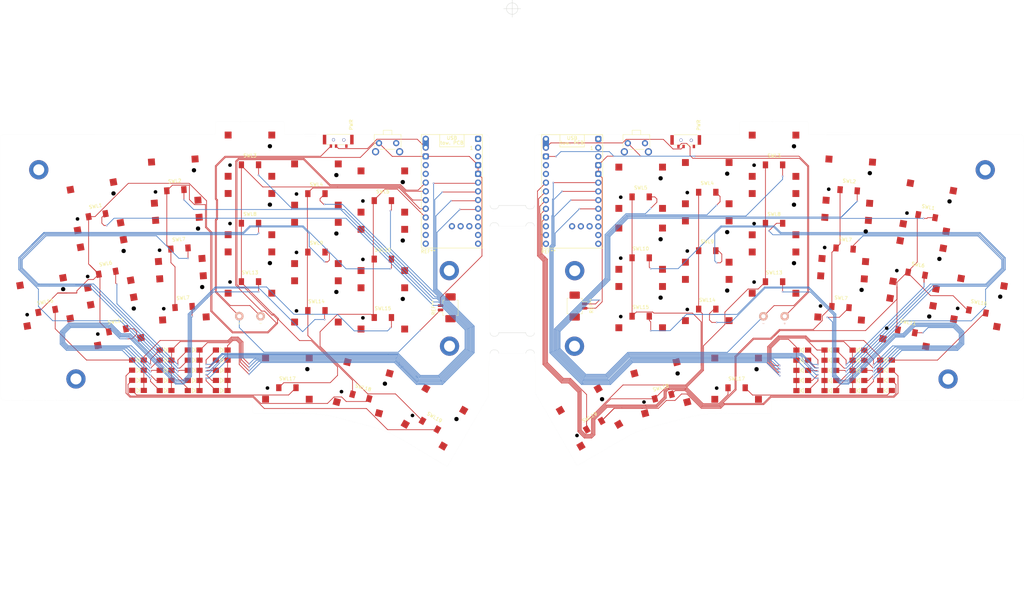
<source format=kicad_pcb>
(kicad_pcb (version 20241229) (generator "pcbnew") (generator_version "9.0")
  (title_block (title "TOTEM split keyboard") (date "2022-11-03") (rev "0.3") (comment 1 "Made by GEIST"))
  (layers (0 "F.Cu" signal) (2 "B.Cu" signal) (13 "F.Paste" user) (15 "B.Paste" user) (5 "F.SilkS" user "F.Silkscreen") (7 "B.SilkS" user "B.Silkscreen") (1 "F.Mask" user) (3 "B.Mask" user) (25 "Edge.Cuts" user))
  (net 0 "")
  (net 1 "Net-(DL1-Pad2)")
  (net 2 "Net-(DL2-Pad2)")
  (net 3 "Net-(DL3-Pad2)")
  (net 4 "Net-(DL4-Pad2)")
  (net 5 "Net-(DL5-Pad2)")
  (net 6 "Net-(DL6-Pad2)")
  (net 7 "Net-(DL7-Pad2)")
  (net 8 "Net-(DL8-Pad2)")
  (net 9 "Net-(DL9-Pad2)")
  (net 10 "Net-(DL10-Pad2)")
  (net 11 "Net-(DL11-Pad2)")
  (net 12 "Net-(DL13-Pad2)")
  (net 13 "Net-(DL14-Pad2)")
  (net 14 "Net-(DL15-Pad2)")
  (net 15 "Net-(DL16-Pad2)")
  (net 16 "Net-(DL17-Pad2)")
  (net 17 "Net-(DL18-Pad2)")
  (net 18 "Net-(DL19-Pad2)")
  (net 19 "VBAT_L")
  (net 21 "BAT+_L")
  (net 22 "RESET_L")
  (net 23 "GND_L")
  (net 24 "COL0_L")
  (net 25 "COL1_L")
  (net 26 "COL2_L")
  (net 27 "COL3_L")
  (net 28 "COL4_L")
  (net 29 "Net-(DL12-Pad2)")
  (net 30 "ROW0_L")
  (net 31 "ROW1_L")
  (net 32 "ROW2_L")
  (net 33 "ROW3_L")
  (net 34 "COL4_R")
  (net 35 "COL3_R")
  (net 36 "COL2_R")
  (net 37 "COL1_R")
  (net 38 "COL0_R")
  (net 39 "Net-(DR16-Pad2)")
  (net 40 "Net-(DR19-Pad2)")
  (net 41 "Net-(DR18-Pad2)")
  (net 42 "Net-(DR17-Pad2)")
  (net 43 "Net-(DR11-Pad2)")
  (net 44 "Net-(DR12-Pad2)")
  (net 45 "Net-(DR13-Pad2)")
  (net 46 "Net-(DR14-Pad2)")
  (net 47 "Net-(DR15-Pad2)")
  (net 48 "ROW1_R")
  (net 49 "ROW0_R")
  (net 50 "Net-(DR6-Pad2)")
  (net 51 "Net-(DR7-Pad2)")
  (net 52 "Net-(DR8-Pad2)")
  (net 53 "Net-(DR9-Pad2)")
  (net 54 "Net-(DR10-Pad2)")
  (net 55 "Net-(DR1-Pad2)")
  (net 56 "Net-(DR2-Pad2)")
  (net 57 "Net-(DR3-Pad2)")
  (net 58 "Net-(DR4-Pad2)")
  (net 59 "Net-(DR5-Pad2)")
  (net 60 "ROW2_R")
  (net 61 "ROW3_R")
  (net 62 "GND_R")
  (net 63 "VBAT_R")
  (net 64 "RESET_R")
  (net 65 "BAT+_R")
  (net 66 "RAW_L")
  (net 67 "RAW_R")
  (net 68 "RST_L")
  (net 69 "RST_R")
  (net 70 "VCC_L")
  (net 71 "VCC_R")
  (footprint "TOTEMlib:Diode_SOD123" (layer "F.Cu") (at 293.36751 123.103681)
    (property "Reference" "D1" (hide yes))
    (property "Value" "D" (hide yes))
  )
  (footprint "PCM_marbastlib-xp-choc:SW_PG1316S" (layer "F.Cu") (at 85.500283 102.930084 10)
    (property "Reference" "SWL11")
    (property "Value" "SW_Push_45deg")
  )
  (footprint "TOTEMlib:Diode_SOD123" (layer "F.Cu") (at 91.952184 114.20971 180)
    (property "Reference" "D1" (hide yes))
    (property "Value" "D" (hide yes))
  )
  (footprint "marbastlib-various:mousebites_2.5mm" (layer "F.Cu") (at 207.27783 72.248949)
    (property "Reference" "REF**" (hide yes))
    (property "Value" "mousebites 2mm" (hide yes))
    (fp_line (start -1.5 -2) (end -1 -2) (stroke (width 0.08)) (layer "Edge.Cuts"))
    (fp_line (start -1 2) (end -1.5 2) (stroke (width 0.08)) (layer "Edge.Cuts"))
    (fp_arc (start -2.5 3) (mid -2.207108 2.292895) (end -1.500003 2.000003) (stroke (width 0.08)) (layer "Edge.Cuts"))
    (fp_arc (start -1.5 -2) (mid -2.207105 -2.292892) (end -2.499997 -2.999997) (stroke (width 0.08)) (layer "Edge.Cuts"))
    (fp_arc (start -1 2) (mid -0.292895 2.292892) (end -0.000003 2.999997) (stroke (width 0.08)) (layer "Edge.Cuts"))
    (fp_arc (start 0 -3) (mid -0.292892 -2.292895) (end -0.999997 -2.000003) (stroke (width 0.08)) (layer "Edge.Cuts"))
  )
  (footprint "PCM_marbastlib-xp-choc:SW_PG1316S" (layer "F.Cu") (at 223.313403 130.872167 30)
    (property "Reference" "SWL19")
    (property "Value" "SW_Push_45deg")
  )
  (footprint "PCM_marbastlib-xp-choc:SW_PG1316S" (layer "F.Cu") (at 257.556897 62.741404)
    (property "Reference" "SWL4")
    (property "Value" "SW_Push_45deg")
  )
  (footprint "PCM_marbastlib-xp-choc:SW_PG1316S" (layer "F.Cu") (at 135.417896 119.599049)
    (property "Reference" "SWL17")
    (property "Value" "SW_Push_45deg")
  )
  (footprint "PCM_marbastlib-xp-choc:SW_PG1316S" (layer "F.Cu") (at 163.18452 99.182371)
    (property "Reference" "SWL15")
    (property "Value" "SW_Push_45deg")
  )
  (footprint "PCM_marbastlib-xp-choc:SW_PG1316S" (layer "F.Cu") (at 102.642272 62.147255 4)
    (property "Reference" "SWL2")
    (property "Value" "SW_Push_45deg")
  )
  (footprint "TOTEMlib:Diode_SOD123" (layer "F.Cu") (at 108.150846 120.136667 180)
    (property "Reference" "D1" (hide yes))
    (property "Value" "D" (hide yes))
  )
  (footprint "PCM_marbastlib-xp-choc:SW_PG1316S" (layer "F.Cu") (at 124.528003 71.749261)
    (property "Reference" "SWL8")
    (property "Value" "SW_Push_45deg")
  )
  (footprint "marbastlib-various:mousebites_2.5mm" (layer "F.Cu") (at 194.38283 72.248949 180)
    (property "Reference" "REF**" (hide yes))
    (property "Value" "mousebites 2mm" (hide yes))
    (fp_line (start -1 2) (end -1.5 2) (stroke (width 0.08)) (layer "Edge.Cuts"))
    (fp_line (start -1.5 -2) (end -1 -2) (stroke (width 0.08)) (layer "Edge.Cuts"))
    (fp_arc (start 0 -3) (mid -0.292892 -2.292895) (end -0.999997 -2.000003) (stroke (width 0.08)) (layer "Edge.Cuts"))
    (fp_arc (start -1 2) (mid -0.292895 2.292892) (end -0.000003 2.999997) (stroke (width 0.08)) (layer "Edge.Cuts"))
    (fp_arc (start -1.5 -2) (mid -2.207105 -2.292892) (end -2.499997 -2.999997) (stroke (width 0.08)) (layer "Edge.Cuts"))
    (fp_arc (start -2.5 3) (mid -2.207108 2.292895) (end -1.500003 2.000003) (stroke (width 0.08)) (layer "Edge.Cuts"))
  )
  (footprint "MountingHole:MountingHole_3.2mm_M3_DIN965_Pad" (layer "F.Cu") (at 182.5827 110.156637)
    (property "Reference" "REF**" (hide yes))
    (property "Value" "MountingHole_3.2mm_M3_DIN965_Pad" (hide yes))
  )
  (footprint "TOTEMlib:Diode_SOD123" (layer "F.Cu") (at 285.196357 123.098977)
    (property "Reference" "D1" (hide yes))
    (property "Value" "D" (hide yes))
  )
  (footprint "PCM_marbastlib-xp-promicroish:nice_nano_AH_USBdn" (layer "F.Cu") (at 218.249405 66.409139)
    (property "Reference" "REF**")
    (property "Value" "ProMicro_Simple_USBdn")
  )
  (footprint "PCM_marbastlib-xp-choc:SW_PG1316S" (layer "F.Cu") (at 64.950985 97.295556 10)
    (property "Reference" "SWL16")
    (property "Value" "SW_Push_45deg")
  )
  (footprint "TOTEMlib:SKHLLCA010" (layer "F.Cu") (at 236.948162 52.372477)
    (property "Reference" "RSW1" (hide yes))
    (property "Value" "SW_Push" (hide yes))
  )
  (footprint "PCM_marbastlib-xp-choc:SW_PG1316S" (layer "F.Cu") (at 276.990353 88.771175)
    (property "Reference" "SWL13")
    (property "Value" "SW_Push_45deg")
  )
  (footprint "marbastlib-various:mousebites_2.5mm" (layer "F.Cu") (at 207.285507 109.258868)
    (property "Reference" "REF**" (hide yes))
    (property "Value" "mousebites 2mm" (hide yes))
    (fp_line (start -1.5 -2) (end -1 -2) (stroke (width 0.08)) (layer "Edge.Cuts"))
    (fp_line (start -1 2) (end -1.5 2) (stroke (width 0.08)) (layer "Edge.Cuts"))
    (fp_arc (start -2.5 3) (mid -2.207108 2.292895) (end -1.500003 2.000003) (stroke (width 0.08)) (layer "Edge.Cuts"))
    (fp_arc (start -1.5 -2) (mid -2.207105 -2.292892) (end -2.499997 -2.999997) (stroke (width 0.08)) (layer "Edge.Cuts"))
    (fp_arc (start -1 2) (mid -0.292895 2.292892) (end -0.000003 2.999997) (stroke (width 0.08)) (layer "Edge.Cuts"))
    (fp_arc (start 0 -3) (mid -0.292892 -2.292895) (end -0.999997 -2.000003) (stroke (width 0.08)) (layer "Edge.Cuts"))
  )
  (footprint "TOTEMlib:Diode_SOD123" (layer "F.Cu") (at 116.321999 111.292618 180)
    (property "Reference" "D1" (hide yes))
    (property "Value" "D" (hide yes))
  )
  (footprint "TOTEMlib:BatteryPad" (layer "F.Cu") (at 127.624219 101.45657)
    (property "Reference" "BATGND1" (hide yes))
    (property "Value" "-")
  )
  (footprint "PCM_marbastlib-xp-choc:SW_PG1316S" (layer "F.Cu") (at 157.468701 122.240139 -15)
    (property "Reference" "SWL18")
    (property "Value" "SW_Push_45deg")
  )
  (footprint "PCM_marbastlib-xp-choc:SW_PG1316S" (layer "F.Cu") (at 124.528003 54.749041)
    (property "Reference" "SWL3")
    (property "Value" "SW_Push_45deg")
  )
  (footprint "MountingHole:MountingHole_3.2mm_M3_DIN965_Pad" (layer "F.Cu") (at 73.906412 119.707957)
    (property "Reference" "REF**" (hide yes))
    (property "Value" "MountingHole_3.2mm_M3_DIN965_Pad" (hide yes))
  )
  (footprint "PCM_marbastlib-xp-choc:SW_PG1316S" (layer "F.Cu") (at 276.990353 54.770735)
    (property "Reference" "SWL3")
    (property "Value" "SW_Push_45deg")
  )
  (footprint "TOTEMlib:MSK12C02" (layer "F.Cu") (at 154.077223 48.767102 -90)
    (property "Reference" "PWR")
    (property "Value" "SW_SPDT")
  )
  (footprint "TOTEMlib:Diode_SOD123" (layer "F.Cu") (at 293.36751 111.306647)
    (property "Reference" "D1" (hide yes))
    (property "Value" "D" (hide yes))
  )
  (footprint "TOTEMlib:Diode_SOD123" (layer "F.Cu") (at 116.321999 120.131963 180)
    (property "Reference" "D1" (hide yes))
    (property "Value" "D" (hide yes))
  )
  (footprint "TOTEMlib:Diode_SOD123" (layer "F.Cu") (at 91.952184 117.15503 180)
    (property "Reference" "D1" (hide yes))
    (property "Value" "D" (hide yes))
  )
  (footprint "PCM_marbastlib-xp-choc:SW_PG1316S" (layer "F.Cu") (at 163.18452 65.181931)
    (property "Reference" "SWL5")
    (property "Value" "SW_Push_45deg")
  )
  (footprint "PCM_marbastlib-xp-choc:SW_PG1316S" (layer "F.Cu") (at 143.865106 63.149034)
    (property "Reference" "SWL4")
    (property "Value" "SW_Push_45deg")
  )
  (footprint "PCM_marbastlib-xp-choc:SW_PG1316S" (layer "F.Cu") (at 276.990353 71.770955)
    (property "Reference" "SWL8")
    (property "Value" "SW_Push_45deg")
  )
  (footprint "TOTEMlib:Diode_SOD123" (layer "F.Cu") (at 301.542656 123.103681)
    (property "Reference" "D1" (hide yes))
    (property "Value" "D" (hide yes))
  )
  (footprint "PCM_marbastlib-xp-choc:SW_PG1316S" (layer "F.Cu") (at 103.828148 79.106063 4)
    (property "Reference" "SWL7")
    (property "Value" "SW_Push_45deg")
  )
  (footprint "TOTEMlib:Diode_SOD123" (layer "F.Cu") (at 99.9757 111.308094 180)
    (property "Reference" "D1" (hide yes))
    (property "Value" "D" (hide yes))
  )
  (footprint "PCM_marbastlib-xp-choc:SW_PG1316S" (layer "F.Cu") (at 143.865106 80.149254)
    (property "Reference" "SWL9")
    (property "Value" "SW_Push_45deg")
  )
  (footprint "TOTEMlib:Diode_SOD123" (layer "F.Cu") (at 108.150846 111.284953 180)
    (property "Reference" "D1" (hide yes))
    (property "Value" "D" (hide yes))
  )
  (footprint "TOTEMlib:Diode_SOD123" (layer "F.Cu") (at 293.36751 114.267721)
    (property "Reference" "D1" (hide yes))
    (property "Value" "D" (hide yes))
  )
  (footprint "TOTEMlib:Diode_SOD123" (layer "F.Cu") (at 99.9757 114.246027 180)
    (property "Reference" "D1" (hide yes))
    (property "Value" "D" (hide yes))
  )
  (footprint "TOTEMlib:Diode_SOD123" (layer "F.Cu") (at 309.566172 120.122044)
    (property "Reference" "D1" (hide yes))
    (property "Value" "D" (hide yes))
  )
  (footprint "TOTEMlib:Diode_SOD123" (layer "F.Cu") (at 309.566172 117.176724)
    (property "Reference" "D1" (hide yes))
    (property "Value" "D" (hide yes))
  )
  (footprint "PCM_marbastlib-xp-choc:SW_PG1316S" (layer "F.Cu") (at 178.204953 130.850473 -30)
    (property "Reference" "SWL19")
    (property "Value" "SW_Push_45deg")
  )
  (footprint "PCM_marbastlib-xp-choc:SW_PG1316S" (layer "F.Cu") (at 238.191024 64.082876)
    (property "Reference" "SWL5")
    (property "Value" "SW_Push_45deg")
  )
  (footprint "PCM_marbastlib-xp-choc:SW_PG1316S" (layer "F.Cu") (at 238.191024 81.807596)
    (property "Reference" "SWL10")
    (property "Value" "SW_Push_45deg")
  )
  (footprint "MountingHole:MountingHole_3.2mm_M3_DIN965_Pad" (layer "F.Cu") (at 63.086781 58.844989)
    (property "Reference" "REF**" (hide yes))
    (property "Value" "MountingHole_3.2mm_M3_DIN965_Pad" (hide yes))
  )
  (footprint "PCM_marbastlib-xp-choc:SW_PG1316S" (layer "F.Cu") (at 257.556897 96.741844)
    (property "Reference" "SWL14")
    (property "Value" "SW_Push_45deg")
  )
  (footprint "TOTEMlib:Diode_SOD123" (layer "F.Cu") (at 293.36751 120.158361)
    (property "Reference" "D1" (hide yes))
    (property "Value" "D" (hide yes))
  )
  (footprint "TOTEMlib:Diode_SOD123" (layer "F.Cu") (at 116.321999 117.186643 180)
    (property "Reference" "D1" (hide yes))
    (property "Value" "D" (hide yes))
  )
  (footprint "PCM_marbastlib-xp-choc:SW_PG1316S" (layer "F.Cu") (at 79.596169 69.446186 10)
    (property "Reference" "SWL1")
    (property "Value" "SW_Push_45deg")
  )
  (footprint "PCM_marbastlib-xp-choc:SW_PG1316S" (layer "F.Cu") (at 318.896923 86.491575 -10)
    (property "Reference" "SWL6")
    (property "Value" "SW_Push_45deg")
  )
  (footprint "TOTEMlib:SKHLLCA010" (layer "F.Cu") (at 164.570194 52.350783)
    (property "Reference" "RSW1" (hide yes))
    (property "Value" "SW_Push" (hide yes))
  )
  (footprint "PCM_marbastlib-xp-choc:SW_PG1316S" (layer "F.Cu") (at 244.049655 122.261833 15)
    (property "Reference" "SWL18")
    (property "Value" "SW_Push_45deg")
  )
  (footprint "TOTEMlib:Diode_SOD123" (layer "F.Cu") (at 309.566172 123.067364)
    (property "Reference" "D1" (hide yes))
    (property "Value" "D" (hide yes))
  )
  (footprint "TOTEMlib:Diode_SOD123" (layer "F.Cu") (at 309.566172 114.231404)
    (property "Reference" "D1" (hide yes))
    (property "Value" "D" (hide yes))
  )
  (footprint "TOTEMlib:Diode_SOD123" (layer "F.Cu") (at 285.196357 120.153657)
    (property "Reference" "D1" (hide yes))
    (property "Value" "D" (hide yes))
  )
  (footprint "PCM_marbastlib-xp-choc:SW_PG1316S" (layer "F.Cu") (at 266.10046 119.620743)
    (property "Reference" "SWL17")
    (property "Value" "SW_Push_45deg")
  )
  (footprint "TOTEMlib:Diode_SOD123" (layer "F.Cu") (at 301.542656 117.213041)
    (property "Reference" "D1" (hide yes))
    (property "Value" "D" (hide yes))
  )
  (footprint "TOTEMlib:Diode_SOD123" (layer "F.Cu") (at 293.36751 117.213041)
    (property "Reference" "D1" (hide yes))
    (property "Value" "D" (hide yes))
  )
  (footprint "marbastlib-various:mousebites_2.5mm" (layer "F.Cu") (at 194.390507 109.258868 180)
    (property "Reference" "REF**" (hide yes))
    (property "Value" "mousebites 2mm" (hide yes))
    (fp_line (start -1 2) (end -1.5 2) (stroke (width 0.08)) (layer "Edge.Cuts"))
    (fp_line (start -1.5 -2) (end -1 -2) (stroke (width 0.08)) (layer "Edge.Cuts"))
    (fp_arc (start 0 -3) (mid -0.292892 -2.292895) (end -0.999997 -2.000003) (stroke (width 0.08)) (layer "Edge.Cuts"))
    (fp_arc (start -1 2) (mid -0.292895 2.292892) (end -0.000003 2.999997) (stroke (width 0.08)) (layer "Edge.Cuts"))
    (fp_arc (start -1.5 -2) (mid -2.207105 -2.292892) (end -2.499997 -2.999997) (stroke (width 0.08)) (layer "Edge.Cuts"))
    (fp_arc (start -2.5 3) (mid -2.207108 2.292895) (end -1.500003 2.000003) (stroke (width 0.08)) (layer "Edge.Cuts"))
  )
  (footprint "TOTEMlib:Diode_SOD123" (layer "F.Cu") (at 285.196357 114.263017)
    (property "Reference" "D1" (hide yes))
    (property "Value" "D" (hide yes))
  )
  (footprint "PCM_marbastlib-xp-choc:SW_PG1316S" (layer "F.Cu") (at 238.191024 98.807816)
    (property "Reference" "SWL15")
    (property "Value" "SW_Push_45deg")
  )
  (footprint "TOTEMlib:Diode_SOD123" (layer "F.Cu") (at 301.542656 120.158361)
    (property "Reference" "D1" (hide yes))
    (property "Value" "D" (hide yes))
  )
  (footprint "TOTEMlib:Diode_SOD123" (layer "F.Cu") (at 285.196357 111.314312)
    (property "Reference" "D1" (hide yes))
    (property "Value" "D" (hide yes))
  )
  (footprint "TOTEMlib:Diode_SOD123" (layer "F.Cu") (at 99.9757 120.136667 180)
    (property "Reference" "D1" (hide yes))
    (property "Value" "D" (hide yes))
  )
  (footprint "TOTEMlib:Diode_SOD123" (layer "F.Cu") (at 91.952184 123.04567 180)
    (property "Reference" "D1" (hide yes))
    (property "Value" "D" (hide yes))
  )
  (footprint "TOTEMlib:Diode_SOD123" (layer "F.Cu") (at 108.150846 123.081987 180)
    (property "Reference" "D1" (hide yes))
    (property "Value" "D" (hide yes))
  )
  (footprint "PCM_marbastlib-xp-choc:SW_PG1316S" (layer "F.Cu") (at 296.481194 96.141081 -4)
    (property "Reference" "SWL7")
    (property "Value" "SW_Push_45deg")
  )
  (footprint "PCM_marbastlib-xp-choc:SW_PG1316S" (layer "F.Cu") (at 321.848979 69.749628 -10)
    (property "Reference" "SWL1")
    (property "Value" "SW_Push_45deg")
  )
  (footprint "TOTEMlib:Diode_SOD123" (layer "F.Cu") (at 301.542656 111.329788)
    (property "Reference" "D1" (hide yes))
    (property "Value" "D" (hide yes))
  )
  (footprint "PCM_marbastlib-xp-choc:SW_PG1316S" (layer "F.Cu") (at 143.865106 97.149474)
    (property "Reference" "SWL14")
    (property "Value" "SW_Push_45deg")
  )
  (footprint "TOTEMlib:Diode_SOD123" (layer "F.Cu") (at 99.9757 117.191347 180)
    (property "Reference" "D1" (hide yes))
    (property "Value" "D" (hide yes))
  )
  (footprint "PCM_marbastlib-xp-choc:SW_PG1316S" (layer "F.Cu") (at 105.037162 96.119387 4)
    (property "Reference" "SWL7")
    (property "Value" "SW_Push_45deg")
  )
  (footprint "Connector_Molex:Molex_PicoBlade_53261-0271_1x02-1MP_P1.25mm_Horizontal" (layer "F.Cu") (at 182.366886 99.002351 90)
    (property "Reference" "REF**")
    (property "Value" "Molex_PicoBlade_53261-0271_1x02-1MP_P1.25mm_Horizontal")
  )
  (footprint "TOTEMlib:Diode_SOD123" (layer "F.Cu") (at 91.952184 120.10035 180)
    (property "Reference" "D1" (hide yes))
    (property "Value" "D" (hide yes))
  )
  (footprint "Connector_Molex:Molex_PicoBlade_53261-0271_1x02-1MP_P1.25mm_Horizontal" (layer "F.Cu") (at 219.492962 98.504455 -90)
    (property "Reference" "REF**")
    (property "Value" "Molex_PicoBlade_53261-0271_1x02-1MP_P1.25mm_Horizontal")
  )
  (footprint "TOTEMlib:Diode_SOD123" (layer "F.Cu") (at 108.150846 117.191347 180)
    (property "Reference" "D1" (hide yes))
    (property "Value" "D" (hide yes))
  )
  (footprint "PCM_marbastlib-xp-choc:SW_PG1316S" (layer "F.Cu") (at 257.556897 79.741624)
    (property "Reference" "SWL9")
    (property "Value" "SW_Push_45deg")
  )
  (footprint "TOTEMlib:BatteryPad" (layer "F.Cu") (at 121.422974 101.442545)
    (property "Reference" "BAT+1" (hide yes))
    (property "Value" "+")
  )
  (footprint "TOTEMlib:MSK12C02" (layer "F.Cu") (at 255.174176 48.874577 -90)
    (property "Reference" "PWR")
    (property "Value" "SW_SPDT")
  )
  (footprint "TOTEMlib:Diode_SOD123" (layer "F.Cu") (at 108.150846 114.246027 180)
    (property "Reference" "D1" (hide yes))
    (property "Value" "D" (hide yes))
  )
  (footprint "TOTEMlib:Diode_SOD123" (layer "F.Cu") (at 116.321999 114.241323 180)
    (property "Reference" "D1" (hide yes))
    (property "Value" "D" (hide yes))
  )
  (footprint "TOTEMlib:Diode_SOD123" (layer "F.Cu") (at 116.321999 123.077283 180)
    (property "Reference" "D1" (hide yes))
    (property "Value" "D" (hide yes))
  )
  (footprint "PCM_marbastlib-xp-choc:SW_PG1316S" (layer "F.Cu") (at 163.18452 82.182151)
    (property "Reference" "SWL10")
    (property "Value" "SW_Push_45deg")
  )
  (footprint "PCM_marbastlib-xp-choc:SW_PG1316S" (layer "F.Cu") (at 124.528003 88.749481)
    (property "Reference" "SWL13")
    (property "Value" "SW_Push_45deg")
  )
  (footprint "PCM_marbastlib-xp-choc:SW_PG1316S" (layer "F.Cu") (at 82.548225 86.188133 10)
    (property "Reference" "SWL6")
    (property "Value" "SW_Push_45deg")
  )
  (footprint "MountingHole:MountingHole_3.2mm_M3_DIN965_Pad" (layer "F.Cu") (at 182.515125 88.19)
    (property "Reference" "REF**" (hide yes))
    (property "Value" "MountingHole_3.2mm_M3_DIN965_Pad" (hide yes))
  )
  (footprint "PCM_marbastlib-xp-choc:SW_PG1316S" (layer "F.Cu") (at 297.690208 79.127757 -4)
    (property "Reference" "SWL7")
    (property "Value" "SW_Push_45deg")
  )
  (footprint "TOTEMlib:Diode_SOD123" (layer "F.Cu") (at 99.9757 123.081987 180)
    (property "Reference" "D1" (hide yes))
    (property "Value" "D" (hide yes))
  )
  (footprint "PCM_marbastlib-xp-promicroish:nice_nano_AH_USBdn" (layer "F.Cu") (at 183.268951 66.387445)
    (property "Reference" "REF**")
    (property "Value" "ProMicro_Simple_USBdn")
  )
  (footprint "PCM_marbastlib-xp-choc:SW_PG1316S" (layer "F.Cu") (at 336.595521 97.4754 -10)
    (property "Reference" "SWL16")
    (property "Value" "SW_Push_45deg")
  )
  (footprint "PCM_marbastlib-xp-choc:SW_PG1316S" (layer "F.Cu") (at 298.876084 62.168949 -4)
    (property "Reference" "SWL2")
    (property "Value" "SW_Push_45deg")
  )
  (footprint "TOTEMlib:Diode_SOD123" (layer "F.Cu") (at 285.196357 117.208337)
    (property "Reference" "D1" (hide yes))
    (property "Value" "D" (hide yes))
  )
  (footprint "TOTEMlib:Diode_SOD123" (layer "F.Cu") (at 301.542656 114.267721)
    (property "Reference" "D1" (hide yes))
    (property "Value" "D" (hide yes))
  )
  (footprint "PCM_marbastlib-xp-choc:SW_PG1316S" (layer "F.Cu") (at 315.944865 103.233526 -10)
    (property "Reference" "SWL11")
    (property "Value" "SW_Push_45deg")
  )
  (footprint "TOTEMlib:BatteryPad" (layer "B.Cu") (at 273.894137 101.478264 180)
    (property "Reference" "BATGND1" (hide yes))
    (property "Value" "-")
  )
  (footprint "TOTEMlib:BatteryPad" (layer "B.Cu") (at 280.095382 101.464239 180)
    (property "Reference" "BAT+1" (hide yes))
    (property "Value" "+")
  )
  (footprint "MountingHole:MountingHole_3.2mm_M3_DIN965_Pad" (layer "B.Cu") (at 219.003231 88.211694 180)
    (property "Reference" "REF**" (hide yes))
    (property "Value" "MountingHole_3.2mm_M3_DIN965_Pad" (hide yes))
  )
  (footprint "MountingHole:MountingHole_3.2mm_M3_DIN965_Pad" (layer "B.Cu") (at 218.935656 110.178331 180)
    (property "Reference" "REF**" (hide yes))
    (property "Value" "MountingHole_3.2mm_M3_DIN965_Pad" (hide yes))
  )
  (footprint "MountingHole:MountingHole_3.2mm_M3_DIN965_Pad" (layer "B.Cu") (at 327.611944 119.729651 180)
    (property "Reference" "REF**" (hide yes))
    (property "Value" "MountingHole_3.2mm_M3_DIN965_Pad" (hide yes))
  )
  (footprint "MountingHole:MountingHole_3.2mm_M3_DIN965_Pad" (layer "B.Cu") (at 338.431575 58.866683 180)
    (property "Reference" "REF**" (hide yes))
    (property "Value" "MountingHole_3.2mm_M3_DIN965_Pad" (hide yes))
  )
  (gr_line (start 142.476 101.055) (end 143.093 101.055) (stroke (width 0.15)) (layer "F.SilkS"))
  (gr_line (start 259.042356 101.076694) (end 258.425356 101.076694) (stroke (width 0.15)) (layer "B.SilkS"))
  (gr_curve (pts (xy 125.309126 126.361979) (xy 125.309126 126.199704) (xy 125.178599 126.065647) (xy 125.012794 126.065647)) (stroke (width 0.01)) (layer "Edge.Cuts"))
  (gr_curve (pts (xy 114.446245 45.199589) (xy 114.446245 45.199589) (xy 114.446245 48.589559) (xy 114.446245 48.589559)) (stroke (width 0.01)) (layer "Edge.Cuts"))
  (gr_curve (pts (xy 53.011334 125.851639) (xy 53.011334 125.851639) (xy 125.012794 126.065647) (xy 125.012794 126.065647)) (stroke (width 0.01)) (layer "Edge.Cuts"))
  (gr_line (start 207.277827 75.248946) (end 207.430265 75.248601) (stroke (width 0.01)) (layer "Edge.Cuts"))
  (gr_curve (pts (xy 234.415031 136.45) (xy 234.415031 136.45) (xy 219.929729 144.777715) (xy 219.929729 144.777715)) (stroke (width 0.01)) (layer "Edge.Cuts"))
  (gr_line (start 194.083356 112.258868) (end 194.01409 124.49163) (stroke (width 0.01)) (layer "Edge.Cuts"))
  (gr_curve (pts (xy 134.489668 48.581542) (xy 134.489668 48.581542) (xy 134.489668 45.184964) (xy 134.489668 45.184964)) (stroke (width 0.01)) (layer "Edge.Cuts"))
  (gr_curve (pts (xy 134.193336 44.888631) (xy 134.193336 44.888631) (xy 114.742577 44.903256) (xy 114.742577 44.903256)) (stroke (width 0.01)) (layer "Edge.Cuts"))
  (gr_curve (pts (xy 276.189306 129.415542) (xy 276.189306 129.577817) (xy 276.058779 129.711874) (xy 275.892974 129.711874)) (stroke (width 0.01)) (layer "Edge.Cuts"))
  (gr_line (start 194.086844 106.258871) (end 194.39051 106.258871) (stroke (width 0.01)) (layer "Edge.Cuts"))
  (gr_curve (pts (xy 219.929729 144.777715) (xy 219.78862 144.858858) (xy 219.608699 144.809464) (xy 219.527557 144.668355)) (stroke (width 0.01)) (layer "Edge.Cuts"))
  (gr_line (start 207.27783 69.248949) (end 207.430219 69.248949) (stroke (width 0.01)) (layer "Edge.Cuts"))
  (gr_curve (pts (xy 276.20923 126.383673) (xy 276.20923 126.221398) (xy 276.339757 126.087341) (xy 276.505562 126.087341)) (stroke (width 0.01)) (layer "Edge.Cuts"))
  (gr_line (start 196.890507 106.258868) (end 204.78551 106.258868) (stroke (width 0.1)) (layer "Edge.Cuts"))
  (gr_curve (pts (xy 114.742577 44.903256) (xy 114.580297 44.903256) (xy 114.446245 45.037314) (xy 114.446245 45.199589)) (stroke (width 0.01)) (layer "Edge.Cuts"))
  (gr_line (start 207.285504 112.258865) (end 207.437942 112.25852) (stroke (width 0.01)) (layer "Edge.Cuts"))
  (gr_curve (pts (xy 349.505384 124.874977) (xy 349.505384 125.428841) (xy 349.057357 125.873333) (xy 348.507022 125.873333)) (stroke (width 0.01)) (layer "Edge.Cuts"))
  (gr_line (start 207.285507 106.258868) (end 207.437896 106.258868) (stroke (width 0.01)) (layer "Edge.Cuts"))
  (gr_line (start 194.079047 49.588461) (end 194.079167 69.248952) (stroke (width 0.01)) (layer "Edge.Cuts"))
  (gr_curve (pts (xy 286.775779 44.92495) (xy 286.938059 44.92495) (xy 287.072111 45.059008) (xy 287.072111 45.221283)) (stroke (width 0.01)) (layer "Edge.Cuts"))
  (gr_line (start 194.079167 69.248952) (end 194.382833 69.248952) (stroke (width 0.01)) (layer "Edge.Cuts"))
  (gr_curve (pts (xy 287.072111 48.611253) (xy 287.072111 48.611253) (xy 348.703252 48.615678) (xy 348.703252 48.615678)) (stroke (width 0.01)) (layer "Edge.Cuts"))
  (gr_curve (pts (xy 125.625382 129.69018) (xy 126.683716 129.69018) (xy 130.426683 129.69018) (xy 134.222575 129.69018)) (stroke (width 0.01)) (layer "Edge.Cuts"))
  (gr_curve (pts (xy 349.701614 49.61404) (xy 349.701614 49.61404) (xy 349.505384 124.874977) (xy 349.505384 124.874977)) (stroke (width 0.01)) (layer "Edge.Cuts"))
  (gr_curve (pts (xy 134.222575 129.69018) (xy 144.460916 129.600246) (xy 146.334634 129.871799) (xy 153.784107 131.990286)) (stroke (width 0.01)) (layer "Edge.Cuts"))
  (gr_curve (pts (xy 276.20923 126.383673) (xy 276.20923 126.383673) (xy 276.189306 129.415542) (xy 276.189306 129.415542)) (stroke (width 0.01)) (layer "Edge.Cuts"))
  (gr_line (start 207.430265 75.248601) (end 207.437896 106.258868) (stroke (width 0.01)) (layer "Edge.Cuts"))
  (gr_curve (pts (xy 348.703252 48.615678) (xy 349.257113 48.615678) (xy 349.701614 49.063708) (xy 349.701614 49.61404)) (stroke (width 0.01)) (layer "Edge.Cuts"))
  (gr_curve (pts (xy 267.028688 45.206658) (xy 267.028688 45.044377) (xy 267.162746 44.910325) (xy 267.32502 44.910325)) (stroke (width 0.01)) (layer "Edge.Cuts"))
  (gr_curve (pts (xy 125.309126 126.361979) (xy 125.309126 126.361979) (xy 125.32905 129.393848) (xy 125.32905 129.393848)) (stroke (width 0.01)) (layer "Edge.Cuts"))
  (gr_curve (pts (xy 125.32905 129.393848) (xy 125.32905 129.556123) (xy 125.459577 129.69018) (xy 125.625382 129.69018)) (stroke (width 0.01)) (layer "Edge.Cuts"))
  (gr_curve (pts (xy 208.437665 48.611793) (xy 208.437665 48.611793) (xy 267.028688 48.603236) (xy 267.028688 48.603236)) (stroke (width 0.01)) (layer "Edge.Cuts"))
  (gr_curve (pts (xy 267.028688 48.603236) (xy 267.028688 48.603236) (xy 267.028688 45.206658) (xy 267.028688 45.206658)) (stroke (width 0.01)) (layer "Edge.Cuts"))
  (gr_curve (pts (xy 287.072111 45.221283) (xy 287.072111 45.221283) (xy 287.072111 48.611253) (xy 287.072111 48.611253)) (stroke (width 0.01)) (layer "Edge.Cuts"))
  (gr_line (start 204.785507 112.258868) (end 196.890504 112.258865) (stroke (width 0.01)) (layer "Edge.Cuts"))
  (gr_curve (pts (xy 207.439309 49.610155) (xy 207.439309 49.056291) (xy 207.887333 48.611793) (xy 208.437665 48.611793)) (stroke (width 0.01)) (layer "Edge.Cuts"))
  (gr_curve (pts (xy 52.815104 48.593984) (xy 52.261243 48.593984) (xy 51.816742 49.042014) (xy 51.816742 49.592346)) (stroke (width 0.01)) (layer "Edge.Cuts"))
  (gr_curve (pts (xy 193.080691 48.590099) (xy 193.080691 48.590099) (xy 134.489668 48.581542) (xy 134.489668 48.581542)) (stroke (width 0.01)) (layer "Edge.Cuts"))
  (gr_curve (pts (xy 182.080519 144.951754) (xy 182.080519 144.951754) (xy 194.01409 124.49163) (xy 194.01409 124.49163)) (stroke (width 0.01)) (layer "Edge.Cuts"))
  (gr_curve (pts (xy 267.295781 129.711874) (xy 257.05744 129.62194) (xy 255.183722 129.893493) (xy 247.734249 132.01198)) (stroke (width 0.01)) (layer "Edge.Cuts"))
  (gr_curve (pts (xy 247.734249 132.01198) (xy 238.691907 134.230705) (xy 236.123987 135.363494) (xy 234.415031 136.45)) (stroke (width 0.01)) (layer "Edge.Cuts"))
  (gr_curve (pts (xy 114.446245 48.589559) (xy 114.446245 48.589559) (xy 52.815104 48.593984) (xy 52.815104 48.593984)) (stroke (width 0.01)) (layer "Edge.Cuts"))
  (gr_line (start 194.075679 75.248949) (end 194.086844 106.258871) (stroke (width 0.01)) (layer "Edge.Cuts"))
  (gr_curve (pts (xy 194.079047 49.588461) (xy 194.079047 49.034597) (xy 193.631023 48.590099) (xy 193.080691 48.590099)) (stroke (width 0.01)) (layer "Edge.Cuts"))
  (gr_line (start 207.439309 49.610155) (end 207.430219 69.248949) (stroke (width 0.01)) (layer "Edge.Cuts"))
  (gr_curve (pts (xy 167.307132 136.577739) (xy 167.73401 136.621128) (xy 181.678347 145.061114) (xy 181.678347 145.061114)) (stroke (width 0.01)) (layer "Edge.Cuts"))
  (gr_line (start 194.390507 112.258868) (end 194.083356 112.258868) (stroke (width 0.01)) (layer "Edge.Cuts"))
  (gr_curve (pts (xy 51.816742 49.592346) (xy 51.816742 49.592346) (xy 52.012972 124.853283) (xy 52.012972 124.853283)) (stroke (width 0.01)) (layer "Edge.Cuts"))
  (gr_line (start 196.88283 69.248949) (end 204.777833 69.248949) (stroke (width 0.1)) (layer "Edge.Cuts"))
  (gr_curve (pts (xy 52.012972 124.853283) (xy 52.012972 125.407147) (xy 52.460999 125.851639) (xy 53.011334 125.851639)) (stroke (width 0.01)) (layer "Edge.Cuts"))
  (gr_curve (pts (xy 153.784107 131.990286) (xy 162.826449 134.209011) (xy 165.394369 135.3418) (xy 167.307132 136.577739)) (stroke (width 0.01)) (layer "Edge.Cuts"))
  (gr_curve (pts (xy 181.678347 145.061114) (xy 181.819456 145.142257) (xy 181.999377 145.092863) (xy 182.080519 144.951754)) (stroke (width 0.01)) (layer "Edge.Cuts"))
  (gr_curve (pts (xy 348.507022 125.873333) (xy 348.507022 125.873333) (xy 276.505562 126.087341) (xy 276.505562 126.087341)) (stroke (width 0.01)) (layer "Edge.Cuts"))
  (gr_curve (pts (xy 275.892974 129.711874) (xy 274.83464 129.711874) (xy 271.091673 129.711874) (xy 267.295781 129.711874)) (stroke (width 0.01)) (layer "Edge.Cuts"))
  (gr_line (start 204.77783 75.248949) (end 196.882827 75.248946) (stroke (width 0.01)) (layer "Edge.Cuts"))
  (gr_curve (pts (xy 219.527557 144.668355) (xy 219.527557 144.668355) (xy 207.504266 123.758521) (xy 207.504266 123.758521)) (stroke (width 0.01)) (layer "Edge.Cuts"))
  (gr_line (start 194.38283 75.248949) (end 194.075679 75.248949) (stroke (width 0.01)) (layer "Edge.Cuts"))
  (gr_line (start 207.439372 112.258865) (end 207.504266 123.758521) (stroke (width 0.01)) (layer "Edge.Cuts"))
  (gr_curve (pts (xy 134.489668 45.184964) (xy 134.489668 45.022683) (xy 134.35561 44.888631) (xy 134.193336 44.888631)) (stroke (width 0.01)) (layer "Edge.Cuts"))
  (gr_curve (pts (xy 267.32502 44.910325) (xy 267.32502 44.910325) (xy 286.775779 44.92495) (xy 286.775779 44.92495)) (stroke (width 0.01)) (layer "Edge.Cuts"))
  (target plus (at 200.809 11.965) (size 5) (width 0.1) (layer "Edge.Cuts"))
  (segment (start 81.429 72.711162) (end 81.429 74.399124) (width 0.2) (layer "F.Cu") (net 1))
  (segment (start 82.518356 71.621806) (end 81.429 72.711162) (width 0.2) (layer "F.Cu") (net 1))
  (segment (start 82.861337 75.0719) (end 82.101776 75.0719) (width 0.2) (layer "F.Cu") (net 1))
  (segment (start 82.101776 75.0719) (end 81.429 74.399124) (width 0.2) (layer "F.Cu") (net 1))
  (segment (start 114.621999 111.292618) (end 111.770004 114.144613) (width 0.2) (layer "F.Cu") (net 1))
  (segment (start 111.770004 114.144613) (end 111.770004 115.46108) (width 0.2) (layer "F.Cu") (net 1))
  (via (at 82.861337 75.0719) (size 0.45) (drill 0.3) (layers "F.Cu" "B.Cu") (net 1))
  (via (at 111.770004 115.46108) (size 0.45) (drill 0.3) (layers "F.Cu" "B.Cu") (net 1))
  (segment (start 179.972255 98.304187) (end 187.115 105.446932) (width 0.2) (layer "B.Cu") (net 1))
  (segment (start 116.441826 112.269) (end 113.249746 115.46108) (width 0.2) (layer "B.Cu") (net 1))
  (segment (start 177.826608 98.304187) (end 179.972255 98.304187) (width 0.2) (layer "B.Cu") (net 1))
  (segment (start 167.670359 112.275008) (end 116.435818 112.275008) (width 0.2) (layer "B.Cu") (net 1))
  (segment (start 116.447834 112.275008) (end 116.441826 112.269) (width 0.2) (layer "B.Cu") (net 1))
  (segment (start 84.983237 72.95) (end 152.472421 72.95) (width 0.2) (layer "B.Cu") (net 1))
  (segment (start 187.115 105.446932) (end 187.115 110.967442) (width 0.2) (layer "B.Cu") (net 1))
  (segment (start 82.861337 75.0719) (end 84.983237 72.95) (width 0.2) (layer "B.Cu") (net 1))
  (segment (start 128.435739 112.272) (end 128.432739 112.269) (width 0.2) (layer "B.Cu") (net 1))
  (segment (start 116.435818 112.275008) (end 113.249746 115.46108) (width 0.2) (layer "B.Cu") (net 1))
  (segment (start 116.444827 112.272001) (end 116.441826 112.269) (width 0.2) (layer "B.Cu") (net 1))
  (segment (start 113.249746 115.46108) (end 111.770004 115.46108) (width 0.2) (layer "B.Cu") (net 1))
  (segment (start 187.115 110.967442) (end 179.416443 118.665999) (width 0.2) (layer "B.Cu") (net 1))
  (segment (start 179.416443 118.665999) (end 174.061346 118.665998) (width 0.2) (layer "B.Cu") (net 1))
  (segment (start 152.472421 72.95) (end 177.826608 98.304187) (width 0.2) (layer "B.Cu") (net 1))
  (segment (start 174.061346 118.665998) (end 167.670359 112.275008) (width 0.2) (layer "B.Cu") (net 1))
  (segment (start 114.621999 114.241323) (end 112.402242 116.46108) (width 0.2) (layer "F.Cu") (net 2))
  (segment (start 105.321037 64.616409) (end 105.321037 67.596562) (width 0.2) (layer "F.Cu") (net 2))
  (segment (start 112.402242 116.46108) (end 111.770004 116.46108) (width 0.2) (layer "F.Cu") (net 2))
  (via (at 105.321037 67.596562) (size 0.45) (drill 0.3) (layers "F.Cu" "B.Cu") (net 2))
  (via (at 111.770004 116.46108) (size 0.45) (drill 0.3) (layers "F.Cu" "B.Cu") (net 2))
  (segment (start 173.926656 118.997998) (end 179.553961 118.997999) (width 0.2) (layer "B.Cu") (net 2))
  (segment (start 111.770004 116.46108) (end 112.716436 116.46108) (width 0.2) (layer "B.Cu") (net 2))
  (segment (start 151.261593 70.742) (end 150.931593 70.412) (width 0.2) (layer "B.Cu") (net 2))
  (segment (start 164.735114 112.605007) (end 164.733113 112.607008) (width 0.2) (layer "B.Cu") (net 2))
  (segment (start 151.264421 70.742) (end 151.261593 70.742) (width 0.2) (layer "B.Cu") (net 2))
  (segment (start 187.447 111.10496) (end 187.447 105.309414) (width 0.2) (layer "B.Cu") (net 2))
  (segment (start 108.134475 70.41) (end 105.321037 67.596562) (width 0.2) (layer "B.Cu") (net 2))
  (segment (start 179.441773 97.304187) (end 177.826608 97.304187) (width 0.2) (layer "B.Cu") (net 2))
  (segment (start 112.716436 116.46108) (end 116.570508 112.607008) (width 0.2) (layer "B.Cu") (net 2))
  (segment (start 136.549707 70.41) (end 108.134475 70.41) (width 0.2) (layer "B.Cu") (net 2))
  (segment (start 167.533668 112.605007) (end 116.572509 112.605007) (width 0.2) (layer "B.Cu") (net 2))
  (segment (start 150.931593 70.412) (end 136.551708 70.412) (width 0.2) (layer "B.Cu") (net 2))
  (segment (start 167.533668 112.605007) (end 173.926656 118.997998) (width 0.2) (layer "B.Cu") (net 2))
  (segment (start 116.572509 112.605007) (end 116.570508 112.607008) (width 0.2) (layer "B.Cu") (net 2))
  (segment (start 116.570508 112.607008) (end 164.733113 112.607008) (width 0.2) (layer "B.Cu") (net 2))
  (segment (start 177.826608 97.304187) (end 151.264421 70.742) (width 0.2) (layer "B.Cu") (net 2))
  (segment (start 167.533668 112.605007) (end 164.735114 112.605007) (width 0.2) (layer "B.Cu") (net 2))
  (segment (start 187.447 105.309414) (end 179.441773 97.304187) (width 0.2) (layer "B.Cu") (net 2))
  (segment (start 136.551708 70.412) (end 136.549707 70.41) (width 0.2) (layer "B.Cu") (net 2))
  (segment (start 179.553961 118.997999) (end 187.447 111.10496) (width 0.2) (layer "B.Cu") (net 2))
  (segment (start 127.028003 57.399041) (end 127.028003 60.418777) (width 0.2) (layer "F.Cu") (net 3))
  (segment (start 114.621999 117.186643) (end 112.044441 117.186643) (width 0.2) (layer "F.Cu") (net 3))
  (segment (start 112.044441 117.186643) (end 111.770004 117.46108) (width 0.2) (layer "F.Cu") (net 3))
  (via (at 111.770004 117.46108) (size 0.45) (drill 0.3) (layers "F.Cu" "B.Cu") (net 3))
  (via (at 127.028003 60.418777) (size 0.45) (drill 0.3) (layers "F.Cu" "B.Cu") (net 3))
  (segment (start 187.779 105.171896) (end 178.911291 96.304187) (width 0.2) (layer "B.Cu") (net 3))
  (segment (start 177.826608 96.304187) (end 151.932421 70.41) (width 0.2) (layer "B.Cu") (net 3))
  (segment (start 112.65123 117.46108) (end 117.174302 112.938008) (width 0.2) (layer "B.Cu") (net 3))
  (segment (start 187.779 111.242478) (end 187.779 105.171896) (width 0.2) (layer "B.Cu") (net 3))
  (segment (start 136.689226 70.08) (end 127.028003 60.418777) (width 0.2) (layer "B.Cu") (net 3))
  (segment (start 117.174302 112.938008) (end 167.395976 112.938008) (width 0.2) (layer "B.Cu") (net 3))
  (segment (start 151.069111 70.08) (end 136.689226 70.08) (width 0.2) (layer "B.Cu") (net 3))
  (segment (start 179.691479 119.329999) (end 187.779 111.242478) (width 0.2) (layer "B.Cu") (net 3))
  (segment (start 111.770004 117.46108) (end 112.65123 117.46108) (width 0.2) (layer "B.Cu") (net 3))
  (segment (start 167.397977 112.936007) (end 173.791966 119.329998) (width 0.2) (layer "B.Cu") (net 3))
  (segment (start 178.911291 96.304187) (end 177.826608 96.304187) (width 0.2) (layer "B.Cu") (net 3))
  (segment (start 167.395976 112.938008) (end 167.397977 112.936007) (width 0.2) (layer "B.Cu") (net 3))
  (segment (start 151.932421 70.41) (end 151.399111 70.41) (width 0.2) (layer "B.Cu") (net 3))
  (segment (start 151.399111 70.41) (end 151.069111 70.08) (width 0.2) (layer "B.Cu") (net 3))
  (segment (start 173.791966 119.329998) (end 179.691479 119.329999) (width 0.2) (layer "B.Cu") (net 3))
  (segment (start 144.929 67.23514) (end 144.929 67.87) (width 0.2) (layer "F.Cu") (net 4))
  (segment (start 114.621999 120.131963) (end 113.440887 120.131963) (width 0.2) (layer "F.Cu") (net 4))
  (segment (start 146.365106 65.799034) (end 144.929 67.23514) (width 0.2) (layer "F.Cu") (net 4))
  (segment (start 113.440887 120.131963) (end 111.770004 118.46108) (width 0.2) (layer "F.Cu") (net 4))
  (segment (start 145.959644 68.900644) (end 144.929 67.87) (width 0.2) (layer "F.Cu") (net 4))
  (segment (start 146.22926 68.900644) (end 145.959644 68.900644) (width 0.2) (layer "F.Cu") (net 4))
  (via (at 111.770004 118.46108) (size 0.45) (drill 0.3) (layers "F.Cu" "B.Cu") (net 4))
  (via (at 146.22926 68.900644) (size 0.45) (drill 0.3) (layers "F.Cu" "B.Cu") (net 4))
  (segment (start 151.423065 68.900644) (end 178.368716 95.846295) (width 0.2) (layer "B.Cu") (net 4))
  (segment (start 117.551922 113.270008) (end 117.608044 113.270008) (width 0.2) (layer "B.Cu") (net 4))
  (segment (start 173.289326 119.296876) (end 173.289326 119.295462) (width 0.2) (layer "B.Cu") (net 4))
  (segment (start 178.368716 95.846295) (end 178.921503 95.846295) (width 0.2) (layer "B.Cu") (net 4))
  (segment (start 188.11 111.379582) (end 179.828581 119.660999) (width 0.2) (layer "B.Cu") (net 4))
  (segment (start 178.921503 95.846295) (end 188.11 105.034792) (width 0.2) (layer "B.Cu") (net 4))
  (segment (start 146.22926 68.900644) (end 151.423065 68.900644) (width 0.2) (layer "B.Cu") (net 4))
  (segment (start 117.4968 113.269008) (end 112.304728 118.46108) (width 0.2) (layer "B.Cu") (net 4))
  (segment (start 173.289326 119.295462) (end 167.262874 113.269008) (width 0.2) (layer "B.Cu") (net 4))
  (segment (start 179.828581 119.660999) (end 173.656276 119.660998) (width 0.2) (layer "B.Cu") (net 4))
  (segment (start 188.11 105.034792) (end 188.11 111.379582) (width 0.2) (layer "B.Cu") (net 4))
  (segment (start 167.262874 113.269008) (end 117.4968 113.269008) (width 0.2) (layer "B.Cu") (net 4))
  (segment (start 173.656276 119.660998) (end 172.80097 118.805692) (width 0.2) (layer "B.Cu") (net 4))
  (segment (start 112.304728 118.46108) (end 111.770004 118.46108) (width 0.2) (layer "B.Cu") (net 4))
  (segment (start 111.770004 120.225288) (end 111.770004 119.46108) (width 0.2) (layer "F.Cu") (net 5))
  (segment (start 114.621999 123.077283) (end 111.770004 120.225288) (width 0.2) (layer "F.Cu") (net 5))
  (segment (start 165.68452 67.831931) (end 165.68452 70.503873) (width 0.2) (layer "F.Cu") (net 5))
  (segment (start 165.68452 70.503873) (end 165.403172 70.785221) (width 0.2) (layer "F.Cu") (net 5))
  (via (at 165.403172 70.785221) (size 0.45) (drill 0.3) (layers "F.Cu" "B.Cu") (net 5))
  (via (at 111.770004 119.46108) (size 0.45) (drill 0.3) (layers "F.Cu" "B.Cu") (net 5))
  (segment (start 165.424063 81.880751) (end 165.403172 81.880751) (width 0.2) (layer "B.Cu") (net 5))
  (segment (start 126.183176 113.601008) (end 118.475121 113.601008) (width 0.2) (layer "B.Cu") (net 5))
  (segment (start 126.185176 113.599008) (end 126.183176 113.601008) (width 0.2) (layer "B.Cu") (net 5))
  (segment (start 188.442 104.898688) (end 165.424063 81.880751) (width 0.2) (layer "B.Cu") (net 5))
  (segment (start 118.475121 113.601008) (end 112.615049 119.46108) (width 0.2) (layer "B.Cu") (net 5))
  (segment (start 179.966102 119.992998) (end 188.442 111.5171) (width 0.2) (layer "B.Cu") (net 5))
  (segment (start 167.124768 113.599008) (end 126.185176 113.599008) (width 0.2) (layer "B.Cu") (net 5))
  (segment (start 112.615049 119.46108) (end 111.770004 119.46108) (width 0.2) (layer "B.Cu") (net 5))
  (segment (start 179.966102 119.992998) (end 173.518758 119.992998) (width 0.2) (layer "B.Cu") (net 5))
  (segment (start 173.518758 119.992998) (end 167.124768 113.599008) (width 0.2) (layer "B.Cu") (net 5))
  (segment (start 165.403172 81.85986) (end 165.403172 70.785221) (width 0.2) (layer "B.Cu") (net 5))
  (segment (start 188.442 111.5171) (end 188.442 104.898688) (width 0.2) (layer "B.Cu") (net 5))
  (segment (start 106.450846 111.284953) (end 103.552679 114.18312) (width 0.2) (layer "F.Cu") (net 6))
  (segment (start 103.552679 114.18312) (end 103.552679 115.56576) (width 0.2) (layer "F.Cu") (net 6))
  (segment (start 85.470412 91.851234) (end 85.813393 92.194215) (width 0.2) (layer "F.Cu") (net 6))
  (segment (start 85.470412 88.363753) (end 85.470412 91.851234) (width 0.2) (layer "F.Cu") (net 6))
  (via (at 103.552679 115.56576) (size 0.45) (drill 0.3) (layers "F.Cu" "B.Cu") (net 6))
  (via (at 85.813393 92.194215) (size 0.45) (drill 0.3) (layers "F.Cu" "B.Cu") (net 6))
  (segment (start 85.813393 97.826474) (end 85.813393 92.194215) (width 0.2) (layer "B.Cu") (net 6))
  (segment (start 103.552679 115.56576) (end 85.813393 97.826474) (width 0.2) (layer "B.Cu") (net 6))
  (segment (start 106.506913 81.575217) (end 106.506913 84.620783) (width 0.2) (layer "F.Cu") (net 7))
  (segment (start 106.450846 114.246027) (end 104.131113 116.56576) (width 0.2) (layer "F.Cu") (net 7))
  (segment (start 104.131113 116.56576) (end 103.552679 116.56576) (width 0.2) (layer "F.Cu") (net 7))
  (via (at 103.552679 116.56576) (size 0.45) (drill 0.3) (layers "F.Cu" "B.Cu") (net 7))
  (via (at 106.506913 84.620783) (size 0.45) (drill 0.3) (layers "F.Cu" "B.Cu") (net 7))
  (segment (start 97.313549 78.070589) (end 65.215031 78.070589) (width 0.2) (layer "B.Cu") (net 7))
  (segment (start 65.215031 78.070589) (end 58.291001 84.994619) (width 0.2) (layer "B.Cu") (net 7))
  (segment (start 58.291001 87.443897) (end 62.926661 92.079557) (width 0.2) (layer "B.Cu") (net 7))
  (segment (start 106.506913 84.620783) (end 103.863742 84.620783) (width 0.2) (layer "B.Cu") (net 7))
  (segment (start 62.926661 92.079557) (end 63.168555 92.079557) (width 0.2) (layer "B.Cu") (net 7))
  (segment (start 63.168555 92.079557) (end 63.169556 92.080558) (width 0.2) (layer "B.Cu") (net 7))
  (segment (start 103.863742 84.620783) (end 97.313549 78.070589) (width 0.2) (layer "B.Cu") (net 7))
  (segment (start 63.169556 92.080558) (end 79.067476 92.080558) (width 0.2) (layer "B.Cu") (net 7))
  (segment (start 79.067476 92.080558) (end 103.552679 116.56576) (width 0.2) (layer "B.Cu") (net 7))
  (segment (start 58.291001 84.994619) (end 58.291001 87.443897) (width 0.2) (layer "B.Cu") (net 7))
  (segment (start 103.927092 117.191347) (end 106.450846 117.191347) (width 0.2) (layer "F.Cu") (net 8))
  (segment (start 103.552679 117.56576) (end 103.927092 117.191347) (width 0.2) (layer "F.Cu") (net 8))
  (segment (start 127.028003 74.399261) (end 127.028003 77.287139) (width 0.2) (layer "F.Cu") (net 8))
  (via (at 127.028003 77.287139) (size 0.45) (drill 0.3) (layers "F.Cu" "B.Cu") (net 8))
  (via (at 103.552679 117.56576) (size 0.45) (drill 0.3) (layers "F.Cu" "B.Cu") (net 8))
  (segment (start 126.575554 77.739588) (end 127.028003 77.287139) (width 0.2) (layer "B.Cu") (net 8))
  (segment (start 103.552679 117.56576) (end 78.397477 92.410558) (width 0.2) (layer "B.Cu") (net 8))
  (segment (start 78.174823 92.411558) (end 77.86658 92.411558) (width 0.2) (layer "B.Cu") (net 8))
  (segment (start 73.809 92.410557) (end 62.789557 92.410557) (width 0.2) (layer "B.Cu") (net 8))
  (segment (start 57.960001 87.581001) (end 57.960001 84.780229) (width 0.2) (layer "B.Cu") (net 8))
  (segment (start 57.960001 84.780229) (end 65.000641 77.739589) (width 0.2) (layer "B.Cu") (net 8))
  (segment (start 77.86558 92.410557) (end 73.809 92.410557) (width 0.2) (layer "B.Cu") (net 8))
  (segment (start 78.397477 92.410558) (end 78.397477 92.410557) (width 0.2) (layer "B.Cu") (net 8))
  (segment (start 65.000641 77.739589) (end 126.575554 77.739588) (width 0.2) (layer "B.Cu") (net 8))
  (segment (start 62.789557 92.410557) (end 57.960001 87.581001) (width 0.2) (layer "B.Cu") (net 8))
  (segment (start 73.809 92.410557) (end 78.397477 92.410557) (width 0.2) (layer "B.Cu") (net 8))
  (segment (start 77.86658 92.411558) (end 77.86558 92.410557) (width 0.2) (layer "B.Cu") (net 8))
  (segment (start 106.450846 120.136667) (end 105.123586 120.136667) (width 0.2) (layer "F.Cu") (net 9))
  (segment (start 146.365106 82.799254) (end 147.158254 82.799254) (width 0.2) (layer "F.Cu") (net 9))
  (segment (start 105.123586 120.136667) (end 103.552679 118.56576) (width 0.2) (layer "F.Cu") (net 9))
  (segment (start 147.057701 85.630795) (end 146.22926 85.630795) (width 0.2) (layer "F.Cu") (net 9))
  (segment (start 147.63822 83.27922) (end 147.63822 85.141164) (width 0.2) (layer "F.Cu") (net 9))
  (segment (start 147.148589 85.630795) (end 147.63822 85.141164) (width 0.2) (layer "F.Cu") (net 9))
  (segment (start 147.158254 82.799254) (end 147.63822 83.27922) (width 0.2) (layer "F.Cu") (net 9))
  (segment (start 146.22926 85.630795) (end 147.148589 85.630795) (width 0.2) (layer "F.Cu") (net 9))
  (via (at 103.552679 118.56576) (size 0.45) (drill 0.3) (layers "F.Cu" "B.Cu") (net 9))
  (via (at 146.22926 85.630795) (size 0.45) (drill 0.3) (layers "F.Cu" "B.Cu") (net 9))
  (segment (start 66.189 92.741557) (end 62.597247 92.741557) (width 0.2) (layer "B.Cu") (net 9))
  (segment (start 141.778732 77.419732) (end 141.778732 81.180268) (width 0.2) (layer "B.Cu") (net 9))
  (segment (start 122.690411 77.408589) (end 124.609 75.49) (width 0.2) (layer "B.Cu") (net 9))
  (segment (start 66.189 92.741557) (end 77.728475 92.741557) (width 0.2) (layer "B.Cu") (net 9))
  (segment (start 77.728475 92.741557) (end 103.552679 118.56576) (width 0.2) (layer "B.Cu") (net 9))
  (segment (start 141.778732 81.180268) (end 146.22926 85.630795) (width 0.2) (layer "B.Cu") (net 9))
  (segment (start 64.737101 77.408589) (end 57.629001 84.516689) (width 0.2) (layer "B.Cu") (net 9))
  (segment (start 139.849 75.49) (end 141.778732 77.419732) (width 0.2) (layer "B.Cu") (net 9))
  (segment (start 122.690411 77.408589) (end 64.737101 77.408589) (width 0.2) (layer "B.Cu") (net 9))
  (segment (start 57.629 87.77331) (end 62.597247 92.741557) (width 0.2) (layer "B.Cu") (net 9))
  (segment (start 124.609 75.49) (end 139.849 75.49) (width 0.2) (layer "B.Cu") (net 9))
  (segment (start 57.629001 84.516689) (end 57.629 87.77331) (width 0.2) (layer "B.Cu") (net 9))
  (segment (start 106.450846 122.463927) (end 103.552679 119.56576) (width 0.2) (layer "F.Cu") (net 10))
  (segment (start 165.68452 84.832151) (end 165.68452 87.377132) (width 0.2) (layer "F.Cu") (net 10))
  (segment (start 165.68452 87.377132) (end 165.403172 87.65848) (width 0.2) (layer "F.Cu") (net 10))
  (via (at 165.403172 87.65848) (size 0.45) (drill 0.3) (layers "F.Cu" "B.Cu") (net 10))
  (via (at 103.552679 119.56576) (size 0.45) (drill 0.3) (layers "F.Cu" "B.Cu") (net 10))
  (segment (start 124.47231 75.16) (end 139.985691 75.160001) (width 0.2) (layer "B.Cu") (net 10))
  (segment (start 103.552679 119.538885) (end 103.552679 119.56576) (width 0.2) (layer "B.Cu") (net 10))
  (segment (start 122.553721 77.078589) (end 124.47231 75.16) (width 0.2) (layer "B.Cu") (net 10))
  (segment (start 61.109 80.57) (end 57.249002 84.429998) (width 0.2) (layer "B.Cu") (net 10))
  (segment (start 64.60041 77.07859) (end 122.553721 77.078589) (width 0.2) (layer "B.Cu") (net 10))
  (segment (start 67.135622 102.770002) (end 86.783796 102.770002) (width 0.2) (layer "B.Cu") (net 10))
  (segment (start 64.60041 77.07859) (end 61.109 80.57) (width 0.2) (layer "B.Cu") (net 10))
  (segment (start 64.600411 77.078589) (end 61.109 80.57) (width 0.2) (layer "B.Cu") (net 10))
  (segment (start 139.985691 75.160001) (end 152.48417 87.65848) (width 0.2) (layer "B.Cu") (net 10))
  (segment (start 152.48417 87.65848) (end 165.403172 87.65848) (width 0.2) (layer "B.Cu") (net 10))
  (segment (start 62.989 93.602828) (end 62.989 98.62338) (width 0.2) (layer "B.Cu") (net 10))
  (segment (start 62.989 98.62338) (end 67.135622 102.770002) (width 0.2) (layer "B.Cu") (net 10))
  (segment (start 57.249002 87.86283) (end 62.989 93.602828) (width 0.2) (layer "B.Cu") (net 10))
  (segment (start 86.783796 102.770002) (end 103.552679 119.538885) (width 0.2) (layer "B.Cu") (net 10))
  (segment (start 57.249002 84.429998) (end 57.249002 87.86283) (width 0.2) (layer "B.Cu") (net 10))
  (segment (start 90.724704 105.105704) (end 91.589 105.97) (width 0.2) (layer "F.Cu") (net 11))
  (segment (start 88.42247 105.105704) (end 90.724704 105.105704) (width 0.2) (layer "F.Cu") (net 11))
  (segment (start 98.2757 111.308094) (end 95.593276 113.990518) (width 0.2) (layer "F.Cu") (net 11))
  (segment (start 91.589 105.97) (end 91.589 106.646666) (width 0.2) (layer "F.Cu") (net 11))
  (segment (start 91.589 106.646666) (end 90.218309 108.017357) (width 0.2) (layer "F.Cu") (net 11))
  (segment (start 90.218309 108.017357) (end 88.765451 108.017357) (width 0.2) (layer "F.Cu") (net 11))
  (segment (start 95.593276 113.990518) (end 95.593276 115.596731) (width 0.2) (layer "F.Cu") (net 11))
  (via (at 95.593276 115.596731) (size 0.45) (drill 0.3) (layers "F.Cu" "B.Cu") (net 11))
  (via (at 88.765451 108.017357) (size 0.45) (drill 0.3) (layers "F.Cu" "B.Cu") (net 11))
  (segment (start 83.420998 104.753) (end 86.685355 108.017357) (width 0.2) (layer "B.Cu") (net 11))
  (segment (start 95.593276 115.596731) (end 90.054544 110.058) (width 0.2) (layer "B.Cu") (net 11))
  (segment (start 86.685355 108.017357) (end 88.765451 108.017357) (width 0.2) (layer "B.Cu") (net 11))
  (segment (start 70.650142 106.454906) (end 72.352048 104.753) (width 0.2) (layer "B.Cu") (net 11))
  (segment (start 71.679898 110.058) (end 70.650142 109.028244) (width 0.2) (layer "B.Cu") (net 11))
  (segment (start 90.054544 110.058) (end 71.679898 110.058) (width 0.2) (layer "B.Cu") (net 11))
  (segment (start 72.352048 104.753) (end 83.420998 104.753) (width 0.2) (layer "B.Cu") (net 11))
  (segment (start 70.650142 109.028244) (end 70.650142 106.454906) (width 0.2) (layer "B.Cu") (net 11))
  (segment (start 98.2757 117.191347) (end 95.99866 117.191347) (width 0.2) (layer "F.Cu") (net 12))
  (segment (start 95.99866 117.191347) (end 95.593276 117.596731) (width 0.2) (layer "F.Cu") (net 12))
  (segment (start 127.028003 91.399481) (end 127.028003 94.369008) (width 0.2) (layer "F.Cu") (net 12))
  (via (at 127.028003 94.369008) (size 0.45) (drill 0.3) (layers "F.Cu" "B.Cu") (net 12))
  (via (at 95.593276 117.596731) (size 0.45) (drill 0.3) (layers "F.Cu" "B.Cu") (net 12))
  (segment (start 112.195701 96.14) (end 113.966693 94.369008) (width 0.2) (layer "B.Cu") (net 12))
  (segment (start 107.214927 118.808383) (end 107.214927 101.107867) (width 0.2) (layer "B.Cu") (net 12))
  (segment (start 69.988142 109.302453) (end 69.988142 106.180699) (width 0.2) (layer "B.Cu") (net 12))
  (segment (start 105.14331 120.88) (end 105.821155 120.202155) (width 0.2) (layer "B.Cu") (net 12))
  (segment (start 72.077841 104.091) (end 83.695206 104.091) (width 0.2) (layer "B.Cu") (net 12))
  (segment (start 88.716545 110.72) (end 95.593276 117.596731) (width 0.2) (layer "B.Cu") (net 12))
  (segment (start 103.024208 120.88) (end 105.14331 120.88) (width 0.2) (layer "B.Cu") (net 12))
  (segment (start 112.182794 96.14) (end 112.195701 96.14) (width 0.2) (layer "B.Cu") (net 12))
  (segment (start 89.329565 107.185357) (end 103.024208 120.88) (width 0.2) (layer "B.Cu") (net 12))
  (segment (start 86.235205 106.630999) (end 86.789563 107.185357) (width 0.2) (layer "B.Cu") (net 12))
  (segment (start 113.966693 94.369008) (end 127.028003 94.369008) (width 0.2) (layer "B.Cu") (net 12))
  (segment (start 88.716545 110.72) (end 71.40569 110.72) (width 0.2) (layer "B.Cu") (net 12))
  (segment (start 86.789563 107.185357) (end 89.329565 107.185357) (width 0.2) (layer "B.Cu") (net 12))
  (segment (start 107.214927 101.107867) (end 112.182794 96.14) (width 0.2) (layer "B.Cu") (net 12))
  (segment (start 83.695206 104.091) (end 86.235205 106.630999) (width 0.2) (layer "B.Cu") (net 12))
  (segment (start 105.821155 120.202155) (end 107.214927 118.808383) (width 0.2) (layer "B.Cu") (net 12))
  (segment (start 71.40569 110.72) (end 69.988142 109.302453) (width 0.2) (layer "B.Cu") (net 12))
  (segment (start 69.988142 106.180699) (end 72.077841 104.091) (width 0.2) (layer "B.Cu") (net 12))
  (segment (start 146.22926 99.849985) (end 146.22926 102.416967) (width 0.2) (layer "F.Cu") (net 13))
  (segment (start 95.593276 118.596731) (end 97.133212 120.136667) (width 0.2) (layer "F.Cu") (net 13))
  (segment (start 97.133212 120.136667) (end 98.2757 120.136667) (width 0.2) (layer "F.Cu") (net 13))
  (via (at 95.593276 118.596731) (size 0.45) (drill 0.3) (layers "F.Cu" "B.Cu") (net 13))
  (via (at 146.22926 102.416967) (size 0.45) (drill 0.3) (layers "F.Cu" "B.Cu") (net 13))
  (segment (start 71.268585 111.051) (end 69.657142 109.439557) (width 0.2) (layer "B.Cu") (net 13))
  (segment (start 105.158446 120.39676) (end 106.883927 118.671279) (width 0.2) (layer "B.Cu") (net 13))
  (segment (start 83.83231 103.76) (end 86.926667 106.854357) (width 0.2) (layer "B.Cu") (net 13))
  (segment (start 103.097291 120.39676) (end 105.158446 120.39676) (width 0.2) (layer "B.Cu") (net 13))
  (segment (start 71.940737 103.76) (end 83.83231 103.76) (width 0.2) (layer "B.Cu") (net 13))
  (segment (start 69.657142 106.043594) (end 71.940737 103.76) (width 0.2) (layer "B.Cu") (net 13))
  (segment (start 106.883927 100.944927) (end 114.558854 93.27) (width 0.2) (layer "B.Cu") (net 13))
  (segment (start 69.657142 109.439557) (end 69.657142 106.043594) (width 0.2) (layer "B.Cu") (net 13))
  (segment (start 86.926667 106.854357) (end 89.554888 106.854357) (width 0.2) (layer "B.Cu") (net 13))
  (segment (start 114.558854 93.27) (end 127.149 93.27) (width 0.2) (layer "B.Cu") (net 13))
  (segment (start 127.149 93.27) (end 139.849 105.97) (width 0.2) (layer "B.Cu") (net 13))
  (segment (start 95.593276 118.596731) (end 88.047546 111.051) (width 0.2) (layer "B.Cu") (net 13))
  (segment (start 88.047546 111.051) (end 71.268585 111.051) (width 0.2) (layer "B.Cu") (net 13))
  (segment (start 139.849 105.97) (end 143.402033 102.416967) (width 0.2) (layer "B.Cu") (net 13))
  (segment (start 143.402033 102.416967) (end 146.22926 102.416967) (width 0.2) (layer "B.Cu") (net 13))
  (segment (start 89.554888 106.854357) (end 103.097291 120.39676) (width 0.2) (layer "B.Cu") (net 13))
  (segment (start 106.883927 118.671279) (end 106.883927 100.944927) (width 0.2) (layer "B.Cu") (net 13))
  (segment (start 165.68452 101.832371) (end 165.68452 104.602085) (width 0.2) (layer "F.Cu") (net 14))
  (segment (start 95.593276 120.399563) (end 95.593276 119.596731) (width 0.2) (layer "F.Cu") (net 14))
  (segment (start 165.68452 104.602085) (end 165.403172 104.883433) (width 0.2) (layer "F.Cu") (net 14))
  (segment (start 98.2757 123.081987) (end 95.593276 120.399563) (width 0.2) (layer "F.Cu") (net 14))
  (via (at 165.403172 104.883433) (size 0.45) (drill 0.3) (layers "F.Cu" "B.Cu") (net 14))
  (via (at 95.593276 119.596731) (size 0.45) (drill 0.3) (layers "F.Cu" "B.Cu") (net 14))
  (segment (start 71.803219 103.428) (end 83.969828 103.428) (width 0.2) (layer "B.Cu") (net 14))
  (segment (start 164.571631 105.714974) (end 165.403172 104.883433) (width 0.2) (layer "B.Cu") (net 14))
  (segment (start 114.42175 92.939) (end 114.695958 92.939) (width 0.2) (layer "B.Cu") (net 14))
  (segment (start 137.309 100.89) (end 150.009 100.89) (width 0.2) (layer "B.Cu") (net 14))
  (segment (start 71.131067 111.383) (end 69.325142 109.577075) (width 0.2) (layer "B.Cu") (net 14))
  (segment (start 104.03217 120.06676) (end 104.03217 120.06476) (width 0.2) (layer "B.Cu") (net 14))
  (segment (start 114.695958 92.939) (end 114.696958 92.94) (width 0.2) (layer "B.Cu") (net 14))
  (segment (start 150.009 100.89) (end 154.833974 105.714974) (width 0.2) (layer "B.Cu") (net 14))
  (segment (start 95.593276 119.596731) (end 87.379546 111.383) (width 0.2) (layer "B.Cu") (net 14))
  (segment (start 87.379546 111.383) (end 71.131067 111.383) (width 0.2) (layer "B.Cu") (net 14))
  (segment (start 86.181829 105.640001) (end 86.181829 105.641415) (width 0.2) (layer "B.Cu") (net 14))
  (segment (start 105.022342 120.06476) (end 106.552927 118.534175) (width 0.2) (layer "B.Cu") (net 14))
  (segment (start 69.325142 109.577075) (end 69.325142 105.906077) (width 0.2) (layer "B.Cu") (net 14))
  (segment (start 69.325142 105.906077) (end 71.803219 103.428) (width 0.2) (layer "B.Cu") (net 14))
  (segment (start 154.833974 105.714974) (end 164.571631 105.714974) (width 0.2) (layer "B.Cu") (net 14))
  (segment (start 103.235395 120.06676) (end 104.03217 120.06676) (width 0.2) (layer "B.Cu") (net 14))
  (segment (start 106.552927 100.807823) (end 114.42175 92.939) (width 0.2) (layer "B.Cu") (net 14))
  (segment (start 83.969828 103.428) (end 86.181829 105.640001) (width 0.2) (layer "B.Cu") (net 14))
  (segment (start 129.359 92.94) (end 137.309 100.89) (width 0.2) (layer "B.Cu") (net 14))
  (segment (start 106.552927 118.534175) (end 106.552927 100.807823) (width 0.2) (layer "B.Cu") (net 14))
  (segment (start 89.691992 106.523357) (end 103.235395 120.06676) (width 0.2) (layer "B.Cu") (net 14))
  (segment (start 104.03217 120.06476) (end 105.022342 120.06476) (width 0.2) (layer "B.Cu") (net 14))
  (segment (start 86.181829 105.641415) (end 87.063771 106.523357) (width 0.2) (layer "B.Cu") (net 14))
  (segment (start 87.063771 106.523357) (end 89.691992 106.523357) (width 0.2) (layer "B.Cu") (net 14))
  (segment (start 114.696958 92.94) (end 129.359 92.94) (width 0.2) (layer "B.Cu") (net 14))
  (segment (start 67.873172 99.471176) (end 67.873172 105.114172) (width 0.2) (layer "F.Cu") (net 15))
  (segment (start 76.96871 114.20971) (end 90.252184 114.20971) (width 0.2) (layer "F.Cu") (net 15))
  (segment (start 67.873172 105.114172) (end 76.96871 114.20971) (width 0.2) (layer "F.Cu") (net 15))
  (segment (start 135.798896 124.368049) (end 137.917896 122.249049) (width 0.2) (layer "F.Cu") (net 16))
  (segment (start 91.574563 124.368049) (end 135.798896 124.368049) (width 0.2) (layer "F.Cu") (net 16))
  (segment (start 90.252184 123.04567) (end 91.574563 124.368049) (width 0.2) (layer "F.Cu") (net 16))
  (segment (start 152.522387 126.263387) (end 158.381148 126.263387) (width 0.2) (layer "F.Cu") (net 17))
  (segment (start 89.049 121.303534) (end 89.049 123.954486) (width 0.2) (layer "F.Cu") (net 17))
  (segment (start 148.979367 124.936448) (end 151.195448 124.936448) (width 0.2) (layer "F.Cu") (net 17))
  (segment (start 89.793563 124.699049) (end 125.55805 124.69905) (width 0.2) (layer "F.Cu") (net 17))
  (segment (start 147.085766 126.830049) (end 148.979367 124.936448) (width 0.2) (layer "F.Cu") (net 17))
  (segment (start 125.55805 124.69905) (end 127.689049 126.830049) (width 0.2) (layer "F.Cu") (net 17))
  (segment (start 158.381148 126.263387) (end 159.197645 125.44689) (width 0.2) (layer "F.Cu") (net 17))
  (segment (start 90.252184 120.10035) (end 89.049 121.303534) (width 0.2) (layer "F.Cu") (net 17))
  (segment (start 127.689049 126.830049) (end 147.085766 126.830049) (width 0.2) (layer "F.Cu") (net 17))
  (segment (start 151.195448 124.936448) (end 152.522387 126.263387) (width 0.2) (layer "F.Cu") (net 17))
  (segment (start 89.049 123.954486) (end 89.793563 124.699049) (width 0.2) (layer "F.Cu") (net 17))
  (segment (start 90.102184 117.15503) (end 88.467756 118.789458) (width 0.2) (layer "F.Cu") (net 18))
  (segment (start 88.467756 123.841346) (end 89.655459 125.029049) (width 0.2) (layer "F.Cu") (net 18))
  (segment (start 164.580336 134.46865) (end 178.971806 134.46865) (width 0.2) (layer "F.Cu") (net 18))
  (segment (start 158.419376 128.307691) (end 164.580336 134.46865) (width 0.2) (layer "F.Cu") (net 18))
  (segment (start 88.467756 118.789458) (end 88.467756 123.841346) (width 0.2) (layer "F.Cu") (net 18))
  (segment (start 89.655459 125.029049) (end 125.419944 125.029049) (width 0.2) (layer "F.Cu") (net 18))
  (segment (start 125.419944 125.029049) (end 128.698586 128.307691) (width 0.2) (layer "F.Cu") (net 18))
  (segment (start 128.698586 128.307691) (end 158.419376 128.307691) (width 0.2) (layer "F.Cu") (net 18))
  (segment (start 114.449001 73.28) (end 114.58569 73.28) (width 0.2) (layer "F.Cu") (net 19))
  (segment (start 114.449 57.71) (end 117.234152 54.924848) (width 0.2) (layer "F.Cu") (net 19))
  (segment (start 145.119477 54.924848) (end 148.077223 51.967102) (width 0.2) (layer "F.Cu") (net 19))
  (segment (start 114.449 94.468571) (end 114.449001 73.28) (width 0.2) (layer "F.Cu") (net 19))
  (segment (start 114.778999 73.086691) (end 114.778999 67.733309) (width 0.2) (layer "F.Cu") (net 19))
  (segment (start 179.966886 99.627351) (end 173.924094 105.670143) (width 0.2) (layer "F.Cu") (net 19))
  (segment (start 114.58569 73.28) (end 114.778999 73.086691) (width 0.2) (layer "F.Cu") (net 19))
  (segment (start 121.422974 101.442545) (end 114.449 94.468571) (width 0.2) (layer "F.Cu") (net 19))
  (segment (start 114.449 67.40331) (end 114.449 57.71) (width 0.2) (layer "F.Cu") (net 19))
  (segment (start 114.778999 67.733309) (end 114.449 67.40331) (width 0.2) (layer "F.Cu") (net 19))
  (segment (start 117.234152 54.924848) (end 145.119477 54.924848) (width 0.2) (layer "F.Cu") (net 19))
  (via (at 173.924094 105.670143) (size 0.45) (drill 0.3) (layers "F.Cu" "B.Cu") (net 19))
  (segment (start 167.660236 111.934) (end 173.924094 105.670143) (width 0.2) (layer "B.Cu") (net 19))
  (segment (start 128.611152 111.934) (end 167.660236 111.934) (width 0.2) (layer "B.Cu") (net 19))
  (segment (start 121.422974 101.442545) (end 121.422974 104.757822) (width 0.2) (layer "B.Cu") (net 19))
  (segment (start 121.422974 104.757822) (end 128.605152 111.94) (width 0.2) (layer "B.Cu") (net 19))
  (segment (start 128.605152 111.94) (end 128.611152 111.934) (width 0.2) (layer "B.Cu") (net 19))
  (segment (start 150.308223 52.698102) (end 158.731979 52.698102) (width 0.2) (layer "F.Cu") (net 21))
  (segment (start 161.460298 49.969783) (end 173.201289 49.969783) (width 0.2) (layer "F.Cu") (net 21))
  (segment (start 158.731979 52.698102) (end 161.460298 49.969783) (width 0.2) (layer "F.Cu") (net 21))
  (segment (start 149.577223 51.967102) (end 150.308223 52.698102) (width 0.2) (layer "F.Cu") (net 21))
  (segment (start 173.201289 49.969783) (end 175.648951 52.417445) (width 0.2) (layer "F.Cu") (net 21))
  (segment (start 118.797119 98.35) (end 114.779 94.331881) (width 0.2) (layer "F.Cu") (net 23))
  (segment (start 192.019951 83.937122) (end 192.019951 61.168445) (width 0.2) (layer "F.Cu") (net 23))
  (segment (start 115.108999 67.596619) (end 114.779 67.26662) (width 0.2) (layer "F.Cu") (net 23))
  (segment (start 156.640151 55.258034) (end 160.797402 51.100783) (width 0.2) (layer "F.Cu") (net 23))
  (segment (start 114.779 73.55338) (end 115.108999 73.223381) (width 0.2) (layer "F.Cu") (net 23))
  (segment (start 124.517649 98.35) (end 118.797119 98.35) (width 0.2) (layer "F.Cu") (net 23))
  (segment (start 192.019951 61.168445) (end 190.888951 60.037445) (width 0.2) (layer "F.Cu") (net 23))
  (segment (start 117.367656 55.258034) (end 156.640151 55.258034) (width 0.2) (layer "F.Cu") (net 23))
  (segment (start 114.779 94.331881) (end 114.779 73.55338) (width 0.2) (layer "F.Cu") (net 23))
  (segment (start 165.926856 54.957445) (end 175.648951 54.957445) (width 0.2) (layer "F.Cu") (net 23))
  (segment (start 179.966886 98.377351) (end 179.966886 95.990187) (width 0.2) (layer "F.Cu") (net 23))
  (segment (start 115.108999 73.223381) (end 115.108999 67.596619) (width 0.2) (layer "F.Cu") (net 23))
  (segment (start 160.797402 51.100783) (end 162.070194 51.100783) (width 0.2) (layer "F.Cu") (net 23))
  (segment (start 162.070194 51.100783) (end 165.926856 54.957445) (width 0.2) (layer "F.Cu") (net 23))
  (segment (start 179.966886 95.990187) (end 192.019951 83.937122) (width 0.2) (layer "F.Cu") (net 23))
  (segment (start 190.888951 57.497445) (end 190.888951 60.037445) (width 0.2) (layer "F.Cu") (net 23))
  (segment (start 114.779001 57.846689) (end 117.367656 55.258034) (width 0.2) (layer "F.Cu") (net 23))
  (segment (start 114.779 67.26662) (end 114.779001 57.846689) (width 0.2) (layer "F.Cu") (net 23))
  (segment (start 188.348951 54.957445) (end 190.888951 57.497445) (width 0.2) (layer "F.Cu") (net 23))
  (segment (start 127.624219 101.45657) (end 124.517649 98.35) (width 0.2) (layer "F.Cu") (net 23))
  (segment (start 175.648951 54.957445) (end 188.348951 54.957445) (width 0.2) (layer "F.Cu") (net 23))
  (segment (start 120.361431 56.361923) (end 121.13532 55.588034) (width 0.2) (layer "F.Cu") (net 24))
  (segment (start 147.862367 63.181953) (end 168.357097 63.181951) (width 0.2) (layer "F.Cu") (net 24))
  (segment (start 74.157944 94.081986) (end 77.460416 90.779514) (width 0.2) (layer "F.Cu") (net 24))
  (segment (start 111.909 75.49) (end 113.464977 77.045977) (width 0.2) (layer "F.Cu") (net 24))
  (segment (start 77.594317 86.279938) (end 80.546373 89.231994) (width 0.2) (layer "F.Cu") (net 24))
  (segment (start 80.889354 103.289476) (end 83.841412 106.241534) (width 0.2) (layer "F.Cu") (net 24))
  (segment (start 69.154724 94.692556) (end 71.269 94.692556) (width 0.2) (layer "F.Cu") (net 24))
  (segment (start 129.689 105.97) (end 132.229 103.43) (width 0.2) (layer "F.Cu") (net 24))
  (segment (start 128.77457 99.97557) (end 127.900402 99.97557) (width 0.2) (layer "F.Cu") (net 24))
  (segment (start 113.464977 77.045977) (end 113.464977 99.905977) (width 0.2) (layer "F.Cu") (net 24))
  (segment (start 80.889354 89.499583) (end 80.889354 103.289476) (width 0.2) (layer "F.Cu") (net 24))
  (segment (start 140.268448 55.588034) (end 147.862367 63.181953) (width 0.2) (layer "F.Cu") (net 24))
  (segment (start 113.464977 99.905977) (end 119.529 105.97) (width 0.2) (layer "F.Cu") (net 24))
  (segment (start 77.937298 86.547527) (end 80.889354 89.499583) (width 0.2) (layer "F.Cu") (net 24))
  (segment (start 111.909 67.881529) (end 111.909 75.49) (width 0.2) (layer "F.Cu") (net 24))
  (segment (start 77.594317 72.490047) (end 77.594317 86.279938) (width 0.2) (layer "F.Cu") (net 24))
  (segment (start 119.529 105.97) (end 129.689 105.97) (width 0.2) (layer "F.Cu") (net 24))
  (segment (start 127.900402 99.97557) (end 120.361431 92.436599) (width 0.2) (layer "F.Cu") (net 24))
  (segment (start 132.229 103.43) (end 128.77457 99.97557) (width 0.2) (layer "F.Cu") (net 24))
  (segment (start 79.451551 72.490047) (end 89.151598 62.79) (width 0.2) (layer "F.Cu") (net 24))
  (segment (start 89.151598 62.79) (end 106.817471 62.79) (width 0.2) (layer "F.Cu") (net 24))
  (segment (start 168.357097 63.181951) (end 169.96159 64.786445) (width 0.2) (layer "F.Cu") (net 24))
  (segment (start 68.595994 94.692556) (end 74.157944 94.692556) (width 0.2) (layer "F.Cu") (net 24))
  (segment (start 106.817471 62.79) (end 111.909 67.881529) (width 0.2) (layer "F.Cu") (net 24))
  (segment (start 74.157944 94.692556) (end 74.157944 94.081986) (width 0.2) (layer "F.Cu") (net 24))
  (segment (start 68.595994 94.692556) (end 71.269 94.692556) (width 0.2) (layer "F.Cu") (net 24))
  (segment (start 120.361431 92.436599) (end 120.361431 56.361923) (width 0.2) (layer "F.Cu") (net 24))
  (segment (start 77.460416 90.779514) (end 78.998853 90.779514) (width 0.2) (layer "F.Cu") (net 24))
  (segment (start 121.13532 55.588034) (end 140.268448 55.588034) (width 0.2) (layer "F.Cu") (net 24))
  (segment (start 169.96159 64.786445) (end 173.439951 64.786445) (width 0.2) (layer "F.Cu") (net 24))
  (segment (start 62.949133 100.339417) (end 68.595994 94.692556) (width 0.2) (layer "F.Cu") (net 24))
  (segment (start 173.439951 64.786445) (end 175.648951 62.577445) (width 0.2) (layer "F.Cu") (net 24))
  (segment (start 71.269 94.692556) (end 74.157944 94.692556) (width 0.2) (layer "F.Cu") (net 24))
  (segment (start 77.594317 72.490047) (end 79.451551 72.490047) (width 0.2) (layer "F.Cu") (net 24))
  (segment (start 78.998853 90.779514) (end 80.546373 89.231994) (width 0.2) (layer "F.Cu") (net 24))
  (segment (start 132.558999 103.566691) (end 132.558999 103.293309) (width 0.2) (layer "F.Cu") (net 25))
  (segment (start 132.542405 102.606987) (end 132.542405 102.334737) (width 0.2) (layer "F.Cu") (net 25))
  (segment (start 101.519093 85.879907) (end 102.728107 87.088921) (width 0.2) (layer "F.Cu") (net 25))
  (segment (start 140.130344 55.918034) (end 147.725263 63.512953) (width 0.2) (layer "F.Cu") (net 25))
  (segment (start 106.906094 63.345313) (end 106.906094 67.522251) (width 0.2) (layer "F.Cu") (net 25))
  (segment (start 132.558999 103.293309) (end 132.543405 103.277715) (width 0.2) (layer "F.Cu") (net 25))
  (segment (start 132.543405 102.607988) (end 132.542405 102.606987) (width 0.2) (layer "F.Cu") (net 25))
  (segment (start 168.219993 63.512951) (end 169.824486 65.117445) (width 0.2) (layer "F.Cu") (net 25))
  (segment (start 100.333217 64.965191) (end 101.964624 63.333784) (width 0.2) (layer "F.Cu") (net 25))
  (segment (start 147.725263 63.512953) (end 168.219993 63.512951) (width 0.2) (layer "F.Cu") (net 25))
  (segment (start 120.745984 92.262641) (end 120.745984 56.44406) (width 0.2) (layer "F.Cu") (net 25))
  (segment (start 106.906094 67.522251) (end 108.37185 68.988007) (width 0.2) (layer "F.Cu") (net 25))
  (segment (start 130.932121 101.124299) (end 122.969218 93.161396) (width 0.2) (layer "F.Cu") (net 25))
  (segment (start 100.333217 64.965191) (end 100.333217 80.738123) (width 0.2) (layer "F.Cu") (net 25))
  (segment (start 169.824486 65.117445) (end 175.648951 65.117445) (width 0.2) (layer "F.Cu") (net 25))
  (segment (start 131.332967 101.125299) (end 131.060715 101.125299) (width 0.2) (layer "F.Cu") (net 25))
  (segment (start 140.130344 55.918034) (end 121.27201 55.918034) (width 0.2) (layer "F.Cu") (net 25))
  (segment (start 121.27201 55.918034) (end 120.745984 56.44406) (width 0.2) (layer "F.Cu") (net 25))
  (segment (start 121.644739 93.161396) (end 121.113824 92.630481) (width 0.2) (layer "F.Cu") (net 25))
  (segment (start 108.37185 68.988007) (end 111.579 68.988007) (width 0.2) (layer "F.Cu") (net 25))
  (segment (start 121.022003 92.53866) (end 120.745984 92.262641) (width 0.2) (layer "F.Cu") (net 25))
  (segment (start 100.333217 80.738123) (end 101.519093 81.923999) (width 0.2) (layer "F.Cu") (net 25))
  (segment (start 132.542405 102.334737) (end 131.332967 101.125299) (width 0.2) (layer "F.Cu") (net 25))
  (segment (start 129.825691 106.299999) (end 132.558999 103.566691) (width 0.2) (layer "F.Cu") (net 25))
  (segment (start 101.519093 81.923999) (end 101.519093 85.879907) (width 0.2) (layer "F.Cu") (net 25))
  (segment (start 131.059715 101.124299) (end 130.932121 101.124299) (width 0.2) (layer "F.Cu") (net 25))
  (segment (start 122.969218 93.161396) (end 121.644739 93.161396) (width 0.2) (layer "F.Cu") (net 25))
  (segment (start 132.543405 103.277715) (end 132.543405 102.607988) (width 0.2) (layer "F.Cu") (net 25))
  (segment (start 111.579 68.988007) (end 111.579001 75.626691) (width 0.2) (layer "F.Cu") (net 25))
  (segment (start 113.088554 99.996244) (end 119.39231 106.3) (width 0.2) (layer "F.Cu") (net 25))
  (segment (start 106.894565 63.333784) (end 106.906094 63.345313) (width 0.2) (layer "F.Cu") (net 25))
  (segment (start 113.088554 77.136244) (end 113.088554 99.996244) (width 0.2) (layer "F.Cu") (net 25))
  (segment (start 121.113824 92.630481) (end 121.022003 92.630481) (width 0.2) (layer "F.Cu") (net 25))
  (segment (start 102.728107 87.088921) (end 102.728107 98.937323) (width 0.2) (layer "F.Cu") (net 25))
  (segment (start 121.022003 92.630481) (end 121.022003 92.53866) (width 0.2) (layer "F.Cu") (net 25))
  (segment (start 111.579001 75.626691) (end 113.088554 77.136244) (width 0.2) (layer "F.Cu") (net 25))
  (segment (start 119.39231 106.3) (end 129.825691 106.299999) (width 0.2) (layer "F.Cu") (net 25))
  (segment (start 101.964624 63.333784) (end 106.894565 63.333784) (width 0.2) (layer "F.Cu") (net 25))
  (segment (start 131.060715 101.125299) (end 131.059715 101.124299) (width 0.2) (layer "F.Cu") (net 25))
  (segment (start 132.873405 102.469883) (end 138.949846 108.546324) (width 0.2) (layer "F.Cu") (net 26))
  (segment (start 175.648951 67.657445) (end 171.896382 67.657445) (width 0.2) (layer "F.Cu") (net 26))
  (segment (start 122.028003 91.624481) (end 131.197821 100.794299) (width 0.2) (layer "F.Cu") (net 26))
  (segment (start 122.028003 74.399261) (end 122.028003 91.399481) (width 0.2) (layer "F.Cu") (net 26))
  (segment (start 147.875028 120.803972) (end 134.362972 120.803972) (width 0.2) (layer "F.Cu") (net 26))
  (segment (start 142.352676 108.546324) (end 150.009 116.202648) (width 0.2) (layer "F.Cu") (net 26))
  (segment (start 131.470072 100.7943) (end 132.873405 102.197633) (width 0.2) (layer "F.Cu") (net 26))
  (segment (start 150.009 63.843953) (end 128.247915 63.843953) (width 0.2) (layer "F.Cu") (net 26))
  (segment (start 134.362972 120.803972) (end 132.917896 122.249049) (width 0.2) (layer "F.Cu") (net 26))
  (segment (start 122.028003 57.399041) (end 122.028003 74.399261) (width 0.2) (layer "F.Cu") (net 26))
  (segment (start 171.896382 67.657445) (end 168.082888 63.843951) (width 0.2) (layer "F.Cu") (net 26))
  (segment (start 168.082888 63.843951) (end 150.009 63.843953) (width 0.2) (layer "F.Cu") (net 26))
  (segment (start 150.009 118.67) (end 147.875028 120.803972) (width 0.2) (layer "F.Cu") (net 26))
  (segment (start 131.197821 100.794299) (end 131.470072 100.7943) (width 0.2) (layer "F.Cu") (net 26))
  (segment (start 132.873405 102.197633) (end 132.873405 102.469883) (width 0.2) (layer "F.Cu") (net 26))
  (segment (start 138.949846 108.546324) (end 142.352676 108.546324) (width 0.2) (layer "F.Cu") (net 26))
  (segment (start 150.009 116.202648) (end 150.009 118.67) (width 0.2) (layer "F.Cu") (net 26))
  (segment (start 128.247915 63.843953) (end 122.028003 57.624041) (width 0.2) (layer "F.Cu") (net 26))
  (segment (start 141.22926 82.849765) (end 141.22926 99.849985) (width 0.2) (layer "F.Cu") (net 27))
  (segment (start 154.368016 120.09356) (end 154.368016 124.152795) (width 0.2) (layer "F.Cu") (net 27))
  (segment (start 141.365106 65.574034) (end 142.765187 64.173953) (width 0.2) (layer "F.Cu") (net 27))
  (segment (start 142.765187 64.173953) (end 167.936842 64.17395) (width 0.2) (layer "F.Cu") (net 27))
  (segment (start 141.365106 99.799474) (end 141.365106 107.09065) (width 0.2) (layer "F.Cu") (net 27))
  (segment (start 167.936842 64.17395) (end 173.960337 70.197445) (width 0.2) (layer "F.Cu") (net 27))
  (segment (start 173.960337 70.197445) (end 175.648951 70.197445) (width 0.2) (layer "F.Cu") (net 27))
  (segment (start 141.365106 107.09065) (end 154.368016 120.09356) (width 0.2) (layer "F.Cu") (net 27))
  (segment (start 141.22926 65.849545) (end 141.22926 82.849765) (width 0.2) (layer "F.Cu") (net 27))
  (segment (start 160.68452 67.606931) (end 163.787501 64.50395) (width 0.2) (layer "F.Cu") (net 28))
  (segment (start 166.868828 124.049379) (end 158.791939 124.049379) (width 0.2) (layer "F.Cu") (net 28))
  (segment (start 150.009 100.89) (end 159.742149 100.89) (width 0.2) (layer "F.Cu") (net 28))
  (segment (start 160.403172 84.898911) (end 160.403172 101.899131) (width 0.2) (layer "F.Cu") (net 28))
  (segment (start 163.787501 64.50395) (end 167.415455 64.503949) (width 0.2) (layer "F.Cu") (net 28))
  (segment (start 167.415455 64.503949) (end 175.648951 72.737445) (width 0.2) (layer "F.Cu") (net 28))
  (segment (start 160.403172 67.898691) (end 160.403172 84.898911) (width 0.2) (layer "F.Cu") (net 28))
  (segment (start 159.742149 100.89) (end 160.68452 101.832371) (width 0.2) (layer "F.Cu") (net 28))
  (segment (start 158.791939 124.049379) (end 144.929 110.18644) (width 0.2) (layer "F.Cu") (net 28))
  (segment (start 144.929 110.18644) (end 144.929 105.97) (width 0.2) (layer "F.Cu") (net 28))
  (segment (start 144.929 105.97) (end 150.009 100.89) (width 0.2) (layer "F.Cu") (net 28))
  (segment (start 174.714889 131.89544) (end 166.868828 124.049379) (width 0.2) (layer "F.Cu") (net 28))
  (segment (start 97.94398 114.246027) (end 95.593276 116.596731) (width 0.2) (layer "F.Cu") (net 29))
  (segment (start 107.715927 98.588541) (end 107.715927 101.517876) (width 0.2) (layer "F.Cu") (net 29))
  (via (at 107.715927 101.517876) (size 0.45) (drill 0.3) (layers "F.Cu" "B.Cu") (net 29))
  (via (at 95.593276 116.596731) (size 0.45) (drill 0.3) (layers "F.Cu" "B.Cu") (net 29))
  (segment (start 86.098101 106.961999) (end 86.652459 107.516357) (width 0.2) (layer "B.Cu") (net 29))
  (segment (start 83.558102 104.422) (end 72.214944 104.422) (width 0.2) (layer "B.Cu") (net 29))
  (segment (start 86.098101 106.961999) (end 83.558102 104.422) (width 0.2) (layer "B.Cu") (net 29))
  (segment (start 89.385546 110.389) (end 95.593276 116.596731) (width 0.2) (layer "B.Cu") (net 29))
  (segment (start 72.214944 104.422) (end 70.319142 106.317802) (width 0.2) (layer "B.Cu") (net 29))
  (segment (start 107.545927 118.945488) (end 107.545927 101.687876) (width 0.2) (layer "B.Cu") (net 29))
  (segment (start 107.323792 119.166208) (end 107.325207 119.166208) (width 0.2) (layer "B.Cu") (net 29))
  (segment (start 86.652459 107.516357) (end 89.19246 107.516357) (width 0.2) (layer "B.Cu") (net 29))
  (segment (start 102.886102 121.21) (end 105.28 121.21) (width 0.2) (layer "B.Cu") (net 29))
  (segment (start 70.319142 106.317802) (end 70.319142 109.165348) (width 0.2) (layer "B.Cu") (net 29))
  (segment (start 89.192459 107.516357) (end 102.886102 121.21) (width 0.2) (layer "B.Cu") (net 29))
  (segment (start 107.325207 119.166208) (end 107.545927 118.945488) (width 0.2) (layer "B.Cu") (net 29))
  (segment (start 107.545927 101.687876) (end 107.715927 101.517876) (width 0.2) (layer "B.Cu") (net 29))
  (segment (start 70.319142 109.165348) (end 71.542794 110.389) (width 0.2) (layer "B.Cu") (net 29))
  (segment (start 105.28 121.21) (end 107.323792 119.166208) (width 0.2) (layer "B.Cu") (net 29))
  (segment (start 71.542794 110.389) (end 89.385546 110.389) (width 0.2) (layer "B.Cu") (net 29))
  (segment (start 93.652184 113.25971) (end 98.402894 108.509) (width 0.2) (layer "F.Cu") (net 30))
  (segment (start 122.48301 113.569403) (end 124.272136 115.358529) (width 0.2) (layer "F.Cu") (net 30))
  (segment (start 119.118929 107.520001) (end 121.079001 107.520001) (width 0.2) (layer "F.Cu") (net 30))
  (segment (start 98.402894 108.509) (end 118.12993 108.509) (width 0.2) (layer "F.Cu") (net 30))
  (segment (start 191.057815 62.79) (end 177.949 62.79) (width 0.2) (layer "F.Cu") (net 30))
  (segment (start 93.652184 114.20971) (end 93.652184 122.991004) (width 0.2) (layer "F.Cu") (net 30))
  (segment (start 121.079001 107.520001) (end 122.48301 108.92401) (width 0.2) (layer "F.Cu") (net 30))
  (segment (start 118.12993 108.509) (end 119.118929 107.520001) (width 0.2) (layer "F.Cu") (net 30))
  (segment (start 93.652184 114.20971) (end 93.652184 113.25971) (width 0.2) (layer "F.Cu") (net 30))
  (segment (start 122.48301 108.92401) (end 122.48301 113.569403) (width 0.2) (layer "F.Cu") (net 30))
  (via (at 177.949 62.79) (size 0.45) (drill 0.3) (layers "F.Cu" "B.Cu") (net 30))
  (via (at 124.272136 115.358529) (size 0.45) (drill 0.3) (layers "F.Cu" "B.Cu") (net 30))
  (segment (start 166.986665 113.929008) (end 126.908342 113.929008) (width 0.2) (layer "B.Cu") (net 30))
  (segment (start 169.099687 116.04203) (end 173.382655 120.324998) (width 0.2) (layer "B.Cu") (net 30))
  (segment (start 167.970363 114.912706) (end 166.986665 113.929008) (width 0.2) (layer "B.Cu") (net 30))
  (segment (start 180.103621 120.324998) (end 180.298102 120.130517) (width 0.2) (layer "B.Cu") (net 30))
  (segment (start 188.773 111.654204) (end 188.773 104.761584) (width 0.2) (layer "B.Cu") (net 30))
  (segment (start 126.908342 113.929008) (end 126.90534 113.93201) (width 0.2) (layer "B.Cu") (net 30))
  (segment (start 167.969009 114.911352) (end 167.970423 114.911352) (width 0.2) (layer "B.Cu") (net 30))
  (segment (start 125.698655 113.93201) (end 124.272136 115.358529) (width 0.2) (layer "B.Cu") (net 30))
  (segment (start 169.099688 116.040617) (end 169.099687 116.04203) (width 0.2) (layer "B.Cu") (net 30))
  (segment (start 167.970423 114.911352) (end 169.099688 116.040617) (width 0.2) (layer "B.Cu") (net 30))
  (segment (start 180.298102 120.130517) (end 180.298102 120.129102) (width 0.2) (layer "B.Cu") (net 30))
  (segment (start 173.382655 120.324998) (end 180.103621 120.324998) (width 0.2) (layer "B.Cu") (net 30))
  (segment (start 180.298102 120.129102) (end 188.773 111.654204) (width 0.2) (layer "B.Cu") (net 30))
  (segment (start 188.773 104.761584) (end 177.949 93.937584) (width 0.2) (layer "B.Cu") (net 30))
  (segment (start 126.90534 113.93201) (end 125.698655 113.93201) (width 0.2) (layer "B.Cu") (net 30))
  (segment (start 177.949 93.937584) (end 177.949 62.79) (width 0.2) (layer "B.Cu") (net 30))
  (segment (start 101.730366 111.308094) (end 104.19946 108.839) (width 0.2) (layer "F.Cu") (net 31))
  (segment (start 120.942311 107.850001) (end 122.069 108.97669) (width 0.2) (layer "F.Cu") (net 31))
  (segment (start 122.069 114.155393) (end 124.272136 116.358529) (width 0.2) (layer "F.Cu") (net 31))
  (segment (start 118.26662 108.839) (end 119.255619 107.850001) (width 0.2) (layer "F.Cu") (net 31))
  (segment (start 101.730366 111.308094) (end 101.730366 113.571366) (width 0.2) (layer "F.Cu") (net 31))
  (segment (start 122.069 108.97669) (end 122.069 114.155393) (width 0.2) (layer "F.Cu") (net 31))
  (segment (start 119.255619 107.850001) (end 120.942311 107.850001) (width 0.2) (layer "F.Cu") (net 31))
  (segment (start 101.6757 113.626032) (end 101.6757 123.081987) (width 0.2) (layer "F.Cu") (net 31))
  (segment (start 104.19946 108.839) (end 118.26662 108.839) (width 0.2) (layer "F.Cu") (net 31))
  (segment (start 101.730366 113.571366) (end 101.6757 113.626032) (width 0.2) (layer "F.Cu") (net 31))
  (segment (start 191.057815 65.33) (end 180.489 65.33) (width 0.2) (layer "F.Cu") (net 31))
  (via (at 180.489 65.33) (size 0.45) (drill 0.3) (layers "F.Cu" "B.Cu") (net 31))
  (via (at 124.272136 116.358529) (size 0.45) (drill 0.3) (layers "F.Cu" "B.Cu") (net 31))
  (segment (start 168.769688 116.180136) (end 168.769688 116.177307) (width 0.2) (layer "B.Cu") (net 31))
  (segment (start 166.849147 114.261008) (end 167.832845 115.244706) (width 0.2) (layer "B.Cu") (net 31))
  (segment (start 173.24655 120.656998) (end 168.769688 116.180136) (width 0.2) (layer "B.Cu") (net 31))
  (segment (start 180.489 65.33) (end 178.281 67.538) (width 0.2) (layer "B.Cu") (net 31))
  (segment (start 168.062381 115.470001) (end 168.059554 115.470002) (width 0.2) (layer "B.Cu") (net 31))
  (segment (start 168.059554 115.470002) (end 167.017103 114.427551) (width 0.2) (layer "B.Cu") (net 31))
  (segment (start 127.849798 114.261008) (end 127.40429 114.261009) (width 0.2) (layer "B.Cu") (net 31))
  (segment (start 168.769688 116.180136) (end 173.245551 120.655998) (width 0.2) (layer "B.Cu") (net 31))
  (segment (start 178.281 67.538) (end 178.281 93.800066) (width 0.2) (layer "B.Cu") (net 31))
  (segment (start 168.062382 115.470002) (end 168.769688 116.177307) (width 0.2) (layer "B.Cu") (net 31))
  (segment (start 127.40429 114.261009) (end 127.401289 114.26401) (width 0.2) (layer "B.Cu") (net 31))
  (segment (start 127.191718 114.261008) (end 166.849147 114.261008) (width 0.2) (layer "B.Cu") (net 31))
  (segment (start 168.059553 115.470001) (end 168.062382 115.470002) (width 0.2) (layer "B.Cu") (net 31))
  (segment (start 178.281 93.800066) (end 189.105 104.624066) (width 0.2) (layer "B.Cu") (net 31))
  (segment (start 168.025447 115.434481) (end 168.025447 115.435895) (width 0.2) (layer "B.Cu") (net 31))
  (segment (start 126.375665 114.265008) (end 126.365657 114.265008) (width 0.2) (layer "B.Cu") (net 31))
  (segment (start 168.769688 116.177307) (end 168.062381 115.470001) (width 0.2) (layer "B.Cu") (net 31))
  (segment (start 180.241139 120.656998) (end 173.24655 120.656998) (width 0.2) (layer "B.Cu") (net 31))
  (segment (start 189.105 104.624066) (end 189.105 111.793137) (width 0.2) (layer "B.Cu") (net 31))
  (segment (start 167.835672 115.244706) (end 168.025447 115.434481) (width 0.2) (layer "B.Cu") (net 31))
  (segment (start 167.832845 115.244706) (end 167.835672 115.244706) (width 0.2) (layer "B.Cu") (net 31))
  (segment (start 189.105 111.793137) (end 180.241139 120.656998) (width 0.2) (layer "B.Cu") (net 31))
  (segment (start 126.365657 114.265008) (end 124.272136 116.358529) (width 0.2) (layer "B.Cu") (net 31))
  (segment (start 168.025447 115.435895) (end 168.059553 115.470001) (width 0.2) (layer "B.Cu") (net 31))
  (segment (start 127.401289 114.26401) (end 126.365657 114.26401) (width 0.2) (layer "B.Cu") (net 31))
  (segment (start 112.116799 109.169) (end 118.40331 109.169) (width 0.2) (layer "F.Cu") (net 32))
  (segment (start 119.392309 108.180001) (end 120.750001 108.180001) (width 0.2) (layer "F.Cu") (net 32))
  (segment (start 121.739 109.169) (end 121.739001 114.825394) (width 0.2) (layer "F.Cu") (net 32))
  (segment (start 109.850846 111.284953) (end 109.850846 123.081987) (width 0.2) (layer "F.Cu") (net 32))
  (segment (start 120.750001 108.180001) (end 121.739 109.169) (width 0.2) (layer "F.Cu") (net 32))
  (segment (start 118.40331 109.169) (end 119.392309 108.180001) (width 0.2) (layer "F.Cu") (net 32))
  (segment (start 121.739001 114.825394) (end 124.272136 117.358529) (width 0.2) (layer "F.Cu") (net 32))
  (segment (start 110.000846 111.284953) (end 112.116799 109.169) (width 0.2) (layer "F.Cu") (net 32))
  (segment (start 191.057815 67.87) (end 183.029 67.87) (width 0.2) (layer "F.Cu") (net 32))
  (via (at 124.272136 117.358529) (size 0.45) (drill 0.3) (layers "F.Cu" "B.Cu") (net 32))
  (via (at 183.029 67.87) (size 0.45) (drill 0.3) (layers "F.Cu" "B.Cu") (net 32))
  (segment (start 173.106204 120.988998) (end 168.439688 116.322482) (width 0.2) (layer "B.Cu") (net 32))
  (segment (start 180.962102 120.404138) (end 180.962102 120.405554) (width 0.2) (layer "B.Cu") (net 32))
  (segment (start 178.613 72.286) (end 178.613 93.662548) (width 0.2) (layer "B.Cu") (net 32))
  (segment (start 180.378658 120.988998) (end 173.528999 120.988998) (width 0.2) (layer "B.Cu") (net 32))
  (segment (start 127.034655 114.59601) (end 124.272136 117.358529) (width 0.2) (layer "B.Cu") (net 32))
  (segment (start 167.925691 115.800001) (end 167.921449 115.800001) (width 0.2) (layer "B.Cu") (net 32))
  (segment (start 166.717458 114.59601) (end 127.034655 114.59601) (width 0.2) (layer "B.Cu") (net 32))
  (segment (start 189.437 104.486547) (end 189.437 111.929241) (width 0.2) (layer "B.Cu") (net 32))
  (segment (start 180.962102 120.405554) (end 180.378658 120.988998) (width 0.2) (layer "B.Cu") (net 32))
  (segment (start 168.439688 116.322482) (end 168.439687 116.313997) (width 0.2) (layer "B.Cu") (net 32))
  (segment (start 168.439687 116.313997) (end 167.925691 115.800001) (width 0.2) (layer "B.Cu") (net 32))
  (segment (start 175.233007 120.988998) (end 173.106204 120.988998) (width 0.2) (layer "B.Cu") (net 32))
  (segment (start 183.029 67.87) (end 178.613 72.286) (width 0.2) (layer "B.Cu") (net 32))
  (segment (start 189.437 111.929241) (end 180.962102 120.404138) (width 0.2) (layer "B.Cu") (net 32))
  (segment (start 178.613 93.662548) (end 189.437 104.486547) (width 0.2) (layer "B.Cu") (net 32))
  (segment (start 167.921449 115.800001) (end 166.717458 114.59601) (width 0.2) (layer "B.Cu") (net 32))
  (segment (start 118.021999 111.292618) (end 118.021999 110.017001) (width 0.2) (layer "F.Cu") (net 33))
  (segment (start 120.627569 108.525673) (end 121.408 109.306104) (width 0.2) (layer "F.Cu") (net 33))
  (segment (start 121.408 109.306104) (end 121.408001 115.494395) (width 0.2) (layer "F.Cu") (net 33))
  (segment (start 118.021999 114.241323) (end 118.021999 123.077283) (width 0.2) (layer "F.Cu") (net 33))
  (segment (start 119.529 108.51) (end 119.544673 108.525673) (width 0.2) (layer "F.Cu") (net 33))
  (segment (start 118.021999 114.241323) (end 118.021999 111.292618) (width 0.2) (layer "F.Cu") (net 33))
  (segment (start 119.544673 108.525673) (end 120.627569 108.525673) (width 0.2) (layer "F.Cu") (net 33))
  (segment (start 118.021999 110.017001) (end 119.529 108.51) (width 0.2) (layer "F.Cu") (net 33))
  (segment (start 191.057815 70.41) (end 185.569 70.41) (width 0.2) (layer "F.Cu") (net 33))
  (segment (start 121.408001 115.494395) (end 124.272136 118.358529) (width 0.2) (layer "F.Cu") (net 33))
  (via (at 185.569 70.41) (size 0.45) (drill 0.3) (layers "F.Cu" "B.Cu") (net 33))
  (via (at 124.272136 118.358529) (size 0.45) (drill 0.3) (layers "F.Cu" "B.Cu") (net 33))
  (segment (start 181.292102 120.542244) (end 180.515349 121.318997) (width 0.2) (layer "B.Cu") (net 33))
  (segment (start 175.372526 121.318998) (end 175.370526 121.320998) (width 0.2) (layer "B.Cu") (net 33))
  (segment (start 172.968686 121.320998) (end 166.574698 114.92701) (width 0.2) (layer "B.Cu") (net 33))
  (segment (start 127.714665 114.92701) (end 127.713665 114.92801) (width 0.2) (layer "B.Cu") (net 33))
  (segment (start 189.767 112.065931) (end 181.292102 120.540828) (width 0.2) (layer "B.Cu") (net 33))
  (segment (start 180.515349 121.318997) (end 175.372526 121.318998) (width 0.2) (layer "B.Cu") (net 33))
  (segment (start 127.713665 114.92801) (end 127.702655 114.92801) (width 0.2) (layer "B.Cu") (net 33))
  (segment (start 166.574698 114.92701) (end 127.714665 114.92701) (width 0.2) (layer "B.Cu") (net 33))
  (segment (start 189.766999 104.349856) (end 189.767 112.065931) (width 0.2) (layer "B.Cu") (net 33))
  (segment (start 181.292102 120.540828) (end 181.292102 120.542244) (width 0.2) (layer "B.Cu") (net 33))
  (segment (start 178.943 93.525858) (end 189.766999 104.349856) (width 0.2) (layer "B.Cu") (net 33))
  (segment (start 127.702655 114.92801) (end 124.272136 118.358529) (width 0.2) (layer "B.Cu") (net 33))
  (segment (start 185.569 70.41) (end 178.943 77.036) (width 0.2) (layer "B.Cu") (net 33))
  (segment (start 178.943 77.036) (end 178.943 93.525858) (width 0.2) (layer "B.Cu") (net 33))
  (segment (start 175.370526 121.320998) (end 172.968686 121.320998) (width 0.2) (layer "B.Cu") (net 33))
  (segment (start 211.074868 84.903118) (end 210.413869 84.242119) (width 0.2) (layer "F.Cu") (net 34))
  (segment (start 209.499405 81.240545) (end 209.501405 81.242545) (width 0.2) (layer "F.Cu") (net 34))
  (segment (start 236.922024 100.226816) (end 235.691024 101.457816) (width 0.2) (layer "F.Cu") (net 34))
  (segment (start 209.498405 73.890139) (end 209.498405 77.565728) (width 0.2) (layer "F.Cu") (net 34))
  (segment (start 222.473339 134.417135) (end 222.473339 124.24899) (width 0.2) (layer "F.Cu") (net 34))
  (segment (start 253.262869 100.561418) (end 255.802869 103.101418) (width 0.2) (layer "F.Cu") (net 34))
  (segment (start 222.473339 132.022774) (end 222.473339 133.581418) (width 0.2) (layer "F.Cu") (net 34))
  (segment (start 210.403762 84.239412) (end 209.499405 83.335055) (width 0.2) (layer "F.Cu") (net 34))
  (segment (start 235.691024 101.457816) (end 235.691024 66.732876) (width 0.2) (layer "F.Cu") (net 34))
  (segment (start 210.407176 84.239412) (end 210.403762 84.239412) (width 0.2) (layer "F.Cu") (net 34))
  (segment (start 209.499405 80.138914) (end 209.499405 81.240545) (width 0.2) (layer "F.Cu") (net 34))
  (segment (start 209.498405 77.565728) (end 209.499405 77.566728) (width 0.2) (layer "F.Cu") (net 34))
  (segment (start 251.298213 121.453979) (end 255.802869 116.949323) (width 0.2) (layer "F.Cu") (net 34))
  (segment (start 215.685405 119.534366) (end 211.074869 114.92383) (width 0.2) (layer "F.Cu") (net 34))
  (segment (start 222.473339 124.24899) (end 217.758715 119.534366) (width 0.2) (layer "F.Cu") (net 34))
  (segment (start 210.414576 84.241412) (end 210.407176 84.241412) (width 0.2) (layer "F.Cu") (net 34))
  (segment (start 210.629405 72.759139) (end 209.498405 73.890139) (width 0.2) (layer "F.Cu") (net 34))
  (segment (start 255.802869 103.101418) (end 255.802869 116.949323) (width 0.2) (layer "F.Cu") (net 34))
  (segment (start 255.802869 110.721418) (end 255.802869 103.101418) (width 0.2) (layer "F.Cu") (net 34))
  (segment (start 209.499404 77.566727) (end 209.498405 77.565728) (width 0.2) (layer "F.Cu") (net 34))
  (segment (start 242.031626 100.561418) (end 241.697024 100.226816) (width 0.2) (layer "F.Cu") (net 34))
  (segment (start 211.074869 114.92383) (end 211.074868 84.903118) (width 0.2) (layer "F.Cu") (net 34))
  (segment (start 217.758715 119.534366) (end 215.685405 119.534366) (width 0.2) (layer "F.Cu") (net 34))
  (segment (start 241.697024 100.226816) (end 236.922024 100.226816) (width 0.2) (layer "F.Cu") (net 34))
  (segment (start 209.499405 81.24496) (end 209.499404 77.566727) (width 0.2) (layer "F.Cu") (net 34))
  (segment (start 255.802869 115.801418) (end 255.802869 110.721418) (width 0.2) (layer "F.Cu") (net 34))
  (segment (start 209.499405 83.335055) (end 209.499405 80.138914) (width 0.2) (layer "F.Cu") (net 34))
  (segment (start 253.262869 100.561418) (end 242.031626 100.561418) (width 0.2) (layer "F.Cu") (net 34))
  (segment (start 233.042133 121.453979) (end 222.473339 132.022774) (width 0.2) (layer "F.Cu") (net 34))
  (segment (start 251.298213 121.453979) (end 233.042133 121.453979) (width 0.2) (layer "F.Cu") (net 34))
  (segment (start 209.499405 77.566728) (end 209.499405 80.138914) (width 0.2) (layer "F.Cu") (net 34))
  (segment (start 210.743868 85.040222) (end 210.743869 115.060935) (width 0.2) (layer "F.Cu") (net 35))
  (segment (start 242.320711 125.340678) (end 245.87641 121.784979) (width 0.2) (layer "F.Cu") (net 35))
  (segment (start 209.167405 71.681139) (end 209.167405 77.701418) (width 0.2) (layer "F.Cu") (net 35))
  (segment (start 223.874506 131.089711) (end 229.495633 125.468584) (width 0.2) (layer "F.Cu") (net 35))
  (segment (start 215.548301 119.865366) (end 217.620197 119.865366) (width 0.2) (layer "F.Cu") (net 35))
  (segment (start 220.902868 123.148037) (end 220.902869 134.598044) (width 0.2) (layer "F.Cu") (net 35))
  (segment (start 222.205484 135.900659) (end 223.524296 135.900659) (width 0.2) (layer "F.Cu") (net 35))
  (segment (start 229.495633 125.468584) (end 242.320711 125.468584) (width 0.2) (layer "F.Cu") (net 35))
  (segment (start 251.435317 121.784979) (end 256.132868 117.087428) (width 0.2) (layer "F.Cu") (net 35))
  (segment (start 251.435317 121.784979) (end 245.87641 121.784979) (width 0.2) (layer "F.Cu") (net 35))
  (segment (start 255.056897 65.391404) (end 255.056897 99.391844) (width 0.2) (layer "F.Cu") (net 35))
  (segment (start 209.169405 83.473159) (end 210.267658 84.571412) (width 0.2) (layer "F.Cu") (net 35))
  (segment (start 210.267658 84.571412) (end 210.275058 84.571412) (width 0.2) (layer "F.Cu") (net 35))
  (segment (start 209.169405 77.703418) (end 209.169405 83.473159) (width 0.2) (layer "F.Cu") (net 35))
  (segment (start 210.743869 115.060935) (end 215.548301 119.865366) (width 0.2) (layer "F.Cu") (net 35))
  (segment (start 210.275058 84.571412) (end 210.743868 85.040222) (width 0.2) (layer "F.Cu") (net 35))
  (segment (start 223.874506 135.550449) (end 223.874506 131.089711) (width 0.2) (layer "F.Cu") (net 35))
  (segment (start 209.167405 77.701418) (end 209.169405 77.703418) (width 0.2) (layer "F.Cu") (net 35))
  (segment (start 223.524296 135.900659) (end 223.874506 135.550449) (width 0.2) (layer "F.Cu") (net 35))
  (segment (start 256.132869 100.692816) (end 256.132868 110.721418) (width 0.2) (layer "F.Cu") (net 35))
  (segment (start 220.902869 134.598044) (end 222.205484 135.900659) (width 0.2) (layer "F.Cu") (net 35))
  (segment (start 256.132868 117.087428) (end 256.132868 114.829202) (width 0.2) (layer "F.Cu") (net 35))
  (segment (start 255.056897 99.616844) (end 256.132869 100.692816) (width 0.2) (layer "F.Cu") (net 35))
  (segment (start 256.132868 114.829202) (end 256.132868 110.721418) (width 0.2) (layer "F.Cu") (net 35))
  (segment (start 217.620197 119.865366) (end 220.902868 123.148037) (width 0.2) (layer "F.Cu") (net 35))
  (segment (start 210.629405 70.219139) (end 209.167405 71.681139) (width 0.2) (layer "F.Cu") (net 35))
  (segment (start 262.675897 103.84839) (end 256.462868 110.061419) (width 0.2) (layer "F.Cu") (net 36))
  (segment (start 208.837405 83.60785) (end 210.406883 85.177327) (width 0.2) (layer "F.Cu") (net 36))
  (segment (start 244.981869 123.147624) (end 246.013514 122.115979) (width 0.2) (layer "F.Cu") (net 36))
  (segment (start 272.371353 93.540175) (end 269.409353 93.540175) (width 0.2) (layer "F.Cu") (net 36))
  (segment (start 269.409353 93.540175) (end 262.675897 100.273631) (width 0.2) (layer "F.Cu") (net 36))
  (segment (start 239.562023 127.255146) (end 242.705067 127.255146) (width 0.2) (layer "F.Cu") (net 36))
  (segment (start 210.406883 85.177327) (end 210.412868 85.177327) (width 0.2) (layer "F.Cu") (net 36))
  (segment (start 220.572869 134.736149) (end 222.067379 136.230659) (width 0.2) (layer "F.Cu") (net 36))
  (segment (start 251.572421 122.115979) (end 256.35637 126.899928) (width 0.2) (layer "F.Cu") (net 36))
  (segment (start 208.837405 69.471139) (end 208.837405 83.60785) (width 0.2) (layer "F.Cu") (net 36))
  (segment (start 217.484507 120.196366) (end 220.572868 123.284727) (width 0.2) (layer "F.Cu") (net 36))
  (segment (start 210.629405 67.679139) (end 208.837405 69.471139) (width 0.2) (layer "F.Cu") (net 36))
  (segment (start 256.35637 126.899928) (end 260.933274 126.899929) (width 0.2) (layer "F.Cu") (net 36))
  (segment (start 215.411196 120.196366) (end 217.484507 120.196366) (width 0.2) (layer "F.Cu") (net 36))
  (segment (start 224.205506 135.687554) (end 224.205506 131.229642) (width 0.2) (layer "F.Cu") (net 36))
  (segment (start 274.490353 91.421175) (end 274.490353 57.420735) (width 0.2) (layer "F.Cu") (net 36))
  (segment (start 244.981869 124.978344) (end 244.981869 123.147624) (width 0.2) (layer "F.Cu") (net 36))
  (segment (start 260.933274 126.899929) (end 263.60046 124.232743) (width 0.2) (layer "F.Cu") (net 36))
  (segment (start 210.412868 115.198039) (end 210.412869 85.321418) (width 0.2) (layer "F.Cu") (net 36))
  (segment (start 220.572868 123.284727) (end 220.572869 134.736149) (width 0.2) (layer "F.Cu") (net 36))
  (segment (start 256.462868 110.061419) (end 256.462868 117.225532) (width 0.2) (layer "F.Cu") (net 36))
  (segment (start 228.139868 127.29528) (end 239.521889 127.29528) (width 0.2) (layer "F.Cu") (net 36))
  (segment (start 210.412868 115.198039) (end 215.411196 120.196366) (width 0.2) (layer "F.Cu") (net 36))
  (segment (start 263.60046 124.232743) (end 263.60046 122.270743) (width 0.2) (layer "F.Cu") (net 36))
  (segment (start 246.013514 122.115979) (end 251.572421 122.115979) (width 0.2) (layer "F.Cu") (net 36))
  (segment (start 223.662401 136.230659) (end 224.205506 135.687554) (width 0.2) (layer "F.Cu") (net 36))
  (segment (start 274.490353 91.421175) (end 272.371353 93.540175) (width 0.2) (layer "F.Cu") (net 36))
  (segment (start 251.572421 122.115979) (end 256.462868 117.225532) (width 0.2) (layer "F.Cu") (net 36))
  (segment (start 222.067379 136.230659) (end 223.662401 136.230659) (width 0.2) (layer "F.Cu") (net 36))
  (segment (start 262.675897 100.273631) (end 262.675897 103.84839) (width 0.2) (layer "F.Cu") (net 36))
  (segment (start 224.205506 131.229642) (end 228.139868 127.29528) (width 0.2) (layer "F.Cu") (net 36))
  (segment (start 239.521889 127.29528) (end 239.562023 127.255146) (width 0.2) (layer "F.Cu") (net 36))
  (segment (start 242.705067 127.255146) (end 244.981869 124.978344) (width 0.2) (layer "F.Cu") (net 36))
  (segment (start 208.506405 83.744954) (end 210.082869 85.321418) (width 0.2) (layer "F.Cu") (net 37))
  (segment (start 256.213261 127.230928) (end 261.081985 127.230929) (width 0.2) (layer "F.Cu") (net 37))
  (segment (start 245.507593 123.091418) (end 246.151032 122.447979) (width 0.2) (layer "F.Cu") (net 37))
  (segment (start 296.19732 80.411035) (end 295.011444 81.596911) (width 0.2) (layer "F.Cu") (net 37))
  (segment (start 275.986178 107.851419) (end 278.526178 105.311419) (width 0.2) (layer "F.Cu") (net 37))
  (segment (start 246.310723 122.447979) (end 246.311723 122.446979) (width 0.2) (layer "F.Cu") (net 37))
  (segment (start 224.537506 135.825072) (end 224.537506 131.365746) (width 0.2) (layer "F.Cu") (net 37))
  (segment (start 246.151032 122.447979) (end 246.310723 122.447979) (width 0.2) (layer "F.Cu") (net 37))
  (segment (start 221.930275 136.561659) (end 223.800919 136.561659) (width 0.2) (layer "F.Cu") (net 37))
  (segment (start 291.026444 101.386221) (end 293.80243 98.610235) (width 0.2) (layer "F.Cu") (net 37))
  (segment (start 220.242869 134.874253) (end 221.930275 136.561659) (width 0.2) (layer "F.Cu") (net 37))
  (segment (start 210.629405 65.139139) (end 208.506405 67.262139) (width 0.2) (layer "F.Cu") (net 37))
  (segment (start 270.906178 107.851419) (end 275.986178 107.851419) (width 0.2) (layer "F.Cu") (net 37))
  (segment (start 291.026444 102.707005) (end 291.026444 101.386221) (width 0.2) (layer "F.Cu") (net 37))
  (segment (start 251.156024 122.446979) (end 251.429312 122.446979) (width 0.2) (layer "F.Cu") (net 37))
  (segment (start 210.082869 115.334728) (end 215.276507 120.528366) (width 0.2) (layer "F.Cu") (net 37))
  (segment (start 245.312869 125.116862) (end 245.312869 123.284728) (width 0.2) (layer "F.Cu") (net 37))
  (segment (start 278.526178 105.311419) (end 288.422031 105.311418) (width 0.2) (layer "F.Cu") (net 37))
  (segment (start 261.081985 127.230929) (end 265.632869 122.680045) (width 0.2) (layer "F.Cu") (net 37))
  (segment (start 208.506405 67.262139) (end 208.506405 83.744954) (width 0.2) (layer "F.Cu") (net 37))
  (segment (start 215.276507 120.528366) (end 217.346817 120.528366) (width 0.2) (layer "F.Cu") (net 37))
  (segment (start 245.312869 123.284728) (end 245.506179 123.091418) (width 0.2) (layer "F.Cu") (net 37))
  (segment (start 265.632869 122.680045) (end 265.63287 113.124727) (width 0.2) (layer "F.Cu") (net 37))
  (segment (start 239.699128 127.586146) (end 242.843585 127.586146) (width 0.2) (layer "F.Cu") (net 37))
  (segment (start 228.276972 127.62628) (end 239.658993 127.62628) (width 0.2) (layer "F.Cu") (net 37))
  (segment (start 239.658993 127.62628) (end 239.699128 127.586146) (width 0.2) (layer "F.Cu") (net 37))
  (segment (start 296.19732 64.638103) (end 296.19732 80.411035) (width 0.2) (layer "F.Cu") (net 37))
  (segment (start 223.800919 136.561659) (end 224.537506 135.825072) (width 0.2) (layer "F.Cu") (net 37))
  (segment (start 251.429312 122.446979) (end 256.213261 127.230928) (width 0.2) (layer "F.Cu") (net 37))
  (segment (start 293.80243 82.881857) (end 293.80243 98.610235) (width 0.2) (layer "F.Cu") (net 37))
  (segment (start 265.63287 113.124727) (end 270.906178 107.851419) (width 0.2) (layer "F.Cu") (net 37))
  (segment (start 246.311723 122.446979) (end 251.156024 122.446979) (width 0.2) (layer "F.Cu") (net 37))
  (segment (start 251.156024 122.446979) (end 251.429313 122.446979) (width 0.2) (layer "F.Cu") (net 37))
  (segment (start 210.082869 85.321418) (end 210.082869 115.334728) (width 0.2) (layer "F.Cu") (net 37))
  (segment (start 295.011444 81.672843) (end 293.80243 82.881857) (width 0.2) (layer "F.Cu") (net 37))
  (segment (start 245.506179 123.091418) (end 245.507593 123.091418) (width 0.2) (layer "F.Cu") (net 37))
  (segment (start 288.422031 105.311418) (end 291.026444 102.707005) (width 0.2) (layer "F.Cu") (net 37))
  (segment (start 242.843585 127.586146) (end 245.312869 125.116862) (width 0.2) (layer "F.Cu") (net 37))
  (segment (start 224.537506 131.365746) (end 228.276972 127.62628) (width 0.2) (layer "F.Cu") (net 37))
  (segment (start 220.242869 123.424418) (end 220.242869 134.874253) (width 0.2) (layer "F.Cu") (net 37))
  (segment (start 217.346817 120.528366) (end 220.242869 123.424418) (width 0.2) (layer "F.Cu") (net 37))
  (segment (start 209.751869 85.458522) (end 209.751869 115.470418) (width 0.2) (layer "F.Cu") (net 38))
  (segment (start 277.115282 107.19042) (end 278.663282 105.642419) (width 0.2) (layer "F.Cu") (net 38))
  (segment (start 209.751869 115.470418) (end 215.162869 120.881418) (width 0.2) (layer "F.Cu") (net 38))
  (segment (start 318.657019 85.70098) (end 315.704963 88.653036) (width 0.2) (layer "F.Cu") (net 38))
  (segment (start 223.938437 136.893659) (end 224.869506 135.96259) (width 0.2) (layer "F.Cu") (net 38))
  (segment (start 208.175405 65.053139) (end 208.175405 83.882059) (width 0.2) (layer "F.Cu") (net 38))
  (segment (start 224.869506 131.503264) (end 228.415493 127.957278) (width 0.2) (layer "F.Cu") (net 38))
  (segment (start 217.231765 120.881418) (end 219.911869 123.561522) (width 0.2) (layer "F.Cu") (net 38))
  (segment (start 246.448828 122.777979) (end 251.01892 122.777979) (width 0.2) (layer "F.Cu") (net 38))
  (segment (start 312.752905 91.605094) (end 315.704963 88.653036) (width 0.2) (layer "F.Cu") (net 38))
  (segment (start 318.657019 71.911089) (end 318.657019 85.70098) (width 0.2) (layer "F.Cu") (net 38))
  (segment (start 239.835817 127.916146) (end 242.980276 127.916145) (width 0.2) (layer "F.Cu") (net 38))
  (segment (start 277.113867 107.19042) (end 277.115282 107.19042) (width 0.2) (layer "F.Cu") (net 38))
  (segment (start 312.752905 92.941418) (end 312.752905 91.605094) (width 0.2) (layer "F.Cu") (net 38))
  (segment (start 228.415493 127.957278) (end 232.703383 127.957278) (width 0.2) (layer "F.Cu") (net 38))
  (segment (start 246.447828 122.778979) (end 246.448828 122.777979) (width 0.2) (layer "F.Cu") (net 38))
  (segment (start 245.642869 123.421418) (end 245.647111 123.421418) (width 0.2) (layer "F.Cu") (net 38))
  (segment (start 210.629405 62.599139) (end 208.175405 65.053139) (width 0.2) (layer "F.Cu") (net 38))
  (segment (start 333.222835 99.629251) (end 329.075002 95.481418) (width 0.2) (layer "F.Cu") (net 38))
  (segment (start 303.610119 105.641418) (end 312.752905 96.498633) (width 0.2) (layer "F.Cu") (net 38))
  (segment (start 221.792757 136.893659) (end 223.938437 136.893659) (width 0.2) (layer "F.Cu") (net 38))
  (segment (start 245.642869 125.253552) (end 245.642869 123.421418) (width 0.2) (layer "F.Cu") (net 38))
  (segment (start 261.21909 127.561929) (end 262.259275 126.521743) (width 0.2) (layer "F.Cu") (net 38))
  (segment (start 224.869506 135.96259) (end 224.869506 131.503264) (width 0.2) (layer "F.Cu") (net 38))
  (segment (start 265.96487 113.262245) (end 271.043696 108.183419) (width 0.2) (layer "F.Cu") (net 38))
  (segment (start 245.647111 123.421418) (end 246.288549 122.77998) (width 0.2) (layer "F.Cu") (net 38))
  (segment (start 262.259275 126.521743) (end 262.308212 126.521743) (width 0.2) (layer "F.Cu") (net 38))
  (segment (start 312.752905 96.498633) (end 312.752905 92.941418) (width 0.2) (layer "F.Cu") (net 38))
  (segment (start 271.043696 108.183419) (end 276.123697 108.183419) (width 0.2) (layer "F.Cu") (net 38))
  (segment (start 215.162869 120.881418) (end 217.231765 120.881418) (width 0.2) (layer "F.Cu") (net 38))
  (segment (start 288.559136 105.642418) (end 288.560135 105.641418) (width 0.2) (layer "F.Cu") (net 38))
  (segment (start 219.911869 134.735735) (end 219.910869 134.736735) (width 0.2) (layer "F.Cu") (net 38))
  (segment (start 219.910869 134.736735) (end 219.910869 135.011771) (width 0.2) (layer "F.Cu") (net 38))
  (segment (start 239.795683 127.95628) (end 239.835817 127.916146) (width 0.2) (layer "F.Cu") (net 38))
  (segment (start 251.292207 122.777979) (end 256.076156 127.561928) (width 0.2) (layer "F.Cu") (net 38))
  (segment (start 208.175405 83.882059) (end 209.751869 85.458522) (width 0.2) (layer "F.Cu") (net 38))
  (segment (start 278.663282 105.642419) (end 288.559136 105.642418) (width 0.2) (layer "F.Cu") (net 38))
  (segment (start 262.308212 126.521743) (end 265.964869 122.865086) (width 0.2) (layer "F.Cu") (net 38))
  (segment (start 219.910869 135.011771) (end 221.792757 136.893659) (width 0.2) (layer "F.Cu") (net 38))
  (segment (start 265.964869 122.865086) (end 265.96487 113.262245) (width 0.2) (layer "F.Cu") (net 38))
  (segment (start 246.445412 122.77998) (end 246.446413 122.778979) (width 0.2) (layer "F.Cu") (net 38))
  (segment (start 329.075002 95.481418) (end 322.533345 95.481418) (width 0.2) (layer "F.Cu") (net 38))
  (segment (start 256.076156 127.561928) (end 261.21909 127.561929) (width 0.2) (layer "F.Cu") (net 38))
  (segment (start 219.911869 123.561522) (end 219.911869 134.735735) (width 0.2) (layer "F.Cu") (net 38))
  (segment (start 246.288549 122.77998) (end 246.445412 122.77998) (width 0.2) (layer "F.Cu") (net 38))
  (segment (start 312.752905 105.394987) (end 312.752905 92.941418) (width 0.2) (layer "F.Cu") (net 38))
  (segment (start 232.703383 127.957278) (end 232.704382 127.956279) (width 0.2) (layer "F.Cu") (net 38))
  (segment (start 246.446413 122.778979) (end 246.447828 122.778979) (width 0.2) (layer "F.Cu") (net 38))
  (segment (start 276.123697 108.183419) (end 278.663576 105.643539) (width 0.2) (layer "F.Cu") (net 38))
  (segment (start 288.560135 105.641418) (end 303.610119 105.641418) (width 0.2) (layer "F.Cu") (net 38))
  (segment (start 242.980276 127.916145) (end 245.642869 125.253552) (width 0.2) (layer "F.Cu") (net 38))
  (segment (start 251.01892 122.777979) (end 251.292207 122.777979) (width 0.2) (layer "F.Cu") (net 38))
  (segment (start 322.533345 95.481418) (end 315.704963 88.653036) (width 0.2) (layer "F.Cu") (net 38))
  (segment (start 232.704382 127.956279) (end 239.795683 127.95628) (width 0.2) (layer "F.Cu") (net 38))
  (segment (start 311.266172 114.231404) (end 324.549646 114.231404) (width 0.2) (layer "F.Cu") (net 39))
  (segment (start 324.549646 114.231404) (end 338.146874 100.634176) (width 0.2) (layer "F.Cu") (net 39))
  (segment (start 313.0506 123.86304) (end 313.0506 118.811152) (width 0.2) (layer "F.Cu") (net 40))
  (segment (start 262.583007 127.181743) (end 273.967412 127.181743) (width 0.2) (layer "F.Cu") (net 40))
  (segment (start 239.972507 128.246146) (end 243.358141 128.246146) (width 0.2) (layer "F.Cu") (net 40))
  (segment (start 245.642869 125.961418) (end 248.182869 125.961418) (width 0.2) (layer "F.Cu") (net 40))
  (segment (start 230.433321 128.287278) (end 238.624016 128.287277) (width 0.2) (layer "F.Cu") (net 40))
  (segment (start 238.625013 128.28628) (end 239.932374 128.286279) (width 0.2) (layer "F.Cu") (net 40))
  (segment (start 239.932374 128.286279) (end 239.972507 128.246146) (width 0.2) (layer "F.Cu") (net 40))
  (segment (start 226.803466 131.917133) (end 230.432321 128.288278) (width 0.2) (layer "F.Cu") (net 40))
  (segment (start 255.825992 128.245144) (end 261.469254 128.245144) (width 0.2) (layer "F.Cu") (net 40))
  (segment (start 261.492885 128.222928) (end 262.533069 127.182743) (width 0.2) (layer "F.Cu") (net 40))
  (segment (start 226.803466 131.917133) (end 230.433321 128.287278) (width 0.2) (layer "F.Cu") (net 40))
  (segment (start 238.624016 128.287277) (end 238.625013 128.28628) (width 0.2) (layer "F.Cu") (net 40))
  (segment (start 262.533069 127.182743) (end 262.582008 127.182742) (width 0.2) (layer "F.Cu") (net 40))
  (segment (start 276.098412 125.050743) (end 311.862897 125.050743) (width 0.2) (layer "F.Cu") (net 40))
  (segment (start 261.469254 128.245144) (end 261.491469 128.222929) (width 0.2) (layer "F.Cu") (net 40))
  (segment (start 251.662265 124.081417) (end 255.825992 128.245144) (width 0.2) (layer "F.Cu") (net 40))
  (segment (start 250.06287 124.081417) (end 251.662265 124.081417) (width 0.2) (layer "F.Cu") (net 40))
  (segment (start 248.182869 125.961418) (end 250.06287 124.081417) (width 0.2) (layer "F.Cu") (net 40))
  (segment (start 261.491469 128.222929) (end 261.492885 128.222928) (width 0.2) (layer "F.Cu") (net 40))
  (segment (start 273.967412 127.181743) (end 276.098412 125.050743) (width 0.2) (layer "F.Cu") (net 40))
  (segment (start 243.358141 128.246146) (end 245.642869 125.961418) (width 0.2) (layer "F.Cu") (net 40))
  (segment (start 311.862897 125.050743) (end 313.0506 123.86304) (width 0.2) (layer "F.Cu") (net 40))
  (segment (start 313.0506 118.811152) (end 311.416172 117.176724) (width 0.2) (layer "F.Cu") (net 40))
  (segment (start 262.582008 127.182742) (end 262.583007 127.181743) (width 0.2) (layer "F.Cu") (net 40))
  (segment (start 248.21585 123.108979) (end 251.156517 123.108979) (width 0.2) (layer "F.Cu") (net 41))
  (segment (start 255.940466 127.892928) (end 261.356193 127.892928) (width 0.2) (layer "F.Cu") (net 41))
  (segment (start 262.446316 126.851743) (end 273.829307 126.851743) (width 0.2) (layer "F.Cu") (net 41))
  (segment (start 262.445317 126.852743) (end 262.446316 126.851743) (width 0.2) (layer "F.Cu") (net 41))
  (segment (start 262.396379 126.852743) (end 262.445317 126.852743) (width 0.2) (layer "F.Cu") (net 41))
  (segment (start 311.724793 124.720743) (end 275.960306 124.720742) (width 0.2) (layer "F.Cu") (net 41))
  (segment (start 261.356193 127.892928) (end 261.356194 127.892929) (width 0.2) (layer "F.Cu") (net 41))
  (segment (start 251.156517 123.108979) (end 255.940466 127.892928) (width 0.2) (layer "F.Cu") (net 41))
  (segment (start 273.829307 126.851743) (end 275.960306 124.720744) (width 0.2) (layer "F.Cu") (net 41))
  (segment (start 311.266172 120.122044) (end 312.469356 121.325228) (width 0.2) (layer "F.Cu") (net 41))
  (segment (start 247.15034 124.174489) (end 248.21585 123.108979) (width 0.2) (layer "F.Cu") (net 41))
  (segment (start 261.356194 127.892929) (end 262.396379 126.852743) (width 0.2) (layer "F.Cu") (net 41))
  (segment (start 312.469356 121.325228) (end 312.469356 123.97618) (width 0.2) (layer "F.Cu") (net 41))
  (segment (start 312.469356 123.97618) (end 311.724793 124.720743) (width 0.2) (layer "F.Cu") (net 41))
  (segment (start 268.60046 122.270743) (end 270.71946 124.389743) (width 0.2) (layer "F.Cu") (net 42))
  (segment (start 270.71946 124.389743) (end 309.943793 124.389743) (width 0.2) (layer "F.Cu") (net 42))
  (segment (start 311.266172 123.067364) (end 309.943793 124.389743) (width 0.2) (layer "F.Cu") (net 42))
  (segment (start 317.676944 106.263228) (end 320.315368 106.263228) (width 0.2) (layer "F.Cu") (net 43))
  (segment (start 305.92508 114.012212) (end 305.92508 115.618425) (width 0.2) (layer "F.Cu") (net 43))
  (segment (start 303.242656 111.329788) (end 305.92508 114.012212) (width 0.2) (layer "F.Cu") (net 43))
  (via (at 305.92508 115.618425) (size 0.45) (drill 0.3) (layers "F.Cu" "B.Cu") (net 43))
  (via (at 320.315368 106.263228) (size 0.45) (drill 0.3) (layers "F.Cu" "B.Cu") (net 43))
  (segment (start 330.868214 109.049938) (end 330.868214 106.4766) (width 0.2) (layer "B.Cu") (net 43))
  (segment (start 320.315368 106.263228) (end 321.803902 104.774694) (width 0.2) (layer "B.Cu") (net 43))
  (segment (start 305.92508 115.618425) (end 311.463811 110.079693) (width 0.2) (layer "B.Cu") (net 43))
  (segment (start 329.838458 110.079694) (end 330.868214 109.049938) (width 0.2) (layer "B.Cu") (net 43))
  (segment (start 321.803902 104.774694) (end 329.166308 104.774694) (width 0.2) (layer "B.Cu") (net 43))
  (segment (start 330.868214 106.4766) (end 329.166308 104.774694) (width 0.2) (layer "B.Cu") (net 43))
  (segment (start 311.463812 110.079694) (end 329.838458 110.079694) (width 0.2) (layer "B.Cu") (net 43))
  (segment (start 303.574376 114.267721) (end 305.92508 116.618425) (width 0.2) (layer "F.Cu") (net 44))
  (segment (start 295.978939 101.770328) (end 292.487672 101.770328) (width 0.2) (layer "F.Cu") (net 44))
  (segment (start 298.79025 98.959017) (end 295.978939 101.770328) (width 0.2) (layer "F.Cu") (net 44))
  (via (at 292.487672 101.770328) (size 0.45) (drill 0.3) (layers "F.Cu" "B.Cu") (net 44))
  (via (at 305.92508 116.618425) (size 0.45) (drill 0.3) (layers "F.Cu" "B.Cu") (net 44))
  (segment (start 329.975562 110.410694) (end 312.13281 110.410694) (width 0.2) (layer "B.Cu") (net 44))
  (segment (start 314.865897 107.538051) (end 312.325897 107.538051) (width 0.2) (layer "B.Cu") (net 44))
  (segment (start 298.632254 121.231694) (end 296.238356 121.231694) (width 0.2) (layer "B.Cu") (net 44))
  (segment (start 292.641339 101.770328) (end 293.972429 103.101418) (width 0.2) (layer "B.Cu") (net 44))
  (segment (start 331.199214 109.187042) (end 329.975562 110.410694) (width 0.2) (layer "B.Cu") (net 44))
  (segment (start 296.238356 121.231694) (end 294.194564 119.187902) (width 0.2) (layer "B.Cu") (net 44))
  (segment (start 312.13281 110.410694) (end 305.925079 116.618424) (width 0.2) (layer "B.Cu") (net 44))
  (segment (start 293.972429 118.967182) (end 293.972429 103.101418) (width 0.2) (layer "B.Cu") (net 44))
  (segment (start 329.303412 104.443694) (end 331.199214 106.339496) (width 0.2) (layer "B.Cu") (net 44))
  (segment (start 331.199214 106.339496) (end 331.199214 109.187042) (width 0.2) (layer "B.Cu") (net 44))
  (segment (start 312.325897 107.538051) (end 298.632254 121.231694) (width 0.2) (layer "B.Cu") (net 44))
  (segment (start 314.865897 107.538051) (end 317.960254 104.443694) (width 0.2) (layer "B.Cu") (net 44))
  (segment (start 294.193149 119.187902) (end 293.972429 118.967182) (width 0.2) (layer "B.Cu") (net 44))
  (segment (start 292.487672 101.770328) (end 292.641339 101.770328) (width 0.2) (layer "B.Cu") (net 44))
  (segment (start 317.960254 104.443694) (end 329.303412 104.443694) (width 0.2) (layer "B.Cu") (net 44))
  (segment (start 305.519696 117.213041) (end 305.92508 117.618425) (width 0.2) (layer "F.Cu") (net 45))
  (segment (start 303.242656 117.213041) (end 305.519696 117.213041) (width 0.2) (layer "F.Cu") (net 45))
  (segment (start 279.490353 91.421175) (end 279.490353 94.343083) (width 0.2) (layer "F.Cu") (net 45))
  (via (at 279.490353 94.343083) (size 0.45) (drill 0.3) (layers "F.Cu" "B.Cu") (net 45))
  (via (at 305.92508 117.618425) (size 0.45) (drill 0.3) (layers "F.Cu" "B.Cu") (net 45))
  (segment (start 279.490353 94.343083) (end 279.537972 94.390702) (width 0.2) (layer "B.Cu") (net 45))
  (segment (start 289.322655 96.161694) (end 287.551663 94.390702) (width 0.2) (layer "B.Cu") (net 45))
  (segment (start 294.303429 118.830077) (end 296.375046 120.901694) (width 0.2) (layer "B.Cu") (net 45))
  (segment (start 314.728793 107.207051) (end 317.82315 104.112694) (width 0.2) (layer "B.Cu") (net 45))
  (segment (start 312.188791 107.207051) (end 298.494148 120.901694) (width 0.2) (layer "B.Cu") (net 45))
  (segment (start 298.494148 120.901694) (end 296.375046 120.901694) (width 0.2) (layer "B.Cu") (net 45))
  (segment (start 329.440515 104.112694) (end 317.82315 104.112694) (width 0.2) (layer "B.Cu") (net 45))
  (segment (start 331.530214 109.324147) (end 331.530214 106.202393) (width 0.2) (layer "B.Cu") (net 45))
  (segment (start 312.801811 110.741694) (end 330.112666 110.741694) (width 0.2) (layer "B.Cu") (net 45))
  (segment (start 330.112666 110.741694) (end 331.530213 109.324146) (width 0.2) (layer "B.Cu") (net 45))
  (segment (start 294.303429 118.830077) (end 294.303429 101.129561) (width 0.2) (layer "B.Cu") (net 45))
  (segment (start 312.801811 110.741694) (end 305.92508 117.618425) (width 0.2) (layer "B.Cu") (net 45))
  (segment (start 279.537972 94.390702) (end 287.551663 94.390702) (width 0.2) (layer "B.Cu") (net 45))
  (segment (start 294.303429 101.129561) (end 289.335562 96.161694) (width 0.2) (layer "B.Cu") (net 45))
  (segment (start 331.530214 106.202393) (end 329.440515 104.112694) (width 0.2) (layer "B.Cu") (net 45))
  (segment (start 314.728793 107.207051) (end 312.188791 107.207051) (width 0.2) (layer "B.Cu") (net 45))
  (segment (start 259.512443 99.391844) (end 258.20992 100.694367) (width 0.2) (layer "F.Cu") (net 46))
  (segment (start 258.900294 103.260674) (end 260.289096 103.260674) (width 0.2) (layer "F.Cu") (net 46))
  (segment (start 305.92508 118.618425) (end 304.385144 120.158361) (width 0.2) (layer "F.Cu") (net 46))
  (segment (start 304.385144 120.158361) (end 303.242656 120.158361) (width 0.2) (layer "F.Cu") (net 46))
  (segment (start 258.20992 102.5703) (end 258.900294 103.260674) (width 0.2) (layer "F.Cu") (net 46))
  (segment (start 258.20992 100.694367) (end 258.20992 102.5703) (width 0.2) (layer "F.Cu") (net 46))
  (via (at 305.92508 118.618425) (size 0.45) (drill 0.3) (layers "F.Cu" "B.Cu") (net 46))
  (via (at 260.289096 103.260674) (size 0.45) (drill 0.3) (layers "F.Cu" "B.Cu") (net 46))
  (segment (start 331.861214 109.461251) (end 331.861214 106.065288) (width 0.2) (layer "B.Cu") (net 46))
  (segment (start 294.634429 118.692973) (end 294.634429 100.966621) (width 0.2) (layer "B.Cu") (net 46))
  (segment (start 286.959502 93.291694) (end 274.369356 93.291694) (width 0.2) (layer "B.Cu") (net 46))
  (segment (start 305.92508 118.618425) (end 313.470811 111.072695) (width 0.2) (layer "B.Cu") (net 46))
  (segment (start 311.963468 106.876051) (end 298.421065 120.418454) (width 0.2) (layer "B.Cu") (net 46))
  (segment (start 313.47081 111.072694) (end 330.249771 111.072694) (width 0.2) (layer "B.Cu") (net 46))
  (segment (start 294.634429 100.966621) (end 286.959502 93.291694) (width 0.2) (layer "B.Cu") (net 46))
  (segment (start 331.861214 106.065288) (end 329.57762 103.781693) (width 0.2) (layer "B.Cu") (net 46))
  (segment (start 264.400376 103.260674) (end 274.369356 93.291694) (width 0.2) (layer "B.Cu") (net 46))
  (segment (start 330.249771 111.072694) (end 331.861214 109.461251) (width 0.2) (layer "B.Cu") (net 46))
  (segment (start 314.591689 106.876051) (end 311.963468 106.876051) (width 0.2) (layer "B.Cu") (net 46))
  (segment (start 260.289096 103.260674) (end 264.400376 103.260674) (width 0.2) (layer "B.Cu") (net 46))
  (segment (start 296.35991 120.418454) (end 294.634429 118.692973) (width 0.2) (layer "B.Cu") (net 46))
  (segment (start 317.686046 103.781694) (end 314.591689 106.876051) (width 0.2) (layer "B.Cu") (net 46))
  (segment (start 329.577619 103.781694) (end 317.686046 103.781694) (width 0.2) (layer "B.Cu") (net 46))
  (segment (start 298.421065 120.418454) (end 296.35991 120.418454) (width 0.2) (layer "B.Cu") (net 46))
  (segment (start 303.242656 123.103681) (end 305.92508 120.421257) (width 0.2) (layer "F.Cu") (net 47))
  (segment (start 305.92508 120.421257) (end 305.92508 119.618425) (width 0.2) (layer "F.Cu") (net 47))
  (segment (start 240.691024 102.677258) (end 241.115184 103.101418) (width 0.2) (layer "F.Cu") (net 47))
  (segment (start 240.691024 101.457816) (end 240.691024 102.677258) (width 0.2) (layer "F.Cu") (net 47))
  (segment (start 241.115184 103.101418) (end 241.115184 105.665515) (width 0.2) (layer "F.Cu") (net 47))
  (via (at 305.92508 119.618425) (size 0.45) (drill 0.3) (layers "F.Cu" "B.Cu") (net 47))
  (via (at 241.115184 105.665515) (size 0.45) (drill 0.3) (layers "F.Cu" "B.Cu") (net 47))
  (segment (start 274.231251 92.961694) (end 287.095606 92.961694) (width 0.2) (layer "B.Cu") (net 47))
  (segment (start 264.209356 100.911694) (end 251.509356 100.911694) (width 0.2) (layer "B.Cu") (net 47))
  (segment (start 246.755536 105.665515) (end 251.509356 100.911694) (width 0.2) (layer "B.Cu") (net 47))
  (segment (start 330.387289 111.404694) (end 332.193214 109.598769) (width 0.2) (layer "B.Cu") (net 47))
  (segment (start 314.454585 106.545051) (end 311.826364 106.545051) (width 0.2) (layer "B.Cu") (net 47))
  (segment (start 266.281252 100.911694) (end 274.195973 92.996973) (width 0.2) (layer "B.Cu") (net 47))
  (segment (start 274.195973 92.996973) (end 274.231251 92.961694) (width 0.2) (layer "B.Cu") (net 47))
  (segment (start 297.486186 120.086454) (end 296.496014 120.086454) (width 0.2) (layer "B.Cu") (net 47))
  (segment (start 314.13881 111.404694) (end 330.387289 111.404694) (width 0.2) (layer "B.Cu") (net 47))
  (segment (start 329.715137 103.449694) (end 317.548528 103.449694) (width 0.2) (layer "B.Cu") (net 47))
  (segment (start 332.193214 105.927771) (end 329.715137 103.449694) (width 0.2) (layer "B.Cu") (net 47))
  (segment (start 294.965429 118.555869) (end 294.965429 100.829517) (width 0.2) (layer "B.Cu") (net 47))
  (segment (start 315.336527 105.663109) (end 314.454585 106.545051) (width 0.2) (layer "B.Cu") (net 47))
  (segment (start 317.548528 103.449694) (end 315.336527 105.661695) (width 0.2) (layer "B.Cu") (net 47))
  (segment (start 298.282961 120.088454) (end 297.486186 120.088454) (width 0.2) (layer "B.Cu") (net 47))
  (segment (start 305.92508 119.618425) (end 314.138811 111.404695) (width 0.2) (layer "B.Cu") (net 47))
  (segment (start 241.115184 105.665515) (end 246.755536 105.665515) (width 0.2) (layer "B.Cu") (net 47))
  (segment (start 287.095606 92.961694) (end 287.096606 92.960694) (width 0.2) (layer "B.Cu") (net 47))
  (segment (start 332.193214 109.598769) (end 332.193214 105.927771) (width 0.2) (layer "B.Cu") (net 47))
  (segment (start 296.496014 120.086454) (end 294.965429 118.555869) (width 0.2) (layer "B.Cu") (net 47))
  (segment (start 251.509356 100.911694) (end 266.281252 100.911694) (width 0.2) (layer "B.Cu") (net 47))
  (segment (start 294.965429 100.829517) (end 287.096606 92.960694) (width 0.2) (layer "B.Cu") (net 47))
  (segment (start 311.826364 106.545051) (end 298.282961 120.088454) (width 0.2) (layer "B.Cu") (net 47))
  (segment (start 287.096606 92.960694) (end 286.822398 92.960694) (width 0.2) (layer "B.Cu") (net 47))
  (segment (start 275.460869 110.447209) (end 278.387659 107.52042) (width 0.2) (layer "F.Cu") (net 48))
  (segment (start 225.869405 65.139139) (end 215.30059 65.139139) (width 0.2) (layer "F.Cu") (net 48))
  (segment (start 286.146179 107.52042) (end 287.468177 108.842418) (width 0.2) (layer "F.Cu") (net 48))
  (segment (start 278.662869 117.801418) (end 278.129559 117.801418) (width 0.2) (layer "F.Cu") (net 48))
  (segment (start 299.842656 113.647726) (end 299.842656 123.103681) (width 0.2) (layer "F.Cu") (net 48))
  (segment (start 278.129559 117.801418) (end 275.460869 115.132728) (width 0.2) (layer "F.Cu") (net 48))
  (segment (start 287.468177 108.842418) (end 297.30062 108.842418) (width 0.2) (layer "F.Cu") (net 48))
  (segment (start 297.30062 108.842418) (end 299.78799 111.329788) (width 0.2) (layer "F.Cu") (net 48))
  (segment (start 278.387659 107.52042) (end 286.146179 107.52042) (width 0.2) (layer "F.Cu") (net 48))
  (segment (start 299.78799 111.329788) (end 299.78799 113.59306) (width 0.2) (layer "F.Cu") (net 48))
  (segment (start 275.460869 115.132728) (end 275.460869 110.447209) (width 0.2) (layer "F.Cu") (net 48))
  (via (at 278.662869 117.801418) (size 0.45) (drill 0.3) (layers "F.Cu" "B.Cu") (net 48))
  (via (at 215.30059 65.139139) (size 0.45) (drill 0.3) (layers "F.Cu" "B.Cu") (net 48))
  (segment (start 212.856214 67.583515) (end 215.30059 65.139139) (width 0.2) (layer "B.Cu") (net 48))
  (segment (start 221.415151 121.008693) (end 221.140527 121.008693) (width 0.2) (layer "B.Cu") (net 48))
  (segment (start 212.856214 72.196825) (end 212.856214 67.583515) (width 0.2) (layer "B.Cu") (net 48))
  (segment (start 212.082356 111.95052) (end 212.082356 81.248621) (width 0.2) (layer "B.Cu") (net 48))
  (segment (start 212.662904 80.668073) (end 212.662904 72.390135) (width 0.2) (layer "B.Cu") (net 48))
  (segment (start 221.416151 121.007693) (end 221.415151 121.008693) (width 0.2) (layer "B.Cu") (net 48))
  (segment (start 235.664798 114.607694) (end 229.264799 121.007693) (width 0.2) (layer "B.Cu") (net 48))
  (segment (start 212.082356 81.248621) (end 212.662904 80.668073) (width 0.2) (layer "B.Cu") (net 48))
  (segment (start 221.140527 121.008693) (end 212.082356 111.95052) (width 0.2) (layer "B.Cu") (net 48))
  (segment (start 212.662904 72.390135) (end 212.856214 72.196825) (width 0.2) (layer "B.Cu") (net 48))
  (segment (start 278.662869 117.801418) (end 275.469145 114.607694) (width 0.2) (layer "B.Cu") (net 48))
  (segment (start 229.264799 121.007693) (end 221.416151 121.007693) (width 0.2) (layer "B.Cu") (net 48))
  (segment (start 275.469145 114.607694) (end 235.664798 114.607694) (width 0.2) (layer "B.Cu") (net 48))
  (segment (start 303.097186 108.512418) (end 287.604867 108.512418) (width 0.2) (layer "F.Cu") (net 49))
  (segment (start 275.11807 110.321903) (end 278.249553 107.19042) (width 0.2) (layer "F.Cu") (net 49))
  (segment (start 287.604867 108.512418) (end 286.282869 107.19042) (width 0.2) (layer "F.Cu") (net 49))
  (segment (start 225.869405 62.599139) (end 212.76059 62.599139) (width 0.2) (layer "F.Cu") (net 49))
  (segment (start 278.662869 118.801418) (end 275.11807 115.256619) (width 0.2) (layer "F.Cu") (net 49))
  (segment (start 278.249553 107.19042) (end 286.282869 107.19042) (width 0.2) (layer "F.Cu") (net 49))
  (segment (start 307.866172 114.231404) (end 307.866172 123.012698) (width 0.2) (layer "F.Cu") (net 49))
  (segment (start 307.866172 113.281404) (end 307.866172 114.231404) (width 0.2) (layer "F.Cu") (net 49))
  (segment (start 303.097186 108.512418) (end 307.866172 113.281404) (width 0.2) (layer "F.Cu") (net 49))
  (segment (start 275.11807 115.256619) (end 275.11807 110.321903) (width 0.2) (layer "F.Cu") (net 49))
  (via (at 278.662869 118.801418) (size 0.45) (drill 0.3) (layers "F.Cu" "B.Cu") (net 49))
  (via (at 212.76059 62.599139) (size 0.45) (drill 0.3) (layers "F.Cu" "B.Cu") (net 49))
  (segment (start 212.526214 72.060135) (end 212.526215 67.446824) (width 0.2) (layer "B.Cu") (net 49))
  (segment (start 212.332904 72.253445) (end 212.526214 72.060135) (width 0.2) (layer "B.Cu") (net 49))
  (segment (start 221.003422 121.339693) (end 211.751356 112.087625) (width 0.2) (layer "B.Cu") (net 49))
  (segment (start 274.792041 114.938694) (end 278.654764 118.801418) (width 0.2) (layer "B.Cu") (net 49))
  (segment (start 229.401903 121.338693) (end 221.004422 121.338693) (width 0.2) (layer "B.Cu") (net 49))
  (segment (start 211.751356 81.111516) (end 212.332904 80.529968) (width 0.2) (layer "B.Cu") (net 49))
  (segment (start 211.751356 112.087625) (end 211.751356 81.111516) (width 0.2) (layer "B.Cu") (net 49))
  (segment (start 278.654764 118.801418) (end 278.662869 118.801418) (width 0.2) (layer "B.Cu") (net 49))
  (segment (start 274.792041 114.938694) (end 235.801902 114.938694) (width 0.2) (layer "B.Cu") (net 49))
  (segment (start 212.332904 80.529968) (end 212.332904 72.253445) (width 0.2) (layer "B.Cu") (net 49))
  (segment (start 235.801902 114.938694) (end 229.401903 121.338693) (width 0.2) (layer "B.Cu") (net 49))
  (segment (start 212.76059 67.212449) (end 212.76059 62.599139) (width 0.2) (layer "B.Cu") (net 49))
  (segment (start 212.526215 67.446824) (end 212.76059 67.212449) (width 0.2) (layer "B.Cu") (net 49))
  (segment (start 295.06751 111.306647) (end 297.965677 114.204814) (width 0.2) (layer "F.Cu") (net 50))
  (segment (start 320.629002 91.872437) (end 320.629002 89.805209) (width 0.2) (layer "F.Cu") (net 50))
  (segment (start 320.629002 89.521277) (end 320.629002 91.872437) (width 0.2) (layer "F.Cu") (net 50))
  (segment (start 297.965677 114.204814) (end 297.965677 115.587454) (width 0.2) (layer "F.Cu") (net 50))
  (via (at 320.629002 91.872437) (size 0.45) (drill 0.3) (layers "F.Cu" "B.Cu") (net 50))
  (via (at 297.965677 115.587454) (size 0.45) (drill 0.3) (layers "F.Cu" "B.Cu") (net 50))
  (segment (start 320.629002 92.924129) (end 320.629002 91.872437) (width 0.2) (layer "B.Cu") (net 50))
  (segment (start 297.965677 115.587454) (end 320.629002 92.924129) (width 0.2) (layer "B.Cu") (net 50))
  (segment (start 299.999264 80.94002) (end 301.693553 79.245731) (width 0.2) (layer "F.Cu") (net 51))
  (segment (start 297.387243 116.587454) (end 297.965677 116.587454) (width 0.2) (layer "F.Cu") (net 51))
  (segment (start 299.999264 81.945693) (end 299.999264 80.94002) (width 0.2) (layer "F.Cu") (net 51))
  (segment (start 295.06751 114.267721) (end 297.387243 116.587454) (width 0.2) (layer "F.Cu") (net 51))
  (via (at 297.965677 116.587454) (size 0.45) (drill 0.3) (layers "F.Cu" "B.Cu") (net 51))
  (via (at 301.693553 79.245731) (size 0.45) (drill 0.3) (layers "F.Cu" "B.Cu") (net 51))
  (segment (start 322.45088 92.102252) (end 297.965678 116.587455) (width 0.2) (layer "B.Cu") (net 51))
  (segment (start 301.693553 79.245731) (end 302.847001 78.092283) (width 0.2) (layer "B.Cu") (net 51))
  (segment (start 302.847001 78.092283) (end 336.303325 78.092283) (width 0.2) (layer "B.Cu") (net 51))
  (segment (start 338.590694 92.102252) (end 322.45088 92.102252) (width 0.2) (layer "B.Cu") (net 51))
  (segment (start 336.303325 78.092283) (end 343.227355 85.016313) (width 0.2) (layer "B.Cu") (net 51))
  (segment (start 343.227355 87.465591) (end 338.590694 92.102252) (width 0.2) (layer "B.Cu") (net 51))
  (segment (start 343.227355 85.016313) (end 343.227355 87.465591) (width 0.2) (layer "B.Cu") (net 51))
  (segment (start 279.490353 74.420955) (end 277.694591 74.420955) (width 0.2) (layer "F.Cu") (net 52))
  (segment (start 277.694591 74.420955) (end 275.494276 76.62127) (width 0.2) (layer "F.Cu") (net 52))
  (segment (start 297.965677 117.587454) (end 297.591264 117.213041) (width 0.2) (layer "F.Cu") (net 52))
  (segment (start 297.591264 117.213041) (end 295.06751 117.213041) (width 0.2) (layer "F.Cu") (net 52))
  (via (at 275.494276 76.62127) (size 0.45) (drill 0.3) (layers "F.Cu" "B.Cu") (net 52))
  (via (at 297.965677 117.587454) (size 0.45) (drill 0.3) (layers "F.Cu" "B.Cu") (net 52))
  (segment (start 343.558355 84.801923) (end 336.517715 77.761283) (width 0.2) (layer "B.Cu") (net 52))
  (segment (start 322.445396 93.107734) (end 323.120879 92.432251) (width 0.2) (layer "B.Cu") (net 52))
  (segment (start 276.63429 77.761284) (end 275.494276 76.62127) (width 0.2) (layer "B.Cu") (net 52))
  (segment (start 338.728799 92.432251) (end 343.558355 87.602695) (width 0.2) (layer "B.Cu") (net 52))
  (segment (start 336.517715 77.761283) (end 276.63429 77.761284) (width 0.2) (layer "B.Cu") (net 52))
  (segment (start 343.558355 87.602695) (end 343.558355 84.801923) (width 0.2) (layer "B.Cu") (net 52))
  (segment (start 297.965677 117.587454) (end 322.445397 93.107735) (width 0.2) (layer "B.Cu") (net 52))
  (segment (start 323.120879 92.432251) (end 338.728799 92.432251) (width 0.2) (layer "B.Cu") (net 52))
  (segment (start 295.06751 120.158361) (end 296.39477 120.158361) (width 0.2) (layer "F.Cu") (net 53))
  (segment (start 296.39477 120.158361) (end 297.965677 118.587454) (width 0.2) (layer "F.Cu") (net 53))
  (segment (start 261.377707 85.905338) (end 260.289096 85.905338) (width 0.2) (layer "F.Cu") (net 53))
  (segment (start 260.786892 82.391624) (end 261.788342 83.393074) (width 0.2) (layer "F.Cu") (net 53))
  (segment (start 261.788342 85.494703) (end 261.377707 85.905338) (width 0.2) (layer "F.Cu") (net 53))
  (segment (start 260.056897 82.391624) (end 260.786892 82.391624) (width 0.2) (layer "F.Cu") (net 53))
  (segment (start 261.788342 83.393074) (end 261.788342 85.494703) (width 0.2) (layer "F.Cu") (net 53))
  (via (at 297.965677 118.587454) (size 0.45) (drill 0.3) (layers "F.Cu" "B.Cu") (net 53))
  (via (at 260.289096 85.905338) (size 0.45) (drill 0.3) (layers "F.Cu" "B.Cu") (net 53))
  (segment (start 259.739624 77.441426) (end 261.669356 75.511694) (width 0.2) (layer "B.Cu") (net 53))
  (segment (start 323.789881 92.763251) (end 338.921109 92.763251) (width 0.2) (layer "B.Cu") (net 53))
  (segment (start 278.827945 77.430283) (end 336.781255 77.430283) (width 0.2) (layer "B.Cu") (net 53))
  (segment (start 343.889356 87.795004) (end 338.921109 92.763251) (width 0.2) (layer "B.Cu") (net 53))
  (segment (start 259.739624 85.355866) (end 259.739624 77.441426) (width 0.2) (layer "B.Cu") (net 53))
  (segment (start 323.789881 92.763251) (end 297.965678 118.587455) (width 0.2) (layer "B.Cu") (net 53))
  (segment (start 336.781255 77.430283) (end 343.889355 84.538383) (width 0.2) (layer "B.Cu") (net 53))
  (segment (start 261.669356 75.511694) (end 276.909356 75.511694) (width 0.2) (layer "B.Cu") (net 53))
  (segment (start 343.889355 84.538383) (end 343.889354 87.795004) (width 0.2) (layer "B.Cu") (net 53))
  (segment (start 276.909356 75.511694) (end 278.827945 77.430283) (width 0.2) (layer "B.Cu") (net 53))
  (segment (start 260.289096 85.905338) (end 259.739624 85.355866) (width 0.2) (layer "B.Cu") (net 53))
  (segment (start 295.06751 122.485621) (end 297.965677 119.587454) (width 0.2) (layer "F.Cu") (net 54))
  (segment (start 240.691024 84.457596) (end 240.691024 87.207013) (width 0.2) (layer "F.Cu") (net 54))
  (segment (start 240.691024 87.207013) (end 241.115184 87.631173) (width 0.2) (layer "F.Cu") (net 54))
  (via (at 297.965677 119.587454) (size 0.45) (drill 0.3) (layers "F.Cu" "B.Cu") (net 54))
  (via (at 241.115184 87.631173) (size 0.45) (drill 0.3) (layers "F.Cu" "B.Cu") (net 54))
  (segment (start 344.269354 84.451692) (end 344.269354 87.884524) (width 0.2) (layer "B.Cu") (net 54))
  (segment (start 278.964635 77.100283) (end 277.046046 75.181694) (width 0.2) (layer "B.Cu") (net 54))
  (segment (start 314.73456 102.791696) (end 297.965677 119.560579) (width 0.2) (layer "B.Cu") (net 54))
  (segment (start 338.529356 98.645074) (end 334.382734 102.791696) (width 0.2) (layer "B.Cu") (net 54))
  (segment (start 249.083186 87.631173) (end 261.532665 75.181695) (width 0.2) (layer "B.Cu") (net 54))
  (segment (start 336.917946 77.100284) (end 344.269354 84.451692) (width 0.2) (layer "B.Cu") (net 54))
  (segment (start 338.529356 93.624522) (end 338.529356 98.645074) (width 0.2) (layer "B.Cu") (net 54))
  (segment (start 344.269354 87.884524) (end 338.529356 93.624522) (width 0.2) (layer "B.Cu") (net 54))
  (segment (start 334.382734 102.791696) (end 314.73456 102.791696) (width 0.2) (layer "B.Cu") (net 54))
  (segment (start 277.046046 75.181694) (end 261.532665 75.181693) (width 0.2) (layer "B.Cu") (net 54))
  (segment (start 336.917946 77.100284) (end 278.964635 77.100285) (width 0.2) (layer "B.Cu") (net 54))
  (segment (start 241.115184 87.631173) (end 249.083186 87.631173) (width 0.2) (layer "B.Cu") (net 54))
  (segment (start 321.463802 73.000485) (end 321.670798 72.793489) (width 0.2) (layer "F.Cu") (net 55))
  (segment (start 321.670798 72.793489) (end 323.850831 72.793489) (width 0.2) (layer "F.Cu") (net 55))
  (segment (start 320.472168 73.000485) (end 321.463802 73.000485) (width 0.2) (layer "F.Cu") (net 55))
  (segment (start 289.748352 114.166307) (end 289.748352 115.482774) (width 0.2) (layer "F.Cu") (net 55))
  (segment (start 286.896357 111.314312) (end 289.748352 114.166307) (width 0.2) (layer "F.Cu") (net 55))
  (via (at 320.472168 73.000485) (size 0.45) (drill 0.3) (layers "F.Cu" "B.Cu") (net 55))
  (via (at 289.748352 115.482774) (size 0.45) (drill 0.3) (layers "F.Cu" "B.Cu") (net 55))
  (segment (start 219.809595 100.321452) (end 219.813837 100.321452) (width 0.2) (layer "B.Cu") (net 55))
  (segment (start 234.487721 73.000485) (end 320.472168 73.000485) (width 0.2) (layer "B.Cu") (net 55))
  (segment (start 219.813837 100.321452) (end 229.244257 90.891032) (width 0.2) (layer "B.Cu") (net 55))
  (segment (start 234.582251 112.290695) (end 285.07653 112.290696) (width 0.2) (layer "B.Cu") (net 55))
  (segment (start 228.182254 118.690692) (end 222.099257 118.690691) (width 0.2) (layer "B.Cu") (net 55))
  (segment (start 229.244257 90.891032) (end 229.244257 78.243949) (width 0.2) (layer "B.Cu") (net 55))
  (segment (start 285.07653 112.290694) (end 288.26861 115.482774) (width 0.2) (layer "B.Cu") (net 55))
  (segment (start 228.182254 118.690692) (end 234.582251 112.290695) (width 0.2) (layer "B.Cu") (net 55))
  (segment (start 288.26861 115.482774) (end 289.748352 115.482774) (width 0.2) (layer "B.Cu") (net 55))
  (segment (start 214.400356 110.991792) (end 214.400356 105.730691) (width 0.2) (layer "B.Cu") (net 55))
  (segment (start 222.099257 118.690693) (end 214.400356 110.991792) (width 0.2) (layer "B.Cu") (net 55))
  (segment (start 214.400356 105.730691) (end 219.809595 100.321452) (width 0.2) (layer "B.Cu") (net 55))
  (segment (start 229.244257 78.243949) (end 234.487721 73.000485) (width 0.2) (layer "B.Cu") (net 55))
  (segment (start 301.18514 64.986885) (end 301.18514 67.99357) (width 0.2) (layer "F.Cu") (net 56))
  (segment (start 286.896357 114.263017) (end 289.116114 116.482774) (width 0.2) (layer "F.Cu") (net 56))
  (segment (start 289.116114 116.482774) (end 289.748352 116.482774) (width 0.2) (layer "F.Cu") (net 56))
  (via (at 301.18514 67.99357) (size 0.45) (drill 0.3) (layers "F.Cu" "B.Cu") (net 56))
  (via (at 289.748352 116.482774) (size 0.45) (drill 0.3) (layers "F.Cu" "B.Cu") (net 56))
  (segment (start 296.557292 72.621418) (end 299.040081 70.13863) (width 0.2) (layer "B.Cu") (net 56))
  (segment (start 234.71794 112.62311) (end 228.320357 119.020693) (width 0.2) (layer "B.Cu") (net 56))
  (segment (start 299.040081 70.13863) (end 301.18514 67.99357) (width 0.2) (layer "B.Cu") (net 56))
  (segment (start 228.913257 90.752514) (end 219.674318 99.991453) (width 0.2) (layer "B.Cu") (net 56))
  (segment (start 221.962567 119.020693) (end 214.070356 111.128482) (width 0.2) (layer "B.Cu") (net 56))
  (segment (start 228.320357 119.020693) (end 221.962568 119.020694) (width 0.2) (layer "B.Cu") (net 56))
  (segment (start 228.913257 78.106845) (end 228.913257 90.752514) (width 0.2) (layer "B.Cu") (net 56))
  (segment (start 296.557292 72.621418) (end 234.398684 72.621418) (width 0.2) (layer "B.Cu") (net 56))
  (segment (start 228.913257 78.106845) (end 234.398684 72.621418) (width 0.2) (layer "B.Cu") (net 56))
  (segment (start 214.070356 105.594001) (end 219.672904 99.991453) (width 0.2) (layer "B.Cu") (net 56))
  (segment (start 284.93984 112.620694) (end 234.718942 112.620694) (width 0.2) (layer "B.Cu") (net 56))
  (segment (start 219.674318 99.991453) (end 219.672904 99.991453) (width 0.2) (layer "B.Cu") (net 56))
  (segment (start 288.80192 116.482774) (end 284.93984 112.620694) (width 0.2) (layer "B.Cu") (net 56))
  (segment (start 214.070356 111.128482) (end 214.070356 105.594001) (width 0.2) (layer "B.Cu") (net 56))
  (segment (start 289.748352 116.482774) (end 288.80192 116.482774) (width 0.2) (layer "B.Cu") (net 56))
  (segment (start 296.557292 72.621418) (end 301.18514 67.99357) (width 0.2) (layer "B.Cu") (net 56))
  (segment (start 296.557293 72.621418) (end 299.040081 70.13863) (width 0.2) (layer "B.Cu") (net 56))
  (segment (start 289.473915 117.208337) (end 289.748352 117.482774) (width 0.2) (layer "F.Cu") (net 57))
  (segment (start 286.896357 117.208337) (end 289.473915 117.208337) (width 0.2) (layer "F.Cu") (net 57))
  (segment (start 279.490353 57.420735) (end 279.490353 60.726389) (width 0.2) (layer "F.Cu") (net 57))
  (via (at 289.748352 117.482774) (size 0.45) (drill 0.3) (layers "F.Cu" "B.Cu") (net 57))
  (via (at 279.490353 60.726389) (size 0.45) (drill 0.3) (layers "F.Cu" "B.Cu") (net 57))
  (segment (start 279.490353 61.633934) (end 268.833869 72.290418) (width 0.2) (layer "B.Cu") (net 57))
  (segment (start 288.867126 117.482774) (end 289.748352 117.482774) (width 0.2) (layer "B.Cu") (net 57))
  (segment (start 228.582257 90.61541) (end 228.582257 77.969741) (width 0.2) (layer "B.Cu") (net 57))
  (segment (start 228.582257 90.61541) (end 213.739356 105.458311) (width 0.2) (layer "B.Cu") (net 57))
  (segment (start 234.856046 112.951694) (end 284.802736 112.951694) (width 0.2) (layer "B.Cu") (net 57))
  (segment (start 228.456048 119.351692) (end 234.856046 112.951694) (width 0.2) (layer "B.Cu") (net 57))
  (segment (start 279.490353 60.726389) (end 279.490353 61.633934) (width 0.2) (layer "B.Cu") (net 57))
  (segment (start 221.826877 119.351693) (end 213.739356 111.264172) (width 0.2) (layer "B.Cu") (net 57))
  (segment (start 284.802736 112.951694) (end 285.189355 113.338313) (width 0.2) (layer "B.Cu") (net 57))
  (segment (start 234.261579 72.290418) (end 228.582257 77.969741) (width 0.2) (layer "B.Cu") (net 57))
  (segment (start 285.189355 113.338313) (end 285.189354 113.805004) (width 0.2) (layer "B.Cu") (net 57))
  (segment (start 213.739356 111.264172) (end 213.739356 105.458311) (width 0.2) (layer "B.Cu") (net 57))
  (segment (start 268.833869 72.290418) (end 234.261579 72.290418) (width 0.2) (layer "B.Cu") (net 57))
  (segment (start 285.189356 113.805004) (end 288.867126 117.482774) (width 0.2) (layer "B.Cu") (net 57))
  (segment (start 228.456048 119.351694) (end 221.826877 119.351693) (width 0.2) (layer "B.Cu") (net 57))
  (segment (start 260.056897 65.391404) (end 261.296561 66.631068) (width 0.2) (layer "F.Cu") (net 58))
  (segment (start 261.296561 68.142753) (end 260.289096 69.150218) (width 0.2) (layer "F.Cu") (net 58))
  (segment (start 261.296561 66.631068) (end 261.296561 68.142753) (width 0.2) (layer "F.Cu") (net 58))
  (segment (start 288.077469 120.153657) (end 289.748352 118.482774) (width 0.2) (layer "F.Cu") (net 58))
  (segment (start 286.896357 120.153657) (end 288.077469 120.153657) (width 0.2) (layer "F.Cu") (net 58))
  (via (at 289.748352 118.482774) (size 0.45) (drill 0.3) (layers "F.Cu" "B.Cu") (net 58))
  (via (at 260.289096 69.150218) (size 0.45) (drill 0.3) (layers "F.Cu" "B.Cu") (net 58))
  (segment (start 221.689775 119.682693) (end 228.593152 119.682694) (width 0.2) (layer "B.Cu") (net 58))
  (segment (start 228.593152 119.682692) (end 234.99315 113.282694) (width 0.2) (layer "B.Cu") (net 58))
  (segment (start 239.703871 71.960418) (end 234.124888 71.960419) (width 0.2) (layer "B.Cu") (net 58))
  (segment (start 213.408356 111.401277) (end 221.689773 119.682695) (width 0.2) (layer "B.Cu") (net 58))
  (segment (start 233.133889 72.951418) (end 233.132475 72.951418) (width 0.2) (layer "B.Cu") (net 58))
  (segment (start 213.408356 105.322621) (end 213.408356 111.401277) (width 0.2) (layer "B.Cu") (net 58))
  (segment (start 213.408356 105.322621) (end 228.193869 90.537108) (width 0.2) (layer "B.Cu") (net 58))
  (segment (start 282.127046 113.282694) (end 284.013548 113.282694) (width 0.2) (layer "B.Cu") (net 58))
  (segment (start 228.193869 90.537108) (end 228.193869 77.890025) (width 0.2) (layer "B.Cu") (net 58))
  (segment (start 284.013548 113.282694) (end 289.077938 118.347084) (width 0.2) (layer "B.Cu") (net 58))
  (segment (start 234.124888 71.960419) (end 233.133889 72.951418) (width 0.2) (layer "B.Cu") (net 58))
  (segment (start 234.99315 113.282694) (end 281.851666 113.282694) (width 0.2) (layer "B.Cu") (net 58))
  (segment (start 260.289096 69.150218) (end 257.479896 71.959418) (width 0.2) (layer "B.Cu") (net 58))
  (segment (start 282.126047 113.282695) (end 282.127046 113.281696) (width 0.2) (layer "B.Cu") (net 58))
  (segment (start 257.479896 71.959418) (end 239.704871 71.959418) (width 0.2) (layer "B.Cu") (net 58))
  (segment (start 281.852665 113.282695) (end 282.126047 113.282695) (width 0.2) (layer "B.Cu") (net 58))
  (segment (start 281.851666 113.281696) (end 281.852665 113.282695) (width 0.2) (layer "B.Cu") (net 58))
  (segment (start 239.704871 71.959418) (end 239.703871 71.960418) (width 0.2) (layer "B.Cu") (net 58))
  (segment (start 233.132475 72.951418) (end 228.193869 77.890025) (width 0.2) (layer "B.Cu") (net 58))
  (segment (start 289.079352 118.347084) (end 289.215042 118.482774) (width 0.2) (layer "B.Cu") (net 58))
  (segment (start 289.215042 118.482774) (end 289.748352 118.482774) (width 0.2) (layer "B.Cu") (net 58))
  (segment (start 242.294327 66.732876) (end 242.8919 67.330449) (width 0.2) (layer "F.Cu") (net 59))
  (segment (start 240.691024 66.732876) (end 242.294327 66.732876) (width 0.2) (layer "F.Cu") (net 59))
  (segment (start 242.8919 68.305699) (end 241.115184 70.082415) (width 0.2) (layer "F.Cu") (net 59))
  (segment (start 289.748352 120.246982) (end 289.748352 119.482774) (width 0.2) (layer "F.Cu") (net 59))
  (segment (start 286.896357 123.098977) (end 289.748352 120.246982) (width 0.2) (layer "F.Cu") (net 59))
  (segment (start 242.8919 67.330449) (end 242.8919 68.305699) (width 0.2) (layer "F.Cu") (net 59))
  (via (at 241.115184 70.082415) (size 0.45) (drill 0.3) (layers "F.Cu" "B.Cu") (net 59))
  (via (at 289.748352 119.482774) (size 0.45) (drill 0.3) (layers "F.Cu" "B.Cu") (net 59))
  (segment (start 221.552254 120.014692) (end 213.076356 111.538794) (width 0.2) (layer "B.Cu") (net 59))
  (segment (start 227.862869 90.401418) (end 227.862869 77.701418) (width 0.2) (layer "B.Cu") (net 59))
  (segment (start 228.853487 120.014693) (end 221.552255 120.014693) (width 0.2) (layer "B.Cu") (net 59))
  (segment (start 227.862869 77.701418) (end 232.942869 72.621418) (width 0.2) (layer "B.Cu") (net 59))
  (segment (start 283.035227 113.614694) (end 288.903307 119.482774) (width 0.2) (layer "B.Cu") (net 59))
  (segment (start 213.076356 105.187931) (end 227.862869 90.401418) (width 0.2) (layer "B.Cu") (net 59))
  (segment (start 288.903307 119.482774) (end 289.748352 119.482774) (width 0.2) (layer "B.Cu") (net 59))
  (segment (start 283.035227 113.614694) (end 235.253486 113.614694) (width 0.2) (layer "B.Cu") (net 59))
  (segment (start 241.115184 70.082415) (end 239.569181 71.628418) (width 0.2) (layer "B.Cu") (net 59))
  (segment (start 239.569181 71.628418) (end 233.935869 71.628418) (width 0.2) (layer "B.Cu") (net 59))
  (segment (start 235.253486 113.614694) (end 228.853487 120.014693) (width 0.2) (layer "B.Cu") (net 59))
  (segment (start 213.076356 111.538794) (end 213.076356 105.187931) (width 0.2) (layer "B.Cu") (net 59))
  (segment (start 233.935869 71.628418) (end 232.942869 72.621418) (width 0.2) (layer "B.Cu") (net 59))
  (segment (start 277.597664 116.801418) (end 275.791869 114.995624) (width 0.2) (layer "F.Cu") (net 60))
  (segment (start 289.465716 111.306647) (end 291.66751 111.306647) (width 0.2) (layer "F.Cu") (net 60))
  (segment (start 275.791869 114.995624) (end 275.791869 110.584314) (width 0.2) (layer "F.Cu") (net 60))
  (segment (start 278.662869 116.801418) (end 277.597664 116.801418) (width 0.2) (layer "F.Cu") (net 60))
  (segment (start 225.869405 67.679139) (end 217.84059 67.679139) (width 0.2) (layer "F.Cu") (net 60))
  (segment (start 275.791869 110.584314) (end 278.525763 107.85042) (width 0.2) (layer "F.Cu") (net 60))
  (segment (start 278.525763 107.85042) (end 286.009489 107.85042) (width 0.2) (layer "F.Cu") (net 60))
  (segment (start 291.66751 111.306647) (end 291.66751 123.103681) (width 0.2) (layer "F.Cu") (net 60))
  (segment (start 286.009489 107.85042) (end 289.465716 111.306647) (width 0.2) (layer "F.Cu") (net 60))
  (via (at 217.84059 67.679139) (size 0.45) (drill 0.3) (layers "F.Cu" "B.Cu") (net 60))
  (via (at 278.662869 116.801418) (size 0.45) (drill 0.3) (layers "F.Cu" "B.Cu") (net 60))
  (segment (start 212.992904 80.804763) (end 212.413356 81.384311) (width 0.2) (layer "B.Cu") (net 60))
  (segment (start 278.662869 116.801418) (end 276.138145 114.276694) (width 0.2) (layer "B.Cu") (net 60))
  (segment (start 229.127695 120.676693) (end 221.278046 120.676693) (width 0.2) (layer "B.Cu") (net 60))
  (segment (start 212.992904 72.526825) (end 212.992904 80.804763) (width 0.2) (layer "B.Cu") (net 60))
  (segment (start 221.277632 120.677693) (end 221.278046 120.677693) (width 0.2) (layer "B.Cu") (net 60))
  (segment (start 217.84059 67.679139) (end 212.992904 72.526825) (width 0.2) (layer "B.Cu") (net 60))
  (segment (start 212.413356 81.384311) (end 212.413356 111.813416) (width 0.2) (layer "B.Cu") (net 60))
  (segment (start 276.138145 114.276694) (end 235.527694 114.276694) (width 0.2) (layer "B.Cu") (net 60))
  (segment (start 235.527694 114.276694) (end 229.127695 120.676693) (width 0.2) (layer "B.Cu") (net 60))
  (segment (start 212.413356 111.813416) (end 221.277632 120.677693) (width 0.2) (layer "B.Cu") (net 60))
  (segment (start 278.662869 108.181418) (end 281.202869 108.181418) (width 0.2) (layer "F.Cu") (net 61))
  (segment (start 277.067182 115.801418) (end 278.662869 115.801418) (width 0.2) (layer "F.Cu") (net 61))
  (segment (start 283.496357 111.314312) (end 283.496357 114.263017) (width 0.2) (layer "F.Cu") (net 61))
  (segment (start 283.496357 110.474906) (end 283.496357 111.314312) (width 0.2) (layer "F.Cu") (net 61))
  (segment (start 225.869405 70.219139) (end 220.38059 70.219139) (width 0.2) (layer "F.Cu") (net 61))
  (segment (start 281.202869 108.181418) (end 283.496357 110.474906) (width 0.2) (layer "F.Cu") (net 61))
  (segment (start 276.122869 113.261418) (end 276.122869 114.857105) (width 0.2) (layer "F.Cu") (net 61))
  (segment (start 283.496357 114.263017) (end 283.496357 123.098977) (width 0.2) (layer "F.Cu") (net 61))
  (segment (start 276.122869 113.261418) (end 276.122869 110.721418) (width 0.2) (layer "F.Cu") (net 61))
  (segment (start 276.122869 110.721418) (end 278.662869 108.181418) (width 0.2) (layer "F.Cu") (net 61))
  (segment (start 276.122869 114.857105) (end 277.067182 115.801418) (width 0.2) (layer "F.Cu") (net 61))
  (via (at 220.38059 70.219139) (size 0.45) (drill 0.3) (layers "F.Cu" "B.Cu") (net 61))
  (via (at 278.662869 115.801418) (size 0.45) (drill 0.3) (layers "F.Cu" "B.Cu") (net 61))
  (segment (start 235.39059 113.945694) (end 276.807145 113.945694) (width 0.2) (layer "B.Cu") (net 61))
  (segment (start 221.41515 120.345693) (end 228.990591 120.345693) (width 0.2) (layer "B.Cu") (net 61))
  (segment (start 212.745356 111.675898) (end 221.41515 120.345693) (width 0.2) (layer "B.Cu") (net 61))
  (segment (start 212.745356 81.519001) (end 212.745356 111.675898) (width 0.2) (layer "B.Cu") (net 61))
  (segment (start 213.322904 80.941453) (end 212.745356 81.519001) (width 0.2) (layer "B.Cu") (net 61))
  (segment (start 228.990591 120.345693) (end 235.39059 113.945694) (width 0.2) (layer "B.Cu") (net 61))
  (segment (start 213.322904 77.276825) (end 213.322904 80.941453) (width 0.2) (layer "B.Cu") (net 61))
  (segment (start 220.38059 70.219139) (end 213.322904 77.276825) (width 0.2) (layer "B.Cu") (net 61))
  (segment (start 276.807145 113.945694) (end 278.662869 115.801418) (width 0.2) (layer "B.Cu") (net 61))
  (segment (start 287.069356 57.731694) (end 287.069356 94.490265) (width 0.2) (layer "F.Cu") (net 62))
  (segment (start 227.000405 97.25492) (end 225.12587 99.129455) (width 0.2) (layer "F.Cu") (net 62))
  (segment (start 253.90627 54.903477) (end 284.241139 54.903477) (width 0.2) (layer "F.Cu") (net 62))
  (segment (start 230.402869 54.903477) (end 228.485067 54.903477) (width 0.2) (layer "F.Cu") (net 62))
  (segment (start 225.869405 60.059139) (end 225.869405 57.519139) (width 0.2) (layer "F.Cu") (net 62))
  (segment (start 227.000405 61.190139) (end 227.000405 97.25492) (width 0.2) (layer "F.Cu") (net 62))
  (segment (start 238.229162 54.903477) (end 234.448162 51.122477) (width 0.2) (layer "F.Cu") (net 62))
  (segment (start 210.629405 54.979139) (end 213.574345 54.979139) (width 0.2) (layer "F.Cu") (net 62))
  (segment (start 284.241139 54.903477) (end 287.069356 57.731694) (width 0.2) (layer "F.Cu") (net 62))
  (segment (start 225.869405 60.059139) (end 227.000405 61.190139) (width 0.2) (layer "F.Cu") (net 62))
  (segment (start 221.892962 99.129455) (end 225.12587 99.129455) (width 0.2) (layer "F.Cu") (net 62))
  (segment (start 287.069356 94.490265) (end 280.095382 101.464239) (width 0.2) (layer "F.Cu") (net 62))
  (segment (start 228.485067 54.903477) (end 225.869405 57.519138) (width 0.2) (layer "F.Cu") (net 62))
  (via (at 253.90627 54.903477) (size 0.45) (drill 0.3) (layers "F.Cu" "B.Cu") (net 62))
  (via (at 238.229162 54.903477) (size 0.45) (drill 0.3) (layers "F.Cu" "B.Cu") (net 62))
  (via (at 230.402869 54.903477) (size 0.45) (drill 0.3) (layers "F.Cu" "B.Cu") (net 62))
  (via (at 213.574345 54.979139) (size 0.45) (drill 0.3) (layers "F.Cu" "B.Cu") (net 62))
  (segment (start 230.402868 54.903477) (end 230.402869 54.903477) (width 0.2) (layer "B.Cu") (net 62))
  (segment (start 229.069531 53.570139) (end 214.983345 53.570139) (width 0.2) (layer "B.Cu") (net 62))
  (segment (start 230.371839 54.872448) (end 230.402868 54.903477) (width 0.2) (layer "B.Cu") (net 62))
  (segment (start 214.983345 53.570139) (end 213.574345 54.979139) (width 0.2) (layer "B.Cu") (net 62))
  (segment (start 230.402869 54.903477) (end 253.90627 54.903477) (width 0.2) (layer "B.Cu") (net 62))
  (segment (start 230.371839 54.872448) (end 230.402869 54.903477) (width 0.2) (layer "B.Cu") (net 62))
  (segment (start 230.371839 54.872448) (end 229.069531 53.570139) (width 0.2) (layer "B.Cu") (net 62))
  (segment (start 286.739356 94.353575) (end 282.721237 98.371694) (width 0.2) (layer "F.Cu") (net 63))
  (segment (start 251.552377 51.16081) (end 252.564151 52.172584) (width 0.2) (layer "F.Cu") (net 63))
  (segment (start 282.721237 98.371694) (end 277.000707 98.371694) (width 0.2) (layer "F.Cu") (net 63))
  (segment (start 252.564151 54.715121) (end 253.370724 55.521694) (width 0.2) (layer "F.Cu") (net 63))
  (segment (start 252.564151 52.172584) (end 252.564151 54.715121) (width 0.2) (layer "F.Cu") (net 63))
  (segment (start 284.392666 55.521694) (end 286.739356 57.868384) (width 0.2) (layer "F.Cu") (net 63))
  (segment (start 225.082171 97.879455) (end 226.200034 96.761592) (width 0.2) (layer "F.Cu") (net 63))
  (segment (start 250.087943 51.16081) (end 251.552377 51.16081) (width 0.2) (layer "F.Cu") (net 63))
  (segment (start 253.370724 55.521694) (end 284.392666 55.521694) (width 0.2) (layer "F.Cu") (net 63))
  (segment (start 277.000707 98.371694) (end 273.894137 101.478264) (width 0.2) (layer "F.Cu") (net 63))
  (segment (start 249.174176 52.074577) (end 250.087943 51.16081) (width 0.2) (layer "F.Cu") (net 63))
  (segment (start 221.892962 97.879455) (end 225.082171 97.879455) (width 0.2) (layer "F.Cu") (net 63))
  (segment (start 286.739356 57.868384) (end 286.739356 94.353575) (width 0.2) (layer "F.Cu") (net 63))
  (via (at 226.200034 96.761592) (size 0.45) (drill 0.3) (layers "F.Cu" "B.Cu") (net 63))
  (segment (start 223.841801 96.761592) (end 214.731356 105.872037) (width 0.2) (layer "B.Cu") (net 63))
  (segment (start 234.445147 111.959695) (end 263.412706 111.959695) (width 0.2) (layer "B.Cu") (net 63))
  (segment (start 263.412706 111.959695) (end 273.894137 101.478264) (width 0.2) (layer "B.Cu") (net 63))
  (segment (start 228.045151 118.359691) (end 234.445147 111.959695) (width 0.2) (layer "B.Cu") (net 63))
  (segment (start 214.731356 110.854688) (end 222.236359 118.359691) (width 0.2) (layer "B.Cu") (net 63))
  (segment (start 214.731356 105.872037) (end 214.731356 110.854688) (width 0.2) (layer "B.Cu") (net 63))
  (segment (start 222.236359 118.359691) (end 228.045151 118.359691) (width 0.2) (layer "B.Cu") (net 63))
  (segment (start 226.200034 96.761592) (end 223.841801 96.761592) (width 0.2) (layer "B.Cu") (net 63))
  (segment (start 232.941024 51.030139) (end 233.979686 49.991477) (width 0.2) (layer "F.Cu") (net 65))
  (segment (start 233.979686 49.991477) (end 244.779076 49.991477) (width 0.2) (layer "F.Cu") (net 65))
  (segment (start 244.779076 49.991477) (end 247.593176 52.805577) (width 0.2) (layer "F.Cu") (net 65))
  (segment (start 249.943176 52.805577) (end 250.674176 52.074577) (width 0.2) (layer "F.Cu") (net 65))
  (segment (start 210.629405 52.439139) (end 212.038405 51.030139) (width 0.2) (layer "F.Cu") (net 65))
  (segment (start 212.038405 51.030139) (end 232.941024 51.030139) (width 0.2) (layer "F.Cu") (net 65))
  (segment (start 247.593176 52.805577) (end 249.943176 52.805577) (width 0.2) (layer "F.Cu") (net 65))
)
</source>
